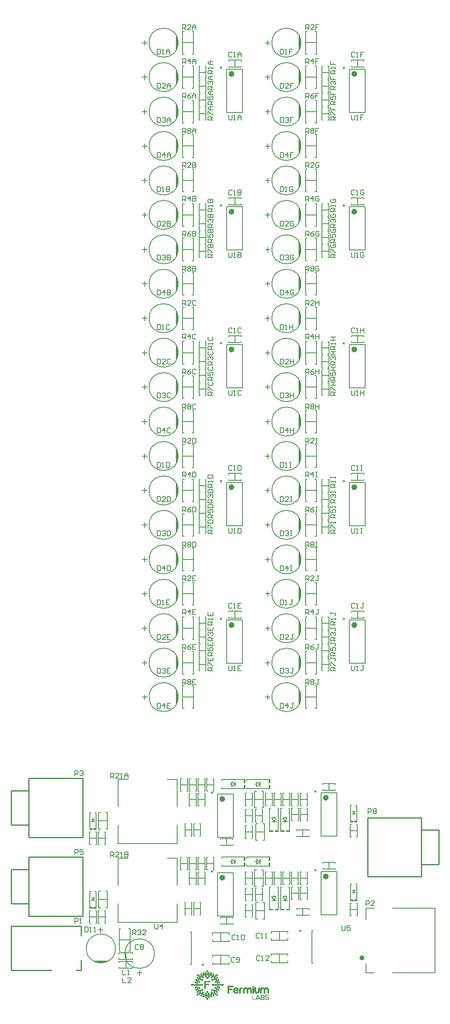
<source format=gto>
G04*
G04 #@! TF.GenerationSoftware,Altium Limited,Altium Designer,23.10.1 (27)*
G04*
G04 Layer_Color=65535*
%FSLAX25Y25*%
%MOIN*%
G70*
G04*
G04 #@! TF.SameCoordinates,DEC2BE8A-3C9D-4CA9-A4ED-9AED73E2F86B*
G04*
G04*
G04 #@! TF.FilePolarity,Positive*
G04*
G01*
G75*
%ADD10C,0.00787*%
%ADD11C,0.01968*%
%ADD12C,0.00984*%
%ADD13C,0.02362*%
%ADD14C,0.00025*%
%ADD15C,0.01000*%
%ADD16C,0.00591*%
%ADD17C,0.00800*%
%ADD18R,0.01862X0.00787*%
%ADD19R,0.02000X0.00701*%
D10*
X100811Y44764D02*
G03*
X100811Y44764I-11811J0D01*
G01*
X69614Y48842D02*
G03*
X69614Y48842I-11614J0D01*
G01*
X218307Y773622D02*
G03*
X218307Y773622I-11614J0D01*
G01*
Y746063D02*
G03*
X218307Y746063I-11614J0D01*
G01*
Y718504D02*
G03*
X218307Y718504I-11614J0D01*
G01*
Y690945D02*
G03*
X218307Y690945I-11614J0D01*
G01*
X119882Y773622D02*
G03*
X119882Y773622I-11614J0D01*
G01*
Y746063D02*
G03*
X119882Y746063I-11614J0D01*
G01*
Y718504D02*
G03*
X119882Y718504I-11614J0D01*
G01*
Y690945D02*
G03*
X119882Y690945I-11614J0D01*
G01*
Y663386D02*
G03*
X119882Y663386I-11614J0D01*
G01*
Y635827D02*
G03*
X119882Y635827I-11614J0D01*
G01*
Y608268D02*
G03*
X119882Y608268I-11614J0D01*
G01*
Y580709D02*
G03*
X119882Y580709I-11614J0D01*
G01*
X218307Y663386D02*
G03*
X218307Y663386I-11614J0D01*
G01*
Y635827D02*
G03*
X218307Y635827I-11614J0D01*
G01*
Y608268D02*
G03*
X218307Y608268I-11614J0D01*
G01*
Y580709D02*
G03*
X218307Y580709I-11614J0D01*
G01*
Y553150D02*
G03*
X218307Y553150I-11614J0D01*
G01*
Y525591D02*
G03*
X218307Y525591I-11614J0D01*
G01*
Y498032D02*
G03*
X218307Y498032I-11614J0D01*
G01*
Y470472D02*
G03*
X218307Y470472I-11614J0D01*
G01*
X119882Y553150D02*
G03*
X119882Y553150I-11614J0D01*
G01*
Y525591D02*
G03*
X119882Y525591I-11614J0D01*
G01*
Y498032D02*
G03*
X119882Y498032I-11614J0D01*
G01*
Y470472D02*
G03*
X119882Y470472I-11614J0D01*
G01*
Y442913D02*
G03*
X119882Y442913I-11614J0D01*
G01*
Y415354D02*
G03*
X119882Y415354I-11614J0D01*
G01*
Y387795D02*
G03*
X119882Y387795I-11614J0D01*
G01*
Y360236D02*
G03*
X119882Y360236I-11614J0D01*
G01*
X218307Y442913D02*
G03*
X218307Y442913I-11614J0D01*
G01*
Y415354D02*
G03*
X218307Y415354I-11614J0D01*
G01*
Y387795D02*
G03*
X218307Y387795I-11614J0D01*
G01*
Y360236D02*
G03*
X218307Y360236I-11614J0D01*
G01*
Y332677D02*
G03*
X218307Y332677I-11614J0D01*
G01*
Y305118D02*
G03*
X218307Y305118I-11614J0D01*
G01*
Y277559D02*
G03*
X218307Y277559I-11614J0D01*
G01*
Y250000D02*
G03*
X218307Y250000I-11614J0D01*
G01*
X119882Y332677D02*
G03*
X119882Y332677I-11614J0D01*
G01*
Y305118D02*
G03*
X119882Y305118I-11614J0D01*
G01*
Y277559D02*
G03*
X119882Y277559I-11614J0D01*
G01*
Y250000D02*
G03*
X119882Y250000I-11614J0D01*
G01*
X89000Y27508D02*
Y31508D01*
X87000Y29508D02*
X91000D01*
X270547Y72165D02*
Y80965D01*
X277059D01*
X270547Y29272D02*
Y36811D01*
Y29272D02*
X277059D01*
X291823Y80965D02*
X325665D01*
Y29272D02*
Y80965D01*
X291823Y29272D02*
X325665D01*
X227055Y37008D02*
Y62992D01*
Y37008D02*
X228039D01*
X227055Y62992D02*
X228039D01*
X55244Y37819D02*
X60362D01*
X54063Y38213D02*
X61937D01*
X52488Y38606D02*
X54063D01*
X63512D01*
X130375Y36055D02*
Y62039D01*
X129391D02*
X130375D01*
X129391Y36055D02*
X130375D01*
X51276Y89292D02*
X52654D01*
X51669Y87323D02*
X52654Y89292D01*
X50685D02*
X51669Y87323D01*
X50685Y89292D02*
X51276D01*
X50488Y87323D02*
X52850D01*
X119095Y99457D02*
Y121110D01*
X111220D02*
X119095D01*
X71850D02*
X79724D01*
X71850Y99457D02*
Y121110D01*
Y69929D02*
Y84693D01*
Y69929D02*
X119095D01*
Y84693D01*
Y162449D02*
Y184102D01*
X111221D02*
X119095D01*
X71850D02*
X79724D01*
X71850Y162449D02*
Y184102D01*
Y132921D02*
Y147685D01*
Y132921D02*
X119095D01*
Y147685D01*
X51276Y152283D02*
X52654D01*
X51669Y150315D02*
X52654Y152283D01*
X50685D02*
X51669Y150315D01*
X50685Y152283D02*
X51276D01*
X50488Y150315D02*
X52850D01*
X217717Y770866D02*
Y775984D01*
X217323Y769685D02*
Y777559D01*
X216929Y768110D02*
Y769685D01*
Y779134D01*
X217717Y743307D02*
Y748425D01*
X217323Y742126D02*
Y750000D01*
X216929Y740551D02*
Y742126D01*
Y751575D01*
X217717Y715748D02*
Y720866D01*
X217323Y714567D02*
Y722441D01*
X216929Y712992D02*
Y714567D01*
Y724016D01*
X217717Y688189D02*
Y693307D01*
X217323Y687008D02*
Y694882D01*
X216929Y685433D02*
Y687008D01*
Y696457D01*
X257134Y717929D02*
X269732D01*
X257134Y752575D02*
X269732D01*
Y717929D02*
Y752575D01*
X257134Y717929D02*
Y752575D01*
X119291Y770866D02*
Y775984D01*
X118898Y769685D02*
Y777559D01*
X118504Y768110D02*
Y769685D01*
Y779134D01*
X119291Y743307D02*
Y748425D01*
X118898Y742126D02*
Y750000D01*
X118504Y740551D02*
Y742126D01*
Y751575D01*
X119291Y715748D02*
Y720866D01*
X118898Y714567D02*
Y722441D01*
X118504Y712992D02*
Y714567D01*
Y724016D01*
X119291Y688189D02*
Y693307D01*
X118898Y687008D02*
Y694882D01*
X118504Y685433D02*
Y687008D01*
Y696457D01*
X158709Y717929D02*
X171307D01*
X158709Y752575D02*
X171307D01*
Y717929D02*
Y752575D01*
X158709Y717929D02*
Y752575D01*
X119291Y660630D02*
Y665748D01*
X118898Y659449D02*
Y667323D01*
X118504Y657874D02*
Y659449D01*
Y668898D01*
X119291Y633071D02*
Y638189D01*
X118898Y631890D02*
Y639764D01*
X118504Y630315D02*
Y631890D01*
Y641339D01*
X119291Y605512D02*
Y610630D01*
X118898Y604331D02*
Y612205D01*
X118504Y602756D02*
Y604331D01*
Y613779D01*
X119291Y577953D02*
Y583071D01*
X118898Y576772D02*
Y584646D01*
X118504Y575197D02*
Y576772D01*
Y586220D01*
X158709Y607693D02*
X171307D01*
X158709Y642339D02*
X171307D01*
Y607693D02*
Y642339D01*
X158709Y607693D02*
Y642339D01*
X217717Y660630D02*
Y665748D01*
X217323Y659449D02*
Y667323D01*
X216929Y657874D02*
Y659449D01*
Y668898D01*
X217717Y633071D02*
Y638189D01*
X217323Y631890D02*
Y639764D01*
X216929Y630315D02*
Y631890D01*
Y641339D01*
X217717Y605512D02*
Y610630D01*
X217323Y604331D02*
Y612205D01*
X216929Y602756D02*
Y604331D01*
Y613779D01*
X217717Y577953D02*
Y583071D01*
X217323Y576772D02*
Y584646D01*
X216929Y575197D02*
Y576772D01*
Y586220D01*
X257134Y607693D02*
X269732D01*
X257134Y642339D02*
X269732D01*
Y607693D02*
Y642339D01*
X257134Y607693D02*
Y642339D01*
X217717Y550394D02*
Y555512D01*
X217323Y549213D02*
Y557087D01*
X216929Y547638D02*
Y549213D01*
Y558661D01*
X217717Y522835D02*
Y527953D01*
X217323Y521654D02*
Y529528D01*
X216929Y520079D02*
Y521654D01*
Y531102D01*
X217717Y495276D02*
Y500394D01*
X217323Y494094D02*
Y501968D01*
X216929Y492520D02*
Y494094D01*
Y503543D01*
X217717Y467717D02*
Y472835D01*
X217323Y466535D02*
Y474409D01*
X216929Y464961D02*
Y466535D01*
Y475984D01*
X257134Y497457D02*
X269732D01*
X257134Y532102D02*
X269732D01*
Y497457D02*
Y532102D01*
X257134Y497457D02*
Y532102D01*
X119291Y550394D02*
Y555512D01*
X118898Y549213D02*
Y557087D01*
X118504Y547638D02*
Y549213D01*
Y558661D01*
X119291Y522835D02*
Y527953D01*
X118898Y521654D02*
Y529528D01*
X118504Y520079D02*
Y521654D01*
Y531102D01*
X119291Y495276D02*
Y500394D01*
X118898Y494094D02*
Y501968D01*
X118504Y492520D02*
Y494094D01*
Y503543D01*
X119291Y467717D02*
Y472835D01*
X118898Y466535D02*
Y474409D01*
X118504Y464961D02*
Y466535D01*
Y475984D01*
X158709Y497457D02*
X171307D01*
X158709Y532102D02*
X171307D01*
Y497457D02*
Y532102D01*
X158709Y497457D02*
Y532102D01*
X119291Y440157D02*
Y445276D01*
X118898Y438976D02*
Y446850D01*
X118504Y437402D02*
Y438976D01*
Y448425D01*
X119291Y412598D02*
Y417717D01*
X118898Y411417D02*
Y419291D01*
X118504Y409842D02*
Y411417D01*
Y420866D01*
X119291Y385039D02*
Y390157D01*
X118898Y383858D02*
Y391732D01*
X118504Y382283D02*
Y383858D01*
Y393307D01*
X119291Y357480D02*
Y362598D01*
X118898Y356299D02*
Y364173D01*
X118504Y354724D02*
Y356299D01*
Y365748D01*
X158709Y387220D02*
X171307D01*
X158709Y421866D02*
X171307D01*
Y387220D02*
Y421866D01*
X158709Y387220D02*
Y421866D01*
X217717Y440157D02*
Y445276D01*
X217323Y438976D02*
Y446850D01*
X216929Y437402D02*
Y438976D01*
Y448425D01*
X217717Y412598D02*
Y417717D01*
X217323Y411417D02*
Y419291D01*
X216929Y409842D02*
Y411417D01*
Y420866D01*
X217717Y385039D02*
Y390157D01*
X217323Y383858D02*
Y391732D01*
X216929Y382283D02*
Y383858D01*
Y393307D01*
X217717Y357480D02*
Y362598D01*
X217323Y356299D02*
Y364173D01*
X216929Y354724D02*
Y356299D01*
Y365748D01*
X257134Y387220D02*
X269732D01*
X257134Y421866D02*
X269732D01*
Y387220D02*
Y421866D01*
X257134Y387220D02*
Y421866D01*
X217717Y329921D02*
Y335039D01*
X217323Y328740D02*
Y336614D01*
X216929Y327165D02*
Y328740D01*
Y338189D01*
X217717Y302362D02*
Y307480D01*
X217323Y301181D02*
Y309055D01*
X216929Y299606D02*
Y301181D01*
Y310630D01*
X217717Y274803D02*
Y279921D01*
X217323Y273622D02*
Y281496D01*
X216929Y272047D02*
Y273622D01*
Y283071D01*
X217717Y247244D02*
Y252362D01*
X217323Y246063D02*
Y253937D01*
X216929Y244488D02*
Y246063D01*
Y255512D01*
X257134Y276984D02*
X269732D01*
X257134Y311630D02*
X269732D01*
Y276984D02*
Y311630D01*
X257134Y276984D02*
Y311630D01*
X158709Y276984D02*
X171307D01*
X158709Y311630D02*
X171307D01*
Y276984D02*
Y311630D01*
X158709Y276984D02*
Y311630D01*
X119291Y329921D02*
Y335039D01*
X118898Y328740D02*
Y336614D01*
X118504Y327165D02*
Y328740D01*
Y338189D01*
X119291Y302362D02*
Y307480D01*
X118898Y301181D02*
Y309055D01*
X118504Y299606D02*
Y301181D01*
Y310630D01*
X119291Y274803D02*
Y279921D01*
X118898Y273622D02*
Y281496D01*
X118504Y272047D02*
Y273622D01*
Y283071D01*
X119291Y247244D02*
Y252362D01*
X118898Y246063D02*
Y253937D01*
X118504Y244488D02*
Y246063D01*
Y255512D01*
X165449Y116416D02*
Y120353D01*
X162693Y119959D02*
X165449Y118384D01*
X162693Y116416D02*
X165449Y118384D01*
X162693Y116416D02*
Y119959D01*
X165449Y118384D02*
X166237D01*
X161512D02*
X162693D01*
X234370Y75788D02*
Y110433D01*
X246969Y75788D02*
Y110433D01*
X234370D02*
X246969D01*
X234370Y75788D02*
X246969D01*
X151370Y74787D02*
Y109433D01*
X163969Y74787D02*
Y109433D01*
X151370D02*
X163969D01*
X151370Y74787D02*
X163969D01*
X185449Y116416D02*
Y120353D01*
X182693Y119959D02*
X185449Y118384D01*
X182693Y116416D02*
X185449Y118384D01*
X182693Y116416D02*
Y119959D01*
X185449Y118384D02*
X186237D01*
X181512D02*
X182693D01*
X259488Y93323D02*
X261850D01*
X259685Y95291D02*
X260276D01*
X259685D02*
X260669Y93323D01*
X261654Y95291D01*
X260276D02*
X261654D01*
X203701Y87536D02*
X207638D01*
X205669D02*
X207244Y90291D01*
X203701D02*
X205669Y87536D01*
X203701Y90291D02*
X207244D01*
X205669Y86748D02*
Y87536D01*
Y90291D02*
Y91473D01*
X194701Y87536D02*
X198638D01*
X196669D02*
X198244Y90291D01*
X194701D02*
X196669Y87536D01*
X194701Y90291D02*
X198244D01*
X196669Y86748D02*
Y87536D01*
Y90291D02*
Y91473D01*
X165400Y178562D02*
Y182499D01*
X162644Y182106D02*
X165400Y180531D01*
X162644Y178562D02*
X165400Y180531D01*
X162644Y178562D02*
Y182106D01*
X165400Y180531D02*
X166187D01*
X161463D02*
X162644D01*
X234370Y138780D02*
Y173425D01*
X246969Y138780D02*
Y173425D01*
X234370D02*
X246969D01*
X234370Y138780D02*
X246969D01*
X151370Y137780D02*
Y172425D01*
X163969Y137780D02*
Y172425D01*
X151370D02*
X163969D01*
X151370Y137780D02*
X163969D01*
X185400Y178562D02*
Y182499D01*
X182644Y182106D02*
X185400Y180531D01*
X182644Y178562D02*
X185400Y180531D01*
X182644Y178562D02*
Y182106D01*
X185400Y180531D02*
X186187D01*
X181463D02*
X182644D01*
X259488Y156315D02*
X261850D01*
X259685Y158283D02*
X260276D01*
X259685D02*
X260669Y156315D01*
X261654Y158283D01*
X260276D02*
X261654D01*
X203701Y150528D02*
X207638D01*
X205669D02*
X207244Y153283D01*
X203701D02*
X205669Y150528D01*
X203701Y153283D02*
X207244D01*
X205669Y149740D02*
Y150528D01*
Y153283D02*
Y154465D01*
X194701Y150528D02*
X198638D01*
X196669D02*
X198244Y153283D01*
X194701D02*
X196669Y150528D01*
X194701Y153283D02*
X198244D01*
X196669Y149740D02*
Y150528D01*
Y153283D02*
Y154465D01*
D11*
X268185Y41339D02*
G03*
X268185Y41339I-984J0D01*
G01*
D12*
X218295Y63110D02*
G03*
X218295Y63110I-492J0D01*
G01*
X140120Y35937D02*
G03*
X140120Y35937I-492J0D01*
G01*
X253197Y753598D02*
G03*
X253197Y753598I-492J0D01*
G01*
X154772D02*
G03*
X154772Y753598I-492J0D01*
G01*
Y643362D02*
G03*
X154772Y643362I-492J0D01*
G01*
X253197D02*
G03*
X253197Y643362I-492J0D01*
G01*
Y533126D02*
G03*
X253197Y533126I-492J0D01*
G01*
X154772D02*
G03*
X154772Y533126I-492J0D01*
G01*
Y422890D02*
G03*
X154772Y422890I-492J0D01*
G01*
X253197D02*
G03*
X253197Y422890I-492J0D01*
G01*
Y312653D02*
G03*
X253197Y312653I-492J0D01*
G01*
X154772D02*
G03*
X154772Y312653I-492J0D01*
G01*
X230433Y111457D02*
G03*
X230433Y111457I-492J0D01*
G01*
X147433Y110457D02*
G03*
X147433Y110457I-492J0D01*
G01*
X230433Y174449D02*
G03*
X230433Y174449I-492J0D01*
G01*
X147433Y173449D02*
G03*
X147433Y173449I-492J0D01*
G01*
D13*
X262252Y748638D02*
G03*
X262252Y748638I-1181J0D01*
G01*
X163827D02*
G03*
X163827Y748638I-1181J0D01*
G01*
Y638402D02*
G03*
X163827Y638402I-1181J0D01*
G01*
X262252D02*
G03*
X262252Y638402I-1181J0D01*
G01*
Y528165D02*
G03*
X262252Y528165I-1181J0D01*
G01*
X163827D02*
G03*
X163827Y528165I-1181J0D01*
G01*
Y417929D02*
G03*
X163827Y417929I-1181J0D01*
G01*
X262252D02*
G03*
X262252Y417929I-1181J0D01*
G01*
Y307693D02*
G03*
X262252Y307693I-1181J0D01*
G01*
X163827D02*
G03*
X163827Y307693I-1181J0D01*
G01*
X239488Y106496D02*
G03*
X239488Y106496I-1181J0D01*
G01*
X156488Y105496D02*
G03*
X156488Y105496I-1181J0D01*
G01*
X239488Y169488D02*
G03*
X239488Y169488I-1181J0D01*
G01*
X156488Y168488D02*
G03*
X156488Y168488I-1181J0D01*
G01*
D14*
X190777Y7962D02*
X191302D01*
X190602Y7987D02*
X191477D01*
X190502Y8012D02*
X191602D01*
X186027D02*
X187702D01*
X185277D02*
X185552D01*
X181902D02*
X182202D01*
X179327D02*
X181727D01*
X190402Y8037D02*
X191702D01*
X186002D02*
X187952D01*
X185252D02*
X185552D01*
X181902D02*
X182202D01*
X179327D02*
X181727D01*
X190327Y8062D02*
X191777D01*
X186002D02*
X188077D01*
X185227D02*
X185552D01*
X181902D02*
X182227D01*
X179327D02*
X181727D01*
X190252Y8087D02*
X191852D01*
X186002D02*
X188177D01*
X185227D02*
X185552D01*
X181927D02*
X182227D01*
X179327D02*
X181727D01*
X190202Y8112D02*
X191902D01*
X186002D02*
X188252D01*
X185227D02*
X185527D01*
X181927D02*
X182252D01*
X179327D02*
X181727D01*
X190152Y8137D02*
X191952D01*
X186002D02*
X188327D01*
X185202D02*
X185527D01*
X181952D02*
X182252D01*
X179327D02*
X181727D01*
X190102Y8162D02*
X192002D01*
X186002D02*
X188377D01*
X185202D02*
X185502D01*
X181952D02*
X182277D01*
X179327D02*
X181727D01*
X142952D02*
X143277D01*
X190052Y8187D02*
X192052D01*
X186002D02*
X188427D01*
X185177D02*
X185502D01*
X181977D02*
X182277D01*
X179327D02*
X181727D01*
X142877D02*
X143352D01*
X190002Y8212D02*
X192077D01*
X186002D02*
X188477D01*
X185177D02*
X185477D01*
X181977D02*
X182277D01*
X179327D02*
X181727D01*
X142827D02*
X143402D01*
X191352Y8237D02*
X192127D01*
X189952D02*
X190752D01*
X186002D02*
X188527D01*
X185152D02*
X185477D01*
X181977D02*
X182302D01*
X179327D02*
X181727D01*
X142802D02*
X143427D01*
X191502Y8262D02*
X192152D01*
X189927D02*
X190627D01*
X186002D02*
X188552D01*
X185152D02*
X185452D01*
X182002D02*
X182302D01*
X179327D02*
X181727D01*
X142752D02*
X143477D01*
X191577Y8287D02*
X192177D01*
X189877D02*
X190527D01*
X186002D02*
X188577D01*
X185127D02*
X185452D01*
X182002D02*
X182327D01*
X179327D02*
X179627D01*
X142727D02*
X143502D01*
X191677Y8312D02*
X192202D01*
X189852D02*
X190452D01*
X187902D02*
X188627D01*
X186002D02*
X186302D01*
X185127D02*
X185452D01*
X182027D02*
X182327D01*
X179327D02*
X179602D01*
X142702D02*
X143527D01*
X191727Y8337D02*
X192252D01*
X189827D02*
X190402D01*
X188027D02*
X188652D01*
X186002D02*
X186302D01*
X185127D02*
X185427D01*
X182027D02*
X182352D01*
X179327D02*
X179602D01*
X142677D02*
X143552D01*
X191777Y8362D02*
X192252D01*
X189802D02*
X190327D01*
X188127D02*
X188677D01*
X186002D02*
X186302D01*
X185102D02*
X185427D01*
X182052D02*
X182352D01*
X179327D02*
X179602D01*
X142652D02*
X143577D01*
X191827Y8387D02*
X192277D01*
X189752D02*
X190277D01*
X188177D02*
X188702D01*
X186002D02*
X186302D01*
X185102D02*
X185402D01*
X182052D02*
X182377D01*
X179327D02*
X179602D01*
X142627D02*
X143602D01*
X191877Y8412D02*
X192302D01*
X189727D02*
X190227D01*
X188252D02*
X188727D01*
X186002D02*
X186302D01*
X185077D02*
X185402D01*
X182077D02*
X182377D01*
X179327D02*
X179602D01*
X142627D02*
X143602D01*
X191927Y8437D02*
X192327D01*
X189702D02*
X190177D01*
X188302D02*
X188727D01*
X186002D02*
X186302D01*
X185077D02*
X185377D01*
X182077D02*
X182377D01*
X179327D02*
X179602D01*
X142602D02*
X143627D01*
X191952Y8462D02*
X192352D01*
X189677D02*
X190152D01*
X188327D02*
X188752D01*
X186002D02*
X186302D01*
X185052D02*
X185377D01*
X182102D02*
X182402D01*
X179327D02*
X179602D01*
X142577D02*
X143652D01*
X191977Y8487D02*
X192352D01*
X189652D02*
X190102D01*
X188377D02*
X188777D01*
X186002D02*
X186302D01*
X185052D02*
X185352D01*
X182102D02*
X182402D01*
X179327D02*
X179602D01*
X142577D02*
X143652D01*
X192002Y8512D02*
X192377D01*
X189652D02*
X190077D01*
X188402D02*
X188777D01*
X186002D02*
X186302D01*
X185027D02*
X185352D01*
X182102D02*
X182427D01*
X179327D02*
X179602D01*
X142577D02*
X143652D01*
X192027Y8537D02*
X192402D01*
X189627D02*
X190027D01*
X188427D02*
X188802D01*
X186002D02*
X186302D01*
X185027D02*
X185327D01*
X182127D02*
X182427D01*
X179327D02*
X179602D01*
X142552D02*
X143677D01*
X192052Y8562D02*
X192402D01*
X189602D02*
X190002D01*
X188452D02*
X188827D01*
X186002D02*
X186302D01*
X185027D02*
X185327D01*
X182127D02*
X182452D01*
X179327D02*
X179602D01*
X142552D02*
X143677D01*
X192077Y8587D02*
X192427D01*
X189577D02*
X189977D01*
X188477D02*
X188827D01*
X186002D02*
X186302D01*
X185002D02*
X185327D01*
X182152D02*
X182452D01*
X179327D02*
X179602D01*
X142552D02*
X143677D01*
X192102Y8612D02*
X192427D01*
X189577D02*
X189952D01*
X188502D02*
X188827D01*
X186002D02*
X186302D01*
X185002D02*
X185302D01*
X182152D02*
X182477D01*
X179327D02*
X179602D01*
X142527D02*
X143702D01*
X192102Y8637D02*
X192427D01*
X189552D02*
X189927D01*
X188527D02*
X188852D01*
X186002D02*
X186302D01*
X184977D02*
X185302D01*
X182177D02*
X182477D01*
X179327D02*
X179602D01*
X142527D02*
X143702D01*
X192127Y8662D02*
X192452D01*
X189527D02*
X189902D01*
X188552D02*
X188852D01*
X186002D02*
X186302D01*
X184977D02*
X185277D01*
X182177D02*
X182477D01*
X179327D02*
X179602D01*
X142527D02*
X143702D01*
X192152Y8687D02*
X192452D01*
X189527D02*
X189877D01*
X188552D02*
X188877D01*
X186002D02*
X186302D01*
X184952D02*
X185277D01*
X182202D02*
X182502D01*
X179327D02*
X179602D01*
X142527D02*
X143702D01*
X192152Y8712D02*
X192452D01*
X189502D02*
X189852D01*
X188577D02*
X188877D01*
X186002D02*
X186302D01*
X184952D02*
X185252D01*
X182202D02*
X182502D01*
X179327D02*
X179602D01*
X142527D02*
X143702D01*
X192152Y8737D02*
X192477D01*
X189477D02*
X189827D01*
X188577D02*
X188877D01*
X186002D02*
X186302D01*
X184927D02*
X185252D01*
X182202D02*
X182527D01*
X179327D02*
X179602D01*
X142527D02*
X143702D01*
X192177Y8762D02*
X192477D01*
X189477D02*
X189802D01*
X188577D02*
X188877D01*
X186002D02*
X186302D01*
X184927D02*
X185227D01*
X182227D02*
X182527D01*
X179327D02*
X179602D01*
X142527D02*
X143702D01*
X192177Y8787D02*
X192477D01*
X189527D02*
X189802D01*
X188602D02*
X188902D01*
X186002D02*
X186302D01*
X184927D02*
X185227D01*
X182227D02*
X182552D01*
X179327D02*
X179602D01*
X142527D02*
X143702D01*
X192177Y8812D02*
X192477D01*
X189577D02*
X189777D01*
X188602D02*
X188902D01*
X186002D02*
X186302D01*
X184902D02*
X185227D01*
X182252D02*
X182552D01*
X179327D02*
X179602D01*
X142527D02*
X143702D01*
X192202Y8837D02*
X192502D01*
X189627D02*
X189777D01*
X188602D02*
X188902D01*
X186002D02*
X186302D01*
X184902D02*
X185202D01*
X182252D02*
X182577D01*
X179327D02*
X179602D01*
X142527D02*
X143702D01*
X192202Y8862D02*
X192502D01*
X189677D02*
X189752D01*
X188602D02*
X188902D01*
X186002D02*
X186302D01*
X184877D02*
X185202D01*
X182277D02*
X182577D01*
X179327D02*
X179602D01*
X142527D02*
X143702D01*
X192202Y8887D02*
X192502D01*
X188627D02*
X188902D01*
X186002D02*
X186302D01*
X184877D02*
X185177D01*
X182277D02*
X182577D01*
X179327D02*
X179602D01*
X142552D02*
X143677D01*
X192202Y8912D02*
X192502D01*
X188627D02*
X188902D01*
X186002D02*
X186302D01*
X184852D02*
X185177D01*
X182302D02*
X182602D01*
X179327D02*
X179602D01*
X142552D02*
X143677D01*
X192202Y8937D02*
X192502D01*
X188627D02*
X188902D01*
X186002D02*
X186302D01*
X182302D02*
X185152D01*
X179327D02*
X179602D01*
X142552D02*
X143677D01*
X192202Y8962D02*
X192502D01*
X188627D02*
X188902D01*
X186002D02*
X186302D01*
X182302D02*
X185152D01*
X179327D02*
X179602D01*
X142577D02*
X143652D01*
X192202Y8987D02*
X192502D01*
X188627D02*
X188902D01*
X186002D02*
X186302D01*
X182327D02*
X185127D01*
X179327D02*
X179602D01*
X142577D02*
X143652D01*
X192202Y9012D02*
X192502D01*
X188627D02*
X188902D01*
X186002D02*
X186302D01*
X182327D02*
X185127D01*
X179327D02*
X179602D01*
X142602D02*
X143627D01*
X192202Y9037D02*
X192502D01*
X188627D02*
X188902D01*
X186002D02*
X186302D01*
X182352D02*
X185127D01*
X179327D02*
X179602D01*
X142602D02*
X143627D01*
X192202Y9062D02*
X192502D01*
X188627D02*
X188902D01*
X186002D02*
X186302D01*
X182352D02*
X185102D01*
X179327D02*
X179602D01*
X142627D02*
X143602D01*
X192202Y9087D02*
X192502D01*
X188627D02*
X188902D01*
X186002D02*
X186302D01*
X182377D02*
X185102D01*
X179327D02*
X179602D01*
X142652D02*
X143577D01*
X192202Y9112D02*
X192502D01*
X188627D02*
X188902D01*
X186002D02*
X186302D01*
X182377D02*
X185077D01*
X179327D02*
X179602D01*
X142652D02*
X143577D01*
X192202Y9137D02*
X192502D01*
X188602D02*
X188902D01*
X186002D02*
X186302D01*
X182402D02*
X185077D01*
X179327D02*
X179602D01*
X142677D02*
X143552D01*
X192202Y9162D02*
X192502D01*
X188602D02*
X188902D01*
X186002D02*
X186302D01*
X182402D02*
X185052D01*
X179327D02*
X179602D01*
X142702D02*
X143527D01*
X192177Y9187D02*
X192477D01*
X188602D02*
X188902D01*
X186002D02*
X186302D01*
X182427D02*
X185052D01*
X179327D02*
X179602D01*
X142727D02*
X143502D01*
X192177Y9212D02*
X192477D01*
X188602D02*
X188877D01*
X186002D02*
X186302D01*
X184727D02*
X185027D01*
X182427D02*
X182727D01*
X179327D02*
X179602D01*
X142777D02*
X143452D01*
X192177Y9237D02*
X192477D01*
X188577D02*
X188877D01*
X186002D02*
X186302D01*
X184727D02*
X185027D01*
X182427D02*
X182727D01*
X179327D02*
X179602D01*
X142802D02*
X143427D01*
X192152Y9262D02*
X192477D01*
X188577D02*
X188877D01*
X186002D02*
X186302D01*
X184702D02*
X185002D01*
X182452D02*
X182752D01*
X179327D02*
X179602D01*
X142852D02*
X143377D01*
X192152Y9287D02*
X192477D01*
X188577D02*
X188877D01*
X186002D02*
X186302D01*
X184702D02*
X185002D01*
X182452D02*
X182752D01*
X179327D02*
X179602D01*
X142902D02*
X143327D01*
X192127Y9312D02*
X192452D01*
X188552D02*
X188852D01*
X186002D02*
X186302D01*
X184677D02*
X185002D01*
X182477D02*
X182777D01*
X179327D02*
X179602D01*
X143002D02*
X143227D01*
X192127Y9337D02*
X192452D01*
X188552D02*
X188852D01*
X186002D02*
X186302D01*
X184677D02*
X184977D01*
X182477D02*
X182777D01*
X179327D02*
X179602D01*
X192102Y9362D02*
X192452D01*
X188527D02*
X188827D01*
X186002D02*
X186302D01*
X184677D02*
X184977D01*
X182502D02*
X182802D01*
X179327D02*
X179602D01*
X192077Y9387D02*
X192427D01*
X188527D02*
X188827D01*
X186002D02*
X186302D01*
X184652D02*
X184952D01*
X182502D02*
X182802D01*
X179327D02*
X179602D01*
X192052Y9412D02*
X192427D01*
X188502D02*
X188827D01*
X186002D02*
X186302D01*
X184652D02*
X184952D01*
X182527D02*
X182802D01*
X179327D02*
X179602D01*
X192027Y9437D02*
X192402D01*
X188477D02*
X188802D01*
X186002D02*
X186302D01*
X184627D02*
X184927D01*
X182527D02*
X182827D01*
X179327D02*
X179602D01*
X192002Y9462D02*
X192402D01*
X188452D02*
X188802D01*
X186002D02*
X186302D01*
X184627D02*
X184927D01*
X182527D02*
X182827D01*
X179327D02*
X179602D01*
X191977Y9487D02*
X192377D01*
X188452D02*
X188777D01*
X186002D02*
X186302D01*
X184602D02*
X184902D01*
X182552D02*
X182852D01*
X179327D02*
X179602D01*
X191927Y9512D02*
X192352D01*
X188427D02*
X188752D01*
X186002D02*
X186302D01*
X184602D02*
X184902D01*
X182552D02*
X182852D01*
X179327D02*
X179602D01*
X191902Y9537D02*
X192352D01*
X188402D02*
X188752D01*
X186002D02*
X186302D01*
X184577D02*
X184902D01*
X182577D02*
X182877D01*
X179327D02*
X179602D01*
X191852Y9562D02*
X192327D01*
X188352D02*
X188727D01*
X186002D02*
X186302D01*
X184577D02*
X184877D01*
X182577D02*
X182877D01*
X179327D02*
X179602D01*
X191802Y9587D02*
X192302D01*
X188327D02*
X188702D01*
X186002D02*
X186302D01*
X184577D02*
X184877D01*
X182602D02*
X182902D01*
X179327D02*
X179602D01*
X144077D02*
X144177D01*
X142052D02*
X142152D01*
X191752Y9612D02*
X192277D01*
X188302D02*
X188677D01*
X186002D02*
X186302D01*
X184552D02*
X184852D01*
X182602D02*
X182902D01*
X179327D02*
X179602D01*
X143952D02*
X144302D01*
X141927D02*
X142277D01*
X191677Y9637D02*
X192252D01*
X188252D02*
X188677D01*
X186002D02*
X186302D01*
X184552D02*
X184852D01*
X182627D02*
X182902D01*
X179327D02*
X179602D01*
X143902D02*
X144377D01*
X141852D02*
X142327D01*
X191602Y9662D02*
X192227D01*
X188202D02*
X188652D01*
X186002D02*
X186302D01*
X184527D02*
X184827D01*
X182627D02*
X182927D01*
X179327D02*
X179602D01*
X143852D02*
X144427D01*
X141802D02*
X142377D01*
X191527Y9687D02*
X192202D01*
X188152D02*
X188627D01*
X186002D02*
X186302D01*
X184527D02*
X184827D01*
X182652D02*
X182927D01*
X179327D02*
X179602D01*
X143802D02*
X144477D01*
X141752D02*
X142427D01*
X191452Y9712D02*
X192152D01*
X188077D02*
X188602D01*
X186002D02*
X186302D01*
X184502D02*
X184802D01*
X182652D02*
X182952D01*
X179327D02*
X179602D01*
X143777D02*
X144502D01*
X141727D02*
X142452D01*
X191352Y9737D02*
X192127D01*
X188002D02*
X188552D01*
X186002D02*
X186302D01*
X184502D02*
X184802D01*
X182652D02*
X182952D01*
X179327D02*
X179602D01*
X143727D02*
X144527D01*
X141702D02*
X142502D01*
X191227Y9762D02*
X192077D01*
X187902D02*
X188527D01*
X186002D02*
X186302D01*
X184477D02*
X184777D01*
X182677D02*
X182977D01*
X179327D02*
X179602D01*
X143702D02*
X144552D01*
X141677D02*
X142527D01*
X191102Y9787D02*
X192052D01*
X187677D02*
X188502D01*
X186002D02*
X186302D01*
X184477D02*
X184777D01*
X182677D02*
X182977D01*
X179327D02*
X179602D01*
X143677D02*
X144577D01*
X141652D02*
X142552D01*
X190977Y9812D02*
X192002D01*
X186002D02*
X188452D01*
X184477D02*
X184777D01*
X182702D02*
X183002D01*
X179327D02*
X179602D01*
X143677D02*
X144602D01*
X141627D02*
X142552D01*
X190852Y9837D02*
X191952D01*
X186002D02*
X188427D01*
X184452D02*
X184752D01*
X182702D02*
X183002D01*
X179327D02*
X179602D01*
X143652D02*
X144627D01*
X141602D02*
X142577D01*
X190727Y9862D02*
X191877D01*
X186002D02*
X188377D01*
X184452D02*
X184752D01*
X182727D02*
X183002D01*
X179327D02*
X179602D01*
X143627D02*
X144627D01*
X141602D02*
X142602D01*
X190602Y9887D02*
X191827D01*
X186002D02*
X188302D01*
X184427D02*
X184727D01*
X182727D02*
X183027D01*
X179327D02*
X179602D01*
X143627D02*
X144652D01*
X141577D02*
X142602D01*
X190502Y9912D02*
X191752D01*
X186002D02*
X188252D01*
X184427D02*
X184727D01*
X182752D02*
X183027D01*
X179327D02*
X179602D01*
X143602D02*
X144652D01*
X141577D02*
X142627D01*
X190402Y9937D02*
X191677D01*
X186002D02*
X188202D01*
X184402D02*
X184702D01*
X182752D02*
X183052D01*
X179327D02*
X179602D01*
X143602D02*
X144677D01*
X141552D02*
X142627D01*
X190327Y9962D02*
X191577D01*
X186002D02*
X188252D01*
X184402D02*
X184702D01*
X182752D02*
X183052D01*
X179327D02*
X179602D01*
X143577D02*
X144677D01*
X141552D02*
X142652D01*
X190252Y9987D02*
X191477D01*
X186002D02*
X188302D01*
X184402D02*
X184677D01*
X182777D02*
X183077D01*
X179327D02*
X179602D01*
X143577D02*
X144702D01*
X141527D02*
X142652D01*
X190177Y10012D02*
X191377D01*
X186002D02*
X188352D01*
X184377D02*
X184677D01*
X182777D02*
X183077D01*
X179327D02*
X179602D01*
X146052D02*
X146202D01*
X143552D02*
X144702D01*
X141527D02*
X142677D01*
X140027D02*
X140177D01*
X190127Y10037D02*
X191252D01*
X186002D02*
X188402D01*
X184377D02*
X184677D01*
X182802D02*
X183077D01*
X179327D02*
X179602D01*
X145952D02*
X146302D01*
X143552D02*
X144702D01*
X141527D02*
X142677D01*
X139927D02*
X140277D01*
X190077Y10062D02*
X191127D01*
X186002D02*
X188427D01*
X184352D02*
X184652D01*
X182802D02*
X183102D01*
X179327D02*
X179602D01*
X145877D02*
X146377D01*
X143552D02*
X144702D01*
X141527D02*
X142677D01*
X139852D02*
X140352D01*
X190027Y10087D02*
X191002D01*
X187877D02*
X188477D01*
X186002D02*
X186302D01*
X184352D02*
X184652D01*
X182827D02*
X183102D01*
X179327D02*
X179602D01*
X145827D02*
X146427D01*
X143552D02*
X144727D01*
X141502D02*
X142677D01*
X139802D02*
X140402D01*
X189977Y10112D02*
X190852D01*
X188002D02*
X188502D01*
X186002D02*
X186302D01*
X184327D02*
X184627D01*
X182827D02*
X183127D01*
X179327D02*
X179602D01*
X145777D02*
X146452D01*
X143552D02*
X144727D01*
X141502D02*
X142677D01*
X139777D02*
X140427D01*
X189927Y10137D02*
X190752D01*
X188077D02*
X188527D01*
X186002D02*
X186302D01*
X184327D02*
X184627D01*
X182852D02*
X183127D01*
X179327D02*
X179602D01*
X145752D02*
X146502D01*
X143552D02*
X144727D01*
X141502D02*
X142677D01*
X139727D02*
X140477D01*
X189902Y10162D02*
X190627D01*
X188127D02*
X188552D01*
X186002D02*
X186302D01*
X184302D02*
X184602D01*
X182852D02*
X183152D01*
X179327D02*
X179602D01*
X145727D02*
X146527D01*
X143552D02*
X144727D01*
X141502D02*
X142677D01*
X139702D02*
X140502D01*
X189877Y10187D02*
X190527D01*
X188177D02*
X188577D01*
X186002D02*
X186302D01*
X184302D02*
X184602D01*
X182852D02*
X183152D01*
X179327D02*
X179602D01*
X145702D02*
X146552D01*
X143552D02*
X144727D01*
X141502D02*
X142677D01*
X139677D02*
X140527D01*
X189827Y10212D02*
X190452D01*
X188227D02*
X188602D01*
X186002D02*
X186302D01*
X184302D02*
X184577D01*
X182877D02*
X183177D01*
X179327D02*
X179602D01*
X145677D02*
X146577D01*
X143552D02*
X144727D01*
X141502D02*
X142677D01*
X139652D02*
X140552D01*
X189802Y10237D02*
X190377D01*
X188277D02*
X188627D01*
X186002D02*
X186302D01*
X184277D02*
X184577D01*
X182877D02*
X183177D01*
X179327D02*
X179602D01*
X145652D02*
X146602D01*
X143552D02*
X144727D01*
X141502D02*
X142677D01*
X139627D02*
X140577D01*
X189777Y10262D02*
X190302D01*
X188302D02*
X188627D01*
X186002D02*
X186302D01*
X184277D02*
X184577D01*
X182902D02*
X183177D01*
X179327D02*
X179602D01*
X145627D02*
X146602D01*
X143552D02*
X144727D01*
X141502D02*
X142677D01*
X139627D02*
X140602D01*
X189752Y10287D02*
X190252D01*
X188327D02*
X188652D01*
X186002D02*
X186302D01*
X184252D02*
X184552D01*
X182902D02*
X183202D01*
X179327D02*
X179602D01*
X145627D02*
X146627D01*
X143552D02*
X144702D01*
X141527D02*
X142677D01*
X139602D02*
X140602D01*
X189727Y10312D02*
X190202D01*
X188352D02*
X188677D01*
X186002D02*
X186302D01*
X184252D02*
X184552D01*
X182927D02*
X183202D01*
X179327D02*
X179602D01*
X145602D02*
X146652D01*
X143552D02*
X144702D01*
X141527D02*
X142677D01*
X139577D02*
X140627D01*
X189727Y10337D02*
X190152D01*
X188377D02*
X188677D01*
X186002D02*
X186302D01*
X184227D02*
X184527D01*
X182927D02*
X183227D01*
X179327D02*
X179602D01*
X145602D02*
X146652D01*
X143552D02*
X144702D01*
X141527D02*
X142677D01*
X139577D02*
X140627D01*
X189702Y10362D02*
X190102D01*
X188402D02*
X188702D01*
X186002D02*
X186302D01*
X184227D02*
X184527D01*
X182952D02*
X183227D01*
X179327D02*
X179602D01*
X145577D02*
X146677D01*
X143577D02*
X144702D01*
X141527D02*
X142652D01*
X139552D02*
X140652D01*
X189677Y10387D02*
X190077D01*
X188402D02*
X188702D01*
X186002D02*
X186302D01*
X184202D02*
X184502D01*
X182952D02*
X183252D01*
X179327D02*
X179602D01*
X145577D02*
X146677D01*
X143577D02*
X144677D01*
X141552D02*
X142652D01*
X139552D02*
X140652D01*
X189677Y10412D02*
X190052D01*
X188427D02*
X188727D01*
X186002D02*
X186302D01*
X184202D02*
X184502D01*
X182977D02*
X183252D01*
X179327D02*
X179602D01*
X145552D02*
X146677D01*
X143577D02*
X144677D01*
X141552D02*
X142627D01*
X139552D02*
X140677D01*
X189652Y10437D02*
X190027D01*
X188452D02*
X188727D01*
X186002D02*
X186302D01*
X184202D02*
X184477D01*
X182977D02*
X183277D01*
X179327D02*
X179602D01*
X145552D02*
X146702D01*
X143602D02*
X144652D01*
X141577D02*
X142627D01*
X139527D02*
X140677D01*
X189652Y10462D02*
X190002D01*
X188452D02*
X188727D01*
X186002D02*
X186302D01*
X184177D02*
X184477D01*
X182977D02*
X183277D01*
X179327D02*
X179602D01*
X145552D02*
X146702D01*
X143602D02*
X144652D01*
X141577D02*
X142602D01*
X139527D02*
X140677D01*
X189627Y10487D02*
X189977D01*
X188452D02*
X188752D01*
X186002D02*
X186302D01*
X184177D02*
X184452D01*
X183002D02*
X183277D01*
X179327D02*
X179602D01*
X145552D02*
X146702D01*
X143627D02*
X144627D01*
X141602D02*
X142602D01*
X139527D02*
X140677D01*
X189627Y10512D02*
X189952D01*
X188477D02*
X188752D01*
X186002D02*
X186302D01*
X184152D02*
X184452D01*
X183002D02*
X183302D01*
X179327D02*
X179602D01*
X145527D02*
X146702D01*
X143652D02*
X144627D01*
X141602D02*
X142577D01*
X139527D02*
X140702D01*
X189627Y10537D02*
X189952D01*
X188477D02*
X188752D01*
X186002D02*
X186302D01*
X184152D02*
X184452D01*
X183027D02*
X183302D01*
X179327D02*
X179602D01*
X145527D02*
X146702D01*
X143652D02*
X144602D01*
X141627D02*
X142577D01*
X139527D02*
X140702D01*
X189602Y10562D02*
X189927D01*
X188477D02*
X188752D01*
X186002D02*
X186302D01*
X184127D02*
X184427D01*
X183027D02*
X183327D01*
X179327D02*
X179602D01*
X145527D02*
X146702D01*
X143677D02*
X144577D01*
X141652D02*
X142552D01*
X139527D02*
X140702D01*
X189602Y10587D02*
X189927D01*
X188502D02*
X188777D01*
X186002D02*
X186302D01*
X184127D02*
X184427D01*
X183052D02*
X183327D01*
X179327D02*
X179602D01*
X145527D02*
X146727D01*
X143702D02*
X144552D01*
X141677D02*
X142527D01*
X139502D02*
X140702D01*
X189602Y10612D02*
X189902D01*
X188502D02*
X188777D01*
X186002D02*
X186302D01*
X184102D02*
X184402D01*
X183052D02*
X183352D01*
X179327D02*
X179602D01*
X145527D02*
X146727D01*
X143727D02*
X144527D01*
X141702D02*
X142502D01*
X139502D02*
X140702D01*
X189602Y10637D02*
X189902D01*
X188502D02*
X188777D01*
X186002D02*
X186302D01*
X184102D02*
X184402D01*
X183077D02*
X183352D01*
X179327D02*
X179602D01*
X145527D02*
X146702D01*
X143752D02*
X144502D01*
X141727D02*
X142477D01*
X139527D02*
X140702D01*
X189602Y10662D02*
X189902D01*
X188502D02*
X188777D01*
X186002D02*
X186302D01*
X184102D02*
X184377D01*
X183077D02*
X183377D01*
X179327D02*
X179602D01*
X145527D02*
X146702D01*
X143802D02*
X144477D01*
X141752D02*
X142427D01*
X139527D02*
X140702D01*
X189602Y10687D02*
X189877D01*
X188502D02*
X188777D01*
X186002D02*
X186302D01*
X184077D02*
X184377D01*
X183077D02*
X183377D01*
X179327D02*
X179602D01*
X145527D02*
X146702D01*
X143827D02*
X144427D01*
X141802D02*
X142402D01*
X139527D02*
X140702D01*
X189577Y10712D02*
X189877D01*
X188502D02*
X188777D01*
X186002D02*
X186302D01*
X184077D02*
X184352D01*
X183102D02*
X183377D01*
X179327D02*
X179602D01*
X145552D02*
X146702D01*
X143877D02*
X144377D01*
X141852D02*
X142352D01*
X139527D02*
X140677D01*
X189577Y10737D02*
X189877D01*
X188502D02*
X188777D01*
X186002D02*
X186302D01*
X184052D02*
X184352D01*
X183102D02*
X183402D01*
X179327D02*
X179602D01*
X145552D02*
X146702D01*
X143952D02*
X144327D01*
X141902D02*
X142277D01*
X139527D02*
X140677D01*
X189577Y10762D02*
X189877D01*
X188502D02*
X188777D01*
X186002D02*
X186302D01*
X184052D02*
X184352D01*
X183127D02*
X183402D01*
X179327D02*
X179602D01*
X145552D02*
X146702D01*
X144052D02*
X144202D01*
X142027D02*
X142177D01*
X139527D02*
X140677D01*
X189577Y10787D02*
X189877D01*
X188502D02*
X188777D01*
X186002D02*
X186302D01*
X184027D02*
X184327D01*
X183127D02*
X183427D01*
X179327D02*
X179602D01*
X145552D02*
X146677D01*
X139552D02*
X140677D01*
X189577Y10812D02*
X189877D01*
X188502D02*
X188777D01*
X186002D02*
X186302D01*
X184027D02*
X184327D01*
X183152D02*
X183427D01*
X179327D02*
X179602D01*
X145577D02*
X146677D01*
X139552D02*
X140652D01*
X189577Y10837D02*
X189877D01*
X188502D02*
X188777D01*
X186002D02*
X186302D01*
X184002D02*
X184302D01*
X183152D02*
X183452D01*
X179327D02*
X179602D01*
X147952D02*
X148027D01*
X145577D02*
X146677D01*
X139552D02*
X140652D01*
X138202D02*
X138277D01*
X189577Y10862D02*
X189877D01*
X188502D02*
X188777D01*
X186002D02*
X186302D01*
X184002D02*
X184302D01*
X183177D02*
X183452D01*
X179327D02*
X179602D01*
X147802D02*
X148152D01*
X145602D02*
X146652D01*
X139577D02*
X140627D01*
X138077D02*
X138427D01*
X189602Y10887D02*
X189877D01*
X188502D02*
X188777D01*
X186002D02*
X186302D01*
X184002D02*
X184277D01*
X183177D02*
X183452D01*
X179327D02*
X179602D01*
X147752D02*
X148227D01*
X145602D02*
X146652D01*
X139577D02*
X140627D01*
X138002D02*
X138477D01*
X189602Y10912D02*
X189877D01*
X188477D02*
X188777D01*
X186002D02*
X186302D01*
X183977D02*
X184277D01*
X183177D02*
X183477D01*
X179327D02*
X179602D01*
X147702D02*
X148277D01*
X145627D02*
X146627D01*
X139602D02*
X140602D01*
X137952D02*
X138527D01*
X189602Y10937D02*
X189902D01*
X188477D02*
X188752D01*
X186002D02*
X186302D01*
X183977D02*
X184252D01*
X183202D02*
X183477D01*
X179327D02*
X179602D01*
X147652D02*
X148327D01*
X145627D02*
X146602D01*
X142977D02*
X143252D01*
X139627D02*
X140602D01*
X137902D02*
X138577D01*
X189602Y10962D02*
X189902D01*
X188477D02*
X188752D01*
X186002D02*
X186302D01*
X183952D02*
X184252D01*
X183202D02*
X183502D01*
X179327D02*
X179602D01*
X147627D02*
X148352D01*
X145652D02*
X146602D01*
X142902D02*
X143327D01*
X139627D02*
X140577D01*
X137877D02*
X138602D01*
X189602Y10987D02*
X189902D01*
X188477D02*
X188752D01*
X186002D02*
X186302D01*
X183952D02*
X184252D01*
X183227D02*
X183502D01*
X179327D02*
X179602D01*
X147577D02*
X148377D01*
X145677D02*
X146577D01*
X142852D02*
X143377D01*
X139652D02*
X140552D01*
X137852D02*
X138652D01*
X189602Y11012D02*
X189902D01*
X188452D02*
X188752D01*
X186002D02*
X186302D01*
X183927D02*
X184227D01*
X183227D02*
X183527D01*
X179327D02*
X179602D01*
X147552D02*
X148402D01*
X145702D02*
X146552D01*
X142802D02*
X143427D01*
X139677D02*
X140527D01*
X137827D02*
X138677D01*
X189627Y11037D02*
X189927D01*
X188452D02*
X188752D01*
X186002D02*
X186302D01*
X183927D02*
X184227D01*
X183252D02*
X183527D01*
X179327D02*
X179602D01*
X147527D02*
X148427D01*
X145727D02*
X146527D01*
X142777D02*
X143452D01*
X139702D02*
X140502D01*
X137802D02*
X138702D01*
X192127Y11062D02*
X192202D01*
X189627D02*
X189927D01*
X188427D02*
X188727D01*
X186002D02*
X186302D01*
X183927D02*
X184202D01*
X183252D02*
X183552D01*
X179327D02*
X179602D01*
X147527D02*
X148452D01*
X145752D02*
X146502D01*
X142727D02*
X143502D01*
X139727D02*
X140477D01*
X137777D02*
X138702D01*
X192127Y11087D02*
X192227D01*
X189627D02*
X189952D01*
X188427D02*
X188727D01*
X186002D02*
X186302D01*
X183902D02*
X184202D01*
X183277D02*
X183552D01*
X179327D02*
X179602D01*
X147502D02*
X148477D01*
X145777D02*
X146452D01*
X144677D02*
X144802D01*
X142702D02*
X143527D01*
X141427D02*
X141552D01*
X139777D02*
X140452D01*
X137752D02*
X138727D01*
X192102Y11112D02*
X192277D01*
X189627D02*
X189952D01*
X188402D02*
X188727D01*
X186002D02*
X186302D01*
X183902D02*
X184177D01*
X183277D02*
X183552D01*
X179327D02*
X179602D01*
X147477D02*
X148477D01*
X145827D02*
X146427D01*
X144552D02*
X144927D01*
X142677D02*
X143552D01*
X141302D02*
X141677D01*
X139802D02*
X140402D01*
X137752D02*
X138752D01*
X192077Y11137D02*
X192327D01*
X189652D02*
X189977D01*
X188402D02*
X188702D01*
X186002D02*
X186302D01*
X183877D02*
X184177D01*
X183302D02*
X183577D01*
X179327D02*
X179602D01*
X147477D02*
X148502D01*
X145877D02*
X146377D01*
X144502D02*
X145002D01*
X142652D02*
X143577D01*
X141227D02*
X141727D01*
X139852D02*
X140352D01*
X137727D02*
X138752D01*
X192077Y11162D02*
X192352D01*
X189652D02*
X190002D01*
X188377D02*
X188702D01*
X186002D02*
X186302D01*
X183877D02*
X184152D01*
X183302D02*
X183577D01*
X179327D02*
X179602D01*
X147452D02*
X148502D01*
X145952D02*
X146302D01*
X144452D02*
X145027D01*
X142627D02*
X143577D01*
X141202D02*
X141777D01*
X139927D02*
X140277D01*
X137727D02*
X138777D01*
X192052Y11187D02*
X192377D01*
X189677D02*
X190002D01*
X188352D02*
X188677D01*
X186002D02*
X186302D01*
X183852D02*
X184152D01*
X183302D02*
X183602D01*
X179327D02*
X179602D01*
X147452D02*
X148527D01*
X146052D02*
X146177D01*
X144402D02*
X145077D01*
X142627D02*
X143602D01*
X141152D02*
X141827D01*
X140052D02*
X140177D01*
X137702D02*
X138777D01*
X192027Y11212D02*
X192377D01*
X189677D02*
X190027D01*
X188327D02*
X188677D01*
X186002D02*
X186302D01*
X183852D02*
X184127D01*
X183327D02*
X183602D01*
X179327D02*
X179602D01*
X147427D02*
X148527D01*
X144377D02*
X145102D01*
X142602D02*
X143627D01*
X141127D02*
X141852D01*
X137702D02*
X138802D01*
X192002Y11237D02*
X192352D01*
X189702D02*
X190052D01*
X188327D02*
X188652D01*
X186002D02*
X186302D01*
X183827D02*
X184127D01*
X183327D02*
X183627D01*
X179327D02*
X179602D01*
X147427D02*
X148552D01*
X144352D02*
X145152D01*
X142602D02*
X143627D01*
X141077D02*
X141877D01*
X137677D02*
X138802D01*
X191977Y11262D02*
X192327D01*
X189702D02*
X190077D01*
X188302D02*
X188652D01*
X186002D02*
X186302D01*
X183827D02*
X184127D01*
X183352D02*
X183627D01*
X179327D02*
X179602D01*
X147427D02*
X148552D01*
X144327D02*
X145177D01*
X142577D02*
X143652D01*
X141052D02*
X141902D01*
X137677D02*
X138802D01*
X191952Y11287D02*
X192302D01*
X189727D02*
X190102D01*
X188252D02*
X188627D01*
X186002D02*
X186302D01*
X183827D02*
X184102D01*
X183352D02*
X183652D01*
X179327D02*
X179602D01*
X147402D02*
X148552D01*
X144302D02*
X145202D01*
X142577D02*
X143652D01*
X141027D02*
X141927D01*
X137677D02*
X138827D01*
X191902Y11312D02*
X192302D01*
X189752D02*
X190152D01*
X188227D02*
X188602D01*
X186002D02*
X186302D01*
X183802D02*
X184102D01*
X183377D02*
X183652D01*
X179327D02*
X179602D01*
X147402D02*
X148552D01*
X144277D02*
X145202D01*
X142552D02*
X143677D01*
X141027D02*
X141952D01*
X137677D02*
X138827D01*
X191877Y11337D02*
X192277D01*
X189752D02*
X190177D01*
X188202D02*
X188602D01*
X186002D02*
X186302D01*
X183802D02*
X184077D01*
X183377D02*
X183652D01*
X179327D02*
X179602D01*
X147402D02*
X148577D01*
X144252D02*
X145227D01*
X142552D02*
X143677D01*
X141002D02*
X141977D01*
X137652D02*
X138827D01*
X191827Y11362D02*
X192252D01*
X189777D02*
X190227D01*
X188152D02*
X188577D01*
X186002D02*
X186302D01*
X183777D02*
X184077D01*
X183402D02*
X183677D01*
X179327D02*
X179602D01*
X147402D02*
X148577D01*
X144252D02*
X145252D01*
X142552D02*
X143677D01*
X140977D02*
X141977D01*
X137652D02*
X138827D01*
X191802Y11387D02*
X192227D01*
X189802D02*
X190277D01*
X188127D02*
X188552D01*
X186002D02*
X186302D01*
X183777D02*
X184052D01*
X183402D02*
X183677D01*
X179327D02*
X179602D01*
X147402D02*
X148577D01*
X144227D02*
X145252D01*
X142527D02*
X143702D01*
X140977D02*
X142002D01*
X137652D02*
X138827D01*
X191752Y11412D02*
X192202D01*
X189827D02*
X190327D01*
X188077D02*
X188527D01*
X186002D02*
X186302D01*
X183752D02*
X184052D01*
X183402D02*
X183702D01*
X179327D02*
X179602D01*
X150852D02*
X151102D01*
X147402D02*
X148577D01*
X144202D02*
X145277D01*
X142527D02*
X143702D01*
X140952D02*
X142027D01*
X137652D02*
X138827D01*
X135127D02*
X135352D01*
X191702Y11437D02*
X192177D01*
X189852D02*
X190377D01*
X188002D02*
X188502D01*
X186002D02*
X186302D01*
X183752D02*
X184027D01*
X183427D02*
X183702D01*
X179327D02*
X179602D01*
X150777D02*
X151202D01*
X147402D02*
X148577D01*
X144202D02*
X145277D01*
X142527D02*
X143702D01*
X140952D02*
X142027D01*
X137652D02*
X138827D01*
X135027D02*
X135452D01*
X191627Y11462D02*
X192152D01*
X189877D02*
X190452D01*
X187927D02*
X188477D01*
X186002D02*
X186302D01*
X183427D02*
X184027D01*
X179327D02*
X179602D01*
X150727D02*
X151252D01*
X147402D02*
X148577D01*
X144202D02*
X145302D01*
X142527D02*
X143702D01*
X140927D02*
X142027D01*
X137652D02*
X138827D01*
X134977D02*
X135502D01*
X191552Y11487D02*
X192127D01*
X189902D02*
X190527D01*
X187827D02*
X188452D01*
X186002D02*
X186302D01*
X183452D02*
X184027D01*
X179327D02*
X179602D01*
X150677D02*
X151302D01*
X147402D02*
X148577D01*
X144177D02*
X145302D01*
X142527D02*
X143702D01*
X140927D02*
X142052D01*
X137652D02*
X138827D01*
X134927D02*
X135552D01*
X191452Y11512D02*
X192102D01*
X189927D02*
X190627D01*
X187677D02*
X188402D01*
X186002D02*
X186302D01*
X183452D02*
X184002D01*
X179327D02*
X179602D01*
X150627D02*
X151327D01*
X147402D02*
X148577D01*
X144177D02*
X145302D01*
X142527D02*
X143702D01*
X140927D02*
X142052D01*
X137652D02*
X138827D01*
X134902D02*
X135602D01*
X191277Y11537D02*
X192077D01*
X189977D02*
X190777D01*
X186002D02*
X188377D01*
X183477D02*
X184002D01*
X179327D02*
X179602D01*
X150602D02*
X151352D01*
X147402D02*
X148577D01*
X144177D02*
X145327D01*
X142527D02*
X143702D01*
X140902D02*
X142052D01*
X137652D02*
X138827D01*
X134877D02*
X135627D01*
X190002Y11562D02*
X192027D01*
X186002D02*
X188352D01*
X183477D02*
X183977D01*
X179327D02*
X179602D01*
X150577D02*
X151402D01*
X147402D02*
X148552D01*
X146227D02*
X146377D01*
X144152D02*
X145327D01*
X142527D02*
X143702D01*
X140902D02*
X142077D01*
X139852D02*
X140002D01*
X137677D02*
X138827D01*
X134827D02*
X135652D01*
X190052Y11587D02*
X192002D01*
X186002D02*
X188302D01*
X183502D02*
X183977D01*
X179327D02*
X179602D01*
X150552D02*
X151427D01*
X147402D02*
X148552D01*
X146127D02*
X146502D01*
X144152D02*
X145327D01*
X142527D02*
X143702D01*
X140902D02*
X142077D01*
X139727D02*
X140102D01*
X137677D02*
X138802D01*
X134802D02*
X135677D01*
X190102Y11612D02*
X191952D01*
X186002D02*
X188252D01*
X183502D02*
X183952D01*
X179327D02*
X179602D01*
X150527D02*
X151427D01*
X147427D02*
X148552D01*
X146052D02*
X146552D01*
X144152D02*
X145327D01*
X142527D02*
X143702D01*
X140902D02*
X142077D01*
X139677D02*
X140177D01*
X137677D02*
X138802D01*
X134802D02*
X135702D01*
X190127Y11637D02*
X191902D01*
X186002D02*
X188202D01*
X183502D02*
X183952D01*
X179327D02*
X179602D01*
X150502D02*
X151452D01*
X147427D02*
X148527D01*
X146002D02*
X146602D01*
X144152D02*
X145327D01*
X142527D02*
X143702D01*
X140902D02*
X142077D01*
X139627D02*
X140227D01*
X137702D02*
X138802D01*
X134777D02*
X135727D01*
X190202Y11662D02*
X191877D01*
X186002D02*
X188152D01*
X183527D02*
X183927D01*
X179327D02*
X179602D01*
X150502D02*
X151477D01*
X147452D02*
X148527D01*
X145977D02*
X146652D01*
X144152D02*
X145327D01*
X142552D02*
X143677D01*
X140902D02*
X142077D01*
X139577D02*
X140252D01*
X137702D02*
X138777D01*
X134752D02*
X135727D01*
X190252Y11687D02*
X191802D01*
X186002D02*
X188077D01*
X183527D02*
X183927D01*
X179327D02*
X179602D01*
X150477D02*
X151502D01*
X147452D02*
X148527D01*
X145952D02*
X146677D01*
X144152D02*
X145327D01*
X142552D02*
X143677D01*
X140902D02*
X142077D01*
X139552D02*
X140302D01*
X137702D02*
X138777D01*
X134727D02*
X135752D01*
X190327Y11712D02*
X191752D01*
X186002D02*
X187977D01*
X183552D02*
X183902D01*
X179327D02*
X179602D01*
X150452D02*
X151502D01*
X147477D02*
X148502D01*
X145902D02*
X146702D01*
X144152D02*
X145327D01*
X142552D02*
X143677D01*
X140902D02*
X142077D01*
X139527D02*
X140327D01*
X137727D02*
X138752D01*
X134727D02*
X135777D01*
X190402Y11737D02*
X191677D01*
X186002D02*
X187877D01*
X183552D02*
X183902D01*
X179327D02*
X179602D01*
X150452D02*
X151527D01*
X147477D02*
X148477D01*
X145877D02*
X146727D01*
X144152D02*
X145327D01*
X142577D02*
X143652D01*
X140902D02*
X142077D01*
X139502D02*
X140352D01*
X137752D02*
X138752D01*
X134702D02*
X135777D01*
X190502Y11762D02*
X191602D01*
X186002D02*
X187677D01*
X183577D02*
X183877D01*
X179327D02*
X179602D01*
X150427D02*
X151527D01*
X147502D02*
X148477D01*
X145852D02*
X146752D01*
X144152D02*
X145327D01*
X142577D02*
X143652D01*
X140902D02*
X142077D01*
X139477D02*
X140377D01*
X137752D02*
X138727D01*
X134702D02*
X135802D01*
X190627Y11787D02*
X191477D01*
X150427D02*
X151527D01*
X147502D02*
X148452D01*
X145852D02*
X146777D01*
X144152D02*
X145327D01*
X142602D02*
X143627D01*
X140902D02*
X142077D01*
X139452D02*
X140377D01*
X137777D02*
X138727D01*
X134677D02*
X135802D01*
X190827Y11812D02*
X191252D01*
X150427D02*
X151552D01*
X147527D02*
X148427D01*
X145827D02*
X146802D01*
X144177D02*
X145327D01*
X142602D02*
X143627D01*
X140902D02*
X142052D01*
X139427D02*
X140402D01*
X137802D02*
X138702D01*
X134677D02*
X135802D01*
X150402Y11837D02*
X151552D01*
X147552D02*
X148402D01*
X145802D02*
X146802D01*
X144177D02*
X145302D01*
X142627D02*
X143602D01*
X140927D02*
X142052D01*
X139427D02*
X140427D01*
X137827D02*
X138677D01*
X134677D02*
X135827D01*
X150402Y11862D02*
X151552D01*
X147577D02*
X148377D01*
X145802D02*
X146827D01*
X144177D02*
X145302D01*
X142627D02*
X143602D01*
X140927D02*
X142052D01*
X139402D02*
X140427D01*
X137852D02*
X138652D01*
X134677D02*
X135827D01*
X150402Y11887D02*
X151577D01*
X147602D02*
X148352D01*
X145777D02*
X146827D01*
X144202D02*
X145302D01*
X142652D02*
X143577D01*
X140927D02*
X142027D01*
X139377D02*
X140452D01*
X137877D02*
X138627D01*
X134652D02*
X135827D01*
X150402Y11912D02*
X151577D01*
X147652D02*
X148327D01*
X145777D02*
X146852D01*
X144202D02*
X145277D01*
X142677D02*
X143552D01*
X140952D02*
X142027D01*
X139377D02*
X140452D01*
X137902D02*
X138577D01*
X134652D02*
X135827D01*
X150402Y11937D02*
X151577D01*
X147677D02*
X148277D01*
X145752D02*
X146852D01*
X144202D02*
X145277D01*
X142702D02*
X143527D01*
X140952D02*
X142027D01*
X139377D02*
X140477D01*
X137952D02*
X138552D01*
X134652D02*
X135827D01*
X150402Y11962D02*
X151577D01*
X147727D02*
X148227D01*
X145752D02*
X146877D01*
X144227D02*
X145252D01*
X142727D02*
X143502D01*
X140977D02*
X142002D01*
X139352D02*
X140477D01*
X138002D02*
X138502D01*
X134652D02*
X135827D01*
X150402Y11987D02*
X151577D01*
X147802D02*
X148177D01*
X145752D02*
X146877D01*
X144252D02*
X145252D01*
X142752D02*
X143477D01*
X140977D02*
X141977D01*
X139352D02*
X140477D01*
X138052D02*
X138427D01*
X134652D02*
X135827D01*
X150402Y12012D02*
X151577D01*
X147902D02*
X148077D01*
X145727D02*
X146877D01*
X144252D02*
X145227D01*
X142802D02*
X143427D01*
X141002D02*
X141977D01*
X139352D02*
X140502D01*
X138152D02*
X138327D01*
X134652D02*
X135827D01*
X150402Y12037D02*
X151577D01*
X149552D02*
X149702D01*
X145727D02*
X146877D01*
X144277D02*
X145202D01*
X142827D02*
X143402D01*
X141027D02*
X141952D01*
X139327D02*
X140502D01*
X136527D02*
X136677D01*
X134652D02*
X135827D01*
X150402Y12062D02*
X151577D01*
X149452D02*
X149827D01*
X145727D02*
X146902D01*
X144302D02*
X145177D01*
X142902D02*
X143327D01*
X141027D02*
X141927D01*
X139327D02*
X140502D01*
X136402D02*
X136777D01*
X134652D02*
X135827D01*
X150402Y12087D02*
X151577D01*
X149377D02*
X149877D01*
X145727D02*
X146902D01*
X144327D02*
X145177D01*
X142977D02*
X143252D01*
X141052D02*
X141902D01*
X139327D02*
X140502D01*
X136352D02*
X136852D01*
X134652D02*
X135827D01*
X150402Y12112D02*
X151552D01*
X149327D02*
X149927D01*
X145727D02*
X146902D01*
X144352D02*
X145152D01*
X141077D02*
X141877D01*
X139327D02*
X140502D01*
X136302D02*
X136902D01*
X134677D02*
X135827D01*
X150402Y12137D02*
X151552D01*
X149302D02*
X149977D01*
X145727D02*
X146902D01*
X144377D02*
X145102D01*
X141127D02*
X141852D01*
X139327D02*
X140502D01*
X136252D02*
X136927D01*
X134677D02*
X135827D01*
X150427Y12162D02*
X151552D01*
X149252D02*
X150002D01*
X145727D02*
X146902D01*
X144402D02*
X145077D01*
X141152D02*
X141827D01*
X139327D02*
X140502D01*
X136227D02*
X136977D01*
X134677D02*
X135802D01*
X150427Y12187D02*
X151552D01*
X149227D02*
X150027D01*
X145727D02*
X146902D01*
X144452D02*
X145027D01*
X141202D02*
X141777D01*
X139327D02*
X140502D01*
X136202D02*
X137002D01*
X134677D02*
X135802D01*
X150427Y12212D02*
X151527D01*
X149202D02*
X150052D01*
X145727D02*
X146902D01*
X144502D02*
X144977D01*
X141252D02*
X141727D01*
X139327D02*
X140502D01*
X136177D02*
X137027D01*
X134702D02*
X135802D01*
X150452Y12237D02*
X151527D01*
X149177D02*
X150077D01*
X145727D02*
X146902D01*
X144552D02*
X144927D01*
X141302D02*
X141677D01*
X139327D02*
X140502D01*
X136152D02*
X137052D01*
X134702D02*
X135777D01*
X150452Y12262D02*
X151502D01*
X149152D02*
X150102D01*
X145727D02*
X146877D01*
X144677D02*
X144802D01*
X141427D02*
X141552D01*
X139327D02*
X140502D01*
X136127D02*
X137077D01*
X134727D02*
X135777D01*
X150477Y12287D02*
X151502D01*
X149152D02*
X150127D01*
X145727D02*
X146877D01*
X139352D02*
X140502D01*
X136102D02*
X137077D01*
X134727D02*
X135752D01*
X150477Y12312D02*
X151477D01*
X149127D02*
X150127D01*
X145752D02*
X146877D01*
X139352D02*
X140477D01*
X136102D02*
X137102D01*
X134752D02*
X135752D01*
X150502Y12337D02*
X151452D01*
X149102D02*
X150152D01*
X147652D02*
X147852D01*
X145752D02*
X146877D01*
X139352D02*
X140477D01*
X138377D02*
X138577D01*
X136077D02*
X137127D01*
X134777D02*
X135727D01*
X150527Y12362D02*
X151452D01*
X149102D02*
X150152D01*
X147552D02*
X147952D01*
X145752D02*
X146852D01*
X139377D02*
X140477D01*
X138277D02*
X138677D01*
X136077D02*
X137127D01*
X134777D02*
X135702D01*
X150552Y12387D02*
X151427D01*
X149077D02*
X150177D01*
X147502D02*
X148002D01*
X145777D02*
X146852D01*
X139377D02*
X140452D01*
X138227D02*
X138727D01*
X136052D02*
X137152D01*
X134802D02*
X135677D01*
X150577Y12412D02*
X151402D01*
X149077D02*
X150177D01*
X147452D02*
X148052D01*
X145777D02*
X146827D01*
X139402D02*
X140452D01*
X138177D02*
X138777D01*
X136052D02*
X137152D01*
X134827D02*
X135652D01*
X150602Y12437D02*
X151377D01*
X149077D02*
X150202D01*
X147402D02*
X148102D01*
X145802D02*
X146827D01*
X144177D02*
X144477D01*
X141752D02*
X142052D01*
X139402D02*
X140427D01*
X138127D02*
X138827D01*
X136027D02*
X137152D01*
X134852D02*
X135627D01*
X150627Y12462D02*
X151352D01*
X149052D02*
X150202D01*
X147377D02*
X148127D01*
X145802D02*
X146802D01*
X144102D02*
X144552D01*
X141677D02*
X142127D01*
X139427D02*
X140427D01*
X138102D02*
X138852D01*
X136027D02*
X137177D01*
X134877D02*
X135602D01*
X150652Y12487D02*
X151302D01*
X149052D02*
X150202D01*
X147352D02*
X148152D01*
X145827D02*
X146802D01*
X144052D02*
X144602D01*
X141627D02*
X142177D01*
X139427D02*
X140402D01*
X138077D02*
X138877D01*
X136027D02*
X137177D01*
X134927D02*
X135577D01*
X150702Y12512D02*
X151252D01*
X149052D02*
X150202D01*
X147327D02*
X148177D01*
X145852D02*
X146777D01*
X144002D02*
X144652D01*
X141577D02*
X142227D01*
X139452D02*
X140377D01*
X138052D02*
X138902D01*
X136027D02*
X137177D01*
X134952D02*
X135527D01*
X150752Y12537D02*
X151202D01*
X149052D02*
X150227D01*
X147302D02*
X148202D01*
X145852D02*
X146752D01*
X143977D02*
X144677D01*
X141552D02*
X142252D01*
X139477D02*
X140377D01*
X138027D02*
X138927D01*
X136002D02*
X137177D01*
X135027D02*
X135477D01*
X150827Y12562D02*
X151127D01*
X149052D02*
X150227D01*
X147277D02*
X148227D01*
X145877D02*
X146727D01*
X143927D02*
X144702D01*
X141527D02*
X142302D01*
X139502D02*
X140352D01*
X138002D02*
X138952D01*
X136002D02*
X137177D01*
X135102D02*
X135402D01*
X149052Y12587D02*
X150227D01*
X147252D02*
X148252D01*
X145902D02*
X146702D01*
X143902D02*
X144727D01*
X141502D02*
X142327D01*
X139527D02*
X140327D01*
X137977D02*
X138977D01*
X136002D02*
X137177D01*
X149027Y12612D02*
X150227D01*
X147252D02*
X148252D01*
X145952D02*
X146677D01*
X143877D02*
X144752D01*
X141477D02*
X142352D01*
X139552D02*
X140277D01*
X137977D02*
X138977D01*
X136002D02*
X137177D01*
X149027Y12637D02*
X150227D01*
X147227D02*
X148277D01*
X145977D02*
X146652D01*
X143852D02*
X144777D01*
X141452D02*
X142377D01*
X139577D02*
X140252D01*
X137952D02*
X139002D01*
X136002D02*
X137177D01*
X149052Y12662D02*
X150227D01*
X147227D02*
X148277D01*
X146027D02*
X146602D01*
X143852D02*
X144802D01*
X141427D02*
X142377D01*
X139627D02*
X140202D01*
X137952D02*
X139002D01*
X136002D02*
X137177D01*
X149052Y12687D02*
X150227D01*
X147202D02*
X148302D01*
X146052D02*
X146552D01*
X143827D02*
X144827D01*
X141402D02*
X142402D01*
X139677D02*
X140177D01*
X137927D02*
X139027D01*
X136002D02*
X137177D01*
X149052Y12712D02*
X150227D01*
X147202D02*
X148302D01*
X146127D02*
X146477D01*
X143802D02*
X144827D01*
X141402D02*
X142427D01*
X139727D02*
X140102D01*
X137927D02*
X139027D01*
X136002D02*
X137177D01*
X149052Y12737D02*
X150202D01*
X147177D02*
X148327D01*
X146252D02*
X146377D01*
X143802D02*
X144852D01*
X141377D02*
X142427D01*
X139852D02*
X139977D01*
X137902D02*
X139027D01*
X136027D02*
X137177D01*
X149052Y12762D02*
X150202D01*
X147177D02*
X148327D01*
X143777D02*
X144852D01*
X141377D02*
X142452D01*
X137902D02*
X139052D01*
X136027D02*
X137177D01*
X149052Y12787D02*
X150202D01*
X147177D02*
X148327D01*
X143777D02*
X144877D01*
X141352D02*
X142452D01*
X137902D02*
X139052D01*
X136027D02*
X137177D01*
X149077Y12812D02*
X150202D01*
X147177D02*
X148327D01*
X143777D02*
X144877D01*
X141352D02*
X142452D01*
X137902D02*
X139052D01*
X136027D02*
X137152D01*
X149077Y12837D02*
X150177D01*
X147177D02*
X148327D01*
X143752D02*
X144877D01*
X141352D02*
X142477D01*
X137902D02*
X139052D01*
X136052D02*
X137152D01*
X149077Y12862D02*
X150177D01*
X147152D02*
X148352D01*
X143752D02*
X144902D01*
X141327D02*
X142477D01*
X137877D02*
X139077D01*
X136052D02*
X137127D01*
X149102Y12887D02*
X150152D01*
X147152D02*
X148352D01*
X143752D02*
X144902D01*
X141327D02*
X142477D01*
X137877D02*
X139077D01*
X136077D02*
X137127D01*
X149102Y12912D02*
X150152D01*
X147152D02*
X148352D01*
X143727D02*
X144902D01*
X141327D02*
X142502D01*
X137877D02*
X139077D01*
X136077D02*
X137102D01*
X149127Y12937D02*
X150127D01*
X147152D02*
X148352D01*
X143727D02*
X144902D01*
X141327D02*
X142502D01*
X137877D02*
X139077D01*
X136102D02*
X137102D01*
X149152Y12962D02*
X150127D01*
X147152D02*
X148352D01*
X143727D02*
X144902D01*
X141327D02*
X142502D01*
X137877D02*
X139077D01*
X136102D02*
X137077D01*
X149152Y12987D02*
X150102D01*
X147152D02*
X148352D01*
X143727D02*
X144902D01*
X141327D02*
X142502D01*
X137877D02*
X139077D01*
X136127D02*
X137052D01*
X149177Y13012D02*
X150077D01*
X147177D02*
X148327D01*
X143727D02*
X144902D01*
X141327D02*
X142502D01*
X137902D02*
X139052D01*
X136152D02*
X137052D01*
X159402Y13037D02*
X160377D01*
X149202D02*
X150052D01*
X147177D02*
X148327D01*
X143727D02*
X144902D01*
X141327D02*
X142502D01*
X137902D02*
X139052D01*
X136177D02*
X137027D01*
X165827Y13062D02*
X166277D01*
X159402D02*
X160377D01*
X149227D02*
X150027D01*
X147177D02*
X148327D01*
X143727D02*
X144902D01*
X141327D02*
X142502D01*
X137902D02*
X139052D01*
X136202D02*
X137002D01*
X192302Y13087D02*
X192502D01*
X188477D02*
X189552D01*
X185527D02*
X186602D01*
X182752D02*
X183152D01*
X179327D02*
X180327D01*
X178627D02*
X178827D01*
X174802D02*
X175877D01*
X171852D02*
X172952D01*
X168702D02*
X169702D01*
X165652D02*
X166452D01*
X159402D02*
X160377D01*
X149252D02*
X150002D01*
X147177D02*
X148327D01*
X143727D02*
X144902D01*
X141327D02*
X142502D01*
X137902D02*
X139052D01*
X136227D02*
X136977D01*
X192177Y13112D02*
X192502D01*
X188477D02*
X189552D01*
X185527D02*
X186627D01*
X182577D02*
X183327D01*
X179327D02*
X180327D01*
X178502D02*
X178827D01*
X174802D02*
X175877D01*
X171852D02*
X172952D01*
X168702D02*
X169727D01*
X165552D02*
X166577D01*
X159402D02*
X160377D01*
X149302D02*
X149952D01*
X147202D02*
X148302D01*
X143727D02*
X144902D01*
X141327D02*
X142477D01*
X137927D02*
X139027D01*
X136277D02*
X136927D01*
X192102Y13137D02*
X192502D01*
X188477D02*
X189552D01*
X185527D02*
X186627D01*
X182452D02*
X183452D01*
X179327D02*
X180327D01*
X178427D02*
X178827D01*
X174802D02*
X175877D01*
X171852D02*
X172952D01*
X168702D02*
X169727D01*
X165452D02*
X166652D01*
X159402D02*
X160377D01*
X149327D02*
X149927D01*
X147202D02*
X148302D01*
X143752D02*
X144902D01*
X141327D02*
X142477D01*
X137927D02*
X139027D01*
X136302D02*
X136902D01*
X192027Y13162D02*
X192502D01*
X188477D02*
X189552D01*
X185527D02*
X186627D01*
X182377D02*
X183527D01*
X179327D02*
X180327D01*
X178377D02*
X178827D01*
X174802D02*
X175877D01*
X171852D02*
X172952D01*
X168702D02*
X169727D01*
X165377D02*
X166752D01*
X159402D02*
X160377D01*
X149377D02*
X149877D01*
X147202D02*
X148302D01*
X143752D02*
X144902D01*
X141327D02*
X142477D01*
X137927D02*
X139027D01*
X136352D02*
X136852D01*
X191977Y13187D02*
X192502D01*
X188477D02*
X189552D01*
X185527D02*
X186627D01*
X182302D02*
X183627D01*
X179327D02*
X180327D01*
X178302D02*
X178827D01*
X174802D02*
X175877D01*
X171852D02*
X172952D01*
X168702D02*
X169727D01*
X165302D02*
X166802D01*
X159402D02*
X160377D01*
X149452D02*
X149802D01*
X147227D02*
X148277D01*
X143752D02*
X144877D01*
X141352D02*
X142477D01*
X137952D02*
X139002D01*
X136427D02*
X136777D01*
X191927Y13212D02*
X192502D01*
X188477D02*
X189552D01*
X185527D02*
X186627D01*
X182227D02*
X183677D01*
X179327D02*
X180327D01*
X178277D02*
X178827D01*
X174802D02*
X175877D01*
X171852D02*
X172952D01*
X168702D02*
X169727D01*
X165252D02*
X166877D01*
X159402D02*
X160377D01*
X149577D02*
X149677D01*
X147227D02*
X148277D01*
X143777D02*
X144877D01*
X141352D02*
X142452D01*
X137952D02*
X139002D01*
X136552D02*
X136652D01*
X191902Y13237D02*
X192502D01*
X188477D02*
X189552D01*
X185527D02*
X186627D01*
X182177D02*
X183752D01*
X179327D02*
X180327D01*
X178227D02*
X178827D01*
X174802D02*
X175877D01*
X171852D02*
X172952D01*
X168702D02*
X169727D01*
X165177D02*
X166927D01*
X159402D02*
X160377D01*
X147252D02*
X148252D01*
X143777D02*
X144877D01*
X141352D02*
X142452D01*
X137977D02*
X138977D01*
X191852Y13262D02*
X192502D01*
X188477D02*
X189552D01*
X185527D02*
X186627D01*
X182102D02*
X183802D01*
X179327D02*
X180327D01*
X178177D02*
X178827D01*
X174802D02*
X175877D01*
X171852D02*
X172952D01*
X168702D02*
X169727D01*
X165127D02*
X166977D01*
X159402D02*
X160377D01*
X147277D02*
X148227D01*
X146452D02*
X146727D01*
X143777D02*
X144852D01*
X141377D02*
X142452D01*
X139502D02*
X139777D01*
X138002D02*
X138952D01*
X191827Y13287D02*
X192502D01*
X188477D02*
X189552D01*
X185527D02*
X186627D01*
X182052D02*
X183852D01*
X179327D02*
X180327D01*
X178152D02*
X178827D01*
X174802D02*
X175877D01*
X171852D02*
X172952D01*
X168702D02*
X169727D01*
X165077D02*
X167027D01*
X159402D02*
X160377D01*
X147277D02*
X148227D01*
X146377D02*
X146802D01*
X143802D02*
X144852D01*
X141377D02*
X142427D01*
X139427D02*
X139852D01*
X138002D02*
X138952D01*
X191777Y13312D02*
X192502D01*
X188477D02*
X189552D01*
X185527D02*
X186627D01*
X182002D02*
X183902D01*
X179327D02*
X180327D01*
X178127D02*
X178827D01*
X174802D02*
X175877D01*
X171852D02*
X172952D01*
X168702D02*
X169727D01*
X165027D02*
X167077D01*
X159402D02*
X160377D01*
X147302D02*
X148202D01*
X146327D02*
X146877D01*
X143802D02*
X144827D01*
X141402D02*
X142427D01*
X139352D02*
X139902D01*
X138027D02*
X138927D01*
X191752Y13337D02*
X192502D01*
X188477D02*
X189552D01*
X185527D02*
X186627D01*
X181977D02*
X183952D01*
X179327D02*
X180327D01*
X178102D02*
X178827D01*
X174802D02*
X175877D01*
X171852D02*
X172952D01*
X168702D02*
X169727D01*
X165002D02*
X167127D01*
X159402D02*
X160377D01*
X147327D02*
X148177D01*
X146277D02*
X146902D01*
X143827D02*
X144827D01*
X141402D02*
X142402D01*
X139327D02*
X139952D01*
X138052D02*
X138902D01*
X191727Y13362D02*
X192502D01*
X188477D02*
X189552D01*
X185527D02*
X186627D01*
X181927D02*
X184002D01*
X179327D02*
X180327D01*
X178052D02*
X178827D01*
X174802D02*
X175877D01*
X171852D02*
X172952D01*
X168702D02*
X169727D01*
X164952D02*
X167177D01*
X159402D02*
X160377D01*
X147352D02*
X148152D01*
X146227D02*
X146952D01*
X143852D02*
X144802D01*
X141427D02*
X142377D01*
X139277D02*
X140002D01*
X138077D02*
X138877D01*
X191702Y13387D02*
X192502D01*
X188477D02*
X189552D01*
X185527D02*
X186627D01*
X181877D02*
X184027D01*
X179327D02*
X180327D01*
X178027D02*
X178827D01*
X174802D02*
X175877D01*
X171852D02*
X172952D01*
X168702D02*
X169727D01*
X164902D02*
X167202D01*
X159402D02*
X160377D01*
X148852D02*
X149177D01*
X147377D02*
X148127D01*
X146202D02*
X146977D01*
X143877D02*
X144777D01*
X141452D02*
X142352D01*
X139252D02*
X140027D01*
X138102D02*
X138852D01*
X137052D02*
X137352D01*
X191677Y13412D02*
X192502D01*
X188477D02*
X189552D01*
X185527D02*
X186627D01*
X181852D02*
X184077D01*
X179327D02*
X180327D01*
X178027D02*
X178827D01*
X174802D02*
X175877D01*
X171852D02*
X172952D01*
X168702D02*
X169727D01*
X164877D02*
X167252D01*
X159402D02*
X160377D01*
X148802D02*
X149252D01*
X147427D02*
X148077D01*
X146177D02*
X147002D01*
X143877D02*
X144752D01*
X141477D02*
X142352D01*
X139227D02*
X140052D01*
X138152D02*
X138802D01*
X136977D02*
X137427D01*
X191652Y13437D02*
X192502D01*
X188477D02*
X189552D01*
X185527D02*
X186627D01*
X181802D02*
X184102D01*
X179327D02*
X180327D01*
X178002D02*
X178827D01*
X174802D02*
X175877D01*
X171852D02*
X172952D01*
X168702D02*
X169727D01*
X164827D02*
X167277D01*
X159402D02*
X160377D01*
X148727D02*
X149302D01*
X147452D02*
X148052D01*
X146152D02*
X147027D01*
X143902D02*
X144727D01*
X141502D02*
X142327D01*
X139202D02*
X140077D01*
X138177D02*
X138752D01*
X136927D02*
X137502D01*
X191627Y13462D02*
X192502D01*
X188477D02*
X189552D01*
X185527D02*
X186627D01*
X181777D02*
X184152D01*
X179327D02*
X180327D01*
X177977D02*
X178827D01*
X174802D02*
X175877D01*
X171852D02*
X172952D01*
X168702D02*
X169727D01*
X164802D02*
X167327D01*
X159402D02*
X160377D01*
X148702D02*
X149327D01*
X147502D02*
X148002D01*
X146127D02*
X147052D01*
X143952D02*
X144702D01*
X141527D02*
X142277D01*
X139177D02*
X140102D01*
X138227D02*
X138702D01*
X136902D02*
X137527D01*
X191627Y13487D02*
X192502D01*
X188477D02*
X189552D01*
X185527D02*
X186627D01*
X181727D02*
X184177D01*
X179327D02*
X180327D01*
X177952D02*
X178827D01*
X174802D02*
X175877D01*
X171852D02*
X172952D01*
X168702D02*
X169727D01*
X164777D02*
X167352D01*
X159402D02*
X160377D01*
X148652D02*
X149377D01*
X147577D02*
X147927D01*
X146127D02*
X147077D01*
X143977D02*
X144677D01*
X141552D02*
X142252D01*
X139152D02*
X140102D01*
X138302D02*
X138652D01*
X136852D02*
X137577D01*
X191602Y13512D02*
X192502D01*
X188477D02*
X189552D01*
X185527D02*
X186627D01*
X181702D02*
X184202D01*
X179327D02*
X180327D01*
X177927D02*
X178827D01*
X174802D02*
X175877D01*
X171852D02*
X172952D01*
X168702D02*
X169727D01*
X164727D02*
X167377D01*
X159402D02*
X160377D01*
X148627D02*
X149402D01*
X146102D02*
X147077D01*
X144002D02*
X144627D01*
X141602D02*
X142227D01*
X139152D02*
X140127D01*
X136827D02*
X137602D01*
X191577Y13537D02*
X192502D01*
X188477D02*
X189552D01*
X185527D02*
X186627D01*
X181677D02*
X184227D01*
X179327D02*
X180327D01*
X177927D02*
X178827D01*
X174802D02*
X175877D01*
X171852D02*
X172952D01*
X168702D02*
X169727D01*
X164702D02*
X167402D01*
X159402D02*
X160377D01*
X148602D02*
X149427D01*
X146077D02*
X147102D01*
X144052D02*
X144602D01*
X141627D02*
X142177D01*
X139127D02*
X140152D01*
X136802D02*
X137627D01*
X191577Y13562D02*
X192502D01*
X188477D02*
X189552D01*
X185527D02*
X186627D01*
X181652D02*
X184277D01*
X179327D02*
X180327D01*
X177902D02*
X178827D01*
X174802D02*
X175877D01*
X171852D02*
X172952D01*
X168702D02*
X169727D01*
X164677D02*
X167452D01*
X159402D02*
X160377D01*
X150852D02*
X151127D01*
X148577D02*
X149452D01*
X146077D02*
X147127D01*
X144102D02*
X144527D01*
X141702D02*
X142127D01*
X139102D02*
X140152D01*
X136777D02*
X137652D01*
X135102D02*
X135377D01*
X191552Y13587D02*
X192502D01*
X188477D02*
X189552D01*
X185527D02*
X186627D01*
X181627D02*
X184302D01*
X179327D02*
X180327D01*
X177877D02*
X178827D01*
X174802D02*
X175877D01*
X171852D02*
X172952D01*
X168702D02*
X169727D01*
X164652D02*
X167477D01*
X159402D02*
X160377D01*
X150777D02*
X151202D01*
X148552D02*
X149477D01*
X146052D02*
X147127D01*
X144202D02*
X144452D01*
X141777D02*
X142027D01*
X139102D02*
X140177D01*
X136752D02*
X137677D01*
X135027D02*
X135452D01*
X191527Y13612D02*
X192502D01*
X188477D02*
X189552D01*
X185527D02*
X186627D01*
X181577D02*
X184327D01*
X179327D02*
X180327D01*
X177877D02*
X178827D01*
X174802D02*
X175877D01*
X171852D02*
X172952D01*
X168702D02*
X169727D01*
X164627D02*
X167502D01*
X159402D02*
X160377D01*
X150727D02*
X151277D01*
X148527D02*
X149502D01*
X146052D02*
X147127D01*
X139077D02*
X140177D01*
X136727D02*
X137702D01*
X134952D02*
X135502D01*
X191527Y13637D02*
X192502D01*
X188477D02*
X189552D01*
X185527D02*
X186627D01*
X181552D02*
X184352D01*
X179327D02*
X180327D01*
X177852D02*
X178827D01*
X174802D02*
X175877D01*
X171852D02*
X172952D01*
X168702D02*
X169727D01*
X164602D02*
X167527D01*
X159402D02*
X160377D01*
X150677D02*
X151302D01*
X148527D02*
X149502D01*
X146027D02*
X147152D01*
X139077D02*
X140202D01*
X136727D02*
X137702D01*
X134927D02*
X135552D01*
X191502Y13662D02*
X192502D01*
X188477D02*
X189552D01*
X185527D02*
X186627D01*
X181527D02*
X184377D01*
X179327D02*
X180327D01*
X177852D02*
X178827D01*
X174802D02*
X175877D01*
X171852D02*
X172952D01*
X168702D02*
X169727D01*
X164577D02*
X167552D01*
X159402D02*
X160377D01*
X150652D02*
X151352D01*
X148502D02*
X149527D01*
X146027D02*
X147152D01*
X139077D02*
X140202D01*
X136702D02*
X137727D01*
X134877D02*
X135577D01*
X191502Y13687D02*
X192502D01*
X188477D02*
X189552D01*
X185527D02*
X186627D01*
X181502D02*
X184402D01*
X179327D02*
X180327D01*
X177827D02*
X178827D01*
X174802D02*
X175877D01*
X171852D02*
X172952D01*
X168702D02*
X169727D01*
X164552D02*
X167577D01*
X159402D02*
X160377D01*
X150602D02*
X151377D01*
X148502D02*
X149552D01*
X146027D02*
X147152D01*
X139052D02*
X140202D01*
X136677D02*
X137727D01*
X134852D02*
X135627D01*
X191477Y13712D02*
X192502D01*
X188477D02*
X189552D01*
X185527D02*
X186627D01*
X181477D02*
X184427D01*
X179327D02*
X180327D01*
X177827D02*
X178827D01*
X174802D02*
X175877D01*
X171852D02*
X172952D01*
X168702D02*
X169727D01*
X164527D02*
X167602D01*
X159402D02*
X160377D01*
X150577D02*
X151402D01*
X148477D02*
X149552D01*
X146002D02*
X147177D01*
X143027D02*
X143202D01*
X139052D02*
X140227D01*
X136677D02*
X137752D01*
X134827D02*
X135652D01*
X191477Y13737D02*
X192502D01*
X188477D02*
X189552D01*
X185527D02*
X186627D01*
X181477D02*
X184452D01*
X179327D02*
X180327D01*
X177802D02*
X178827D01*
X174802D02*
X175877D01*
X171852D02*
X172952D01*
X168702D02*
X169727D01*
X164502D02*
X167627D01*
X159402D02*
X160377D01*
X150552D02*
X151427D01*
X148477D02*
X149577D01*
X146002D02*
X147177D01*
X142927D02*
X143302D01*
X139052D02*
X140227D01*
X136652D02*
X137752D01*
X134802D02*
X135677D01*
X191477Y13762D02*
X192502D01*
X188477D02*
X189552D01*
X185527D02*
X186627D01*
X181452D02*
X184477D01*
X179327D02*
X180327D01*
X177802D02*
X178827D01*
X174802D02*
X175877D01*
X171852D02*
X172952D01*
X168702D02*
X169727D01*
X164477D02*
X167652D01*
X159402D02*
X160377D01*
X150527D02*
X151452D01*
X148452D02*
X149577D01*
X146002D02*
X147177D01*
X142852D02*
X143377D01*
X139052D02*
X140227D01*
X136652D02*
X137777D01*
X134777D02*
X135702D01*
X191452Y13787D02*
X192502D01*
X188477D02*
X189552D01*
X185527D02*
X186627D01*
X181427D02*
X184502D01*
X179327D02*
X180327D01*
X177802D02*
X178827D01*
X174802D02*
X175877D01*
X171852D02*
X172952D01*
X168702D02*
X169727D01*
X164452D02*
X167677D01*
X159402D02*
X160377D01*
X150527D02*
X151477D01*
X148452D02*
X149577D01*
X146002D02*
X147177D01*
X142802D02*
X143427D01*
X139052D02*
X140227D01*
X136652D02*
X137777D01*
X134752D02*
X135702D01*
X191452Y13812D02*
X192502D01*
X188477D02*
X189552D01*
X185527D02*
X186627D01*
X181402D02*
X184502D01*
X179327D02*
X180327D01*
X177777D02*
X178827D01*
X174802D02*
X175877D01*
X171852D02*
X172952D01*
X168702D02*
X169727D01*
X164427D02*
X167702D01*
X159402D02*
X160377D01*
X150502D02*
X151477D01*
X148452D02*
X149577D01*
X146002D02*
X147177D01*
X142777D02*
X143452D01*
X139052D02*
X140227D01*
X136627D02*
X137777D01*
X134752D02*
X135727D01*
X191452Y13837D02*
X192502D01*
X188477D02*
X189552D01*
X185527D02*
X186627D01*
X181377D02*
X184527D01*
X179327D02*
X180327D01*
X177777D02*
X178827D01*
X174802D02*
X175877D01*
X171852D02*
X172952D01*
X168702D02*
X169727D01*
X164402D02*
X167702D01*
X159402D02*
X160377D01*
X150477D02*
X151502D01*
X148427D02*
X149602D01*
X146002D02*
X147177D01*
X142752D02*
X143477D01*
X139052D02*
X140227D01*
X136627D02*
X137802D01*
X134727D02*
X135752D01*
X191427Y13862D02*
X192502D01*
X188477D02*
X189552D01*
X185527D02*
X186627D01*
X181352D02*
X184552D01*
X179327D02*
X180327D01*
X177777D02*
X178827D01*
X174802D02*
X175877D01*
X171852D02*
X172952D01*
X168702D02*
X169727D01*
X164402D02*
X167727D01*
X159402D02*
X160377D01*
X150477D02*
X151527D01*
X148427D02*
X149602D01*
X146002D02*
X147177D01*
X142702D02*
X143527D01*
X139052D02*
X140227D01*
X136627D02*
X137802D01*
X134702D02*
X135752D01*
X191427Y13887D02*
X192502D01*
X188477D02*
X189552D01*
X185527D02*
X186627D01*
X181352D02*
X184577D01*
X179327D02*
X180327D01*
X177752D02*
X178827D01*
X174802D02*
X175877D01*
X171852D02*
X172952D01*
X168702D02*
X169727D01*
X164377D02*
X167752D01*
X159402D02*
X160377D01*
X150452D02*
X151527D01*
X148427D02*
X149602D01*
X146002D02*
X147177D01*
X142677D02*
X143552D01*
X139052D02*
X140227D01*
X136627D02*
X137802D01*
X134702D02*
X135777D01*
X191427Y13912D02*
X192502D01*
X188477D02*
X189552D01*
X185527D02*
X186627D01*
X181327D02*
X184577D01*
X179327D02*
X180327D01*
X177752D02*
X178827D01*
X174802D02*
X175877D01*
X171852D02*
X172952D01*
X168702D02*
X169727D01*
X166177D02*
X167777D01*
X164352D02*
X165952D01*
X159402D02*
X160377D01*
X150452D02*
X151552D01*
X148427D02*
X149602D01*
X146002D02*
X147177D01*
X142652D02*
X143552D01*
X139052D02*
X140227D01*
X136627D02*
X137802D01*
X134677D02*
X135777D01*
X191427Y13937D02*
X192502D01*
X188477D02*
X189552D01*
X185527D02*
X186627D01*
X181302D02*
X184602D01*
X179327D02*
X180327D01*
X177752D02*
X178827D01*
X174802D02*
X175877D01*
X171852D02*
X172952D01*
X168702D02*
X169727D01*
X166302D02*
X167777D01*
X164327D02*
X165802D01*
X159402D02*
X160377D01*
X150427D02*
X151552D01*
X148427D02*
X149602D01*
X146002D02*
X147177D01*
X142652D02*
X143577D01*
X139052D02*
X140227D01*
X136627D02*
X137802D01*
X134677D02*
X135802D01*
X191427Y13962D02*
X192502D01*
X188477D02*
X189552D01*
X185527D02*
X186627D01*
X181277D02*
X184627D01*
X179327D02*
X180327D01*
X177752D02*
X178827D01*
X174802D02*
X175877D01*
X171852D02*
X172952D01*
X168702D02*
X169727D01*
X166377D02*
X167802D01*
X164327D02*
X165727D01*
X159402D02*
X160377D01*
X150427D02*
X151552D01*
X148427D02*
X149602D01*
X146002D02*
X147177D01*
X142627D02*
X143602D01*
X139052D02*
X140202D01*
X136627D02*
X137802D01*
X134677D02*
X135802D01*
X191402Y13987D02*
X192502D01*
X188477D02*
X189552D01*
X185527D02*
X186627D01*
X181277D02*
X184652D01*
X179327D02*
X180327D01*
X177752D02*
X178827D01*
X174802D02*
X175877D01*
X171852D02*
X172952D01*
X168702D02*
X169727D01*
X166452D02*
X167827D01*
X164302D02*
X165677D01*
X159402D02*
X160377D01*
X150427D02*
X151577D01*
X148427D02*
X149602D01*
X146027D02*
X147152D01*
X142602D02*
X143627D01*
X139052D02*
X140202D01*
X136627D02*
X137802D01*
X134652D02*
X135802D01*
X191402Y14012D02*
X192502D01*
X188477D02*
X189552D01*
X185527D02*
X186627D01*
X181252D02*
X184652D01*
X179327D02*
X180327D01*
X177752D02*
X178827D01*
X174802D02*
X175877D01*
X171852D02*
X172952D01*
X168702D02*
X169727D01*
X166502D02*
X167827D01*
X164277D02*
X165627D01*
X159402D02*
X160377D01*
X150402D02*
X151577D01*
X148427D02*
X149602D01*
X146027D02*
X147152D01*
X142602D02*
X143627D01*
X139077D02*
X140202D01*
X136627D02*
X137802D01*
X134652D02*
X135802D01*
X191402Y14037D02*
X192502D01*
X188477D02*
X189552D01*
X185527D02*
X186627D01*
X181252D02*
X184677D01*
X179327D02*
X180327D01*
X177727D02*
X178827D01*
X174802D02*
X175877D01*
X171852D02*
X172952D01*
X168702D02*
X169727D01*
X166552D02*
X167852D01*
X164277D02*
X165577D01*
X159402D02*
X160377D01*
X150402D02*
X151577D01*
X148427D02*
X149602D01*
X146027D02*
X147152D01*
X142577D02*
X143652D01*
X139077D02*
X140202D01*
X136627D02*
X137802D01*
X134652D02*
X135827D01*
X191402Y14062D02*
X192502D01*
X188477D02*
X189552D01*
X185527D02*
X186627D01*
X181227D02*
X184677D01*
X179327D02*
X180327D01*
X177727D02*
X178827D01*
X174802D02*
X175877D01*
X171852D02*
X172952D01*
X168702D02*
X169727D01*
X166602D02*
X167877D01*
X164252D02*
X165527D01*
X159402D02*
X160377D01*
X150402D02*
X151577D01*
X148427D02*
X149602D01*
X146052D02*
X147127D01*
X142577D02*
X143652D01*
X139077D02*
X140177D01*
X136627D02*
X137802D01*
X134652D02*
X135827D01*
X191402Y14087D02*
X192502D01*
X188477D02*
X189552D01*
X185527D02*
X186627D01*
X181202D02*
X184702D01*
X179327D02*
X180327D01*
X177727D02*
X178827D01*
X174802D02*
X175877D01*
X171852D02*
X172952D01*
X168702D02*
X169727D01*
X166627D02*
X167877D01*
X164227D02*
X165502D01*
X159402D02*
X160377D01*
X150402D02*
X151577D01*
X148452D02*
X149602D01*
X146052D02*
X147127D01*
X142552D02*
X143677D01*
X139102D02*
X140177D01*
X136627D02*
X137777D01*
X134652D02*
X135827D01*
X191402Y14112D02*
X192502D01*
X188477D02*
X189552D01*
X185527D02*
X186627D01*
X183027D02*
X184727D01*
X181202D02*
X182902D01*
X179327D02*
X180327D01*
X177727D02*
X178827D01*
X174802D02*
X175877D01*
X171852D02*
X172952D01*
X168702D02*
X169727D01*
X166652D02*
X167902D01*
X164227D02*
X165452D01*
X159402D02*
X160377D01*
X150402D02*
X151577D01*
X148452D02*
X149577D01*
X146077D02*
X147127D01*
X142552D02*
X143677D01*
X139102D02*
X140152D01*
X136652D02*
X137777D01*
X134652D02*
X135827D01*
X191402Y14137D02*
X192502D01*
X188477D02*
X189552D01*
X185527D02*
X186627D01*
X183177D02*
X184727D01*
X181177D02*
X182727D01*
X179327D02*
X180327D01*
X177727D02*
X178827D01*
X174802D02*
X175877D01*
X171852D02*
X172952D01*
X168702D02*
X169727D01*
X166702D02*
X167902D01*
X164202D02*
X165427D01*
X159402D02*
X160377D01*
X150402D02*
X151577D01*
X148452D02*
X149577D01*
X146077D02*
X147102D01*
X142552D02*
X143677D01*
X139127D02*
X140152D01*
X136652D02*
X137777D01*
X134652D02*
X135827D01*
X191402Y14162D02*
X192502D01*
X188477D02*
X189552D01*
X185527D02*
X186627D01*
X183252D02*
X184752D01*
X181177D02*
X182652D01*
X179327D02*
X180327D01*
X177727D02*
X178827D01*
X174802D02*
X175877D01*
X171852D02*
X172952D01*
X168702D02*
X169727D01*
X166727D02*
X167927D01*
X164202D02*
X165402D01*
X159402D02*
X160377D01*
X150402D02*
X151577D01*
X148452D02*
X149577D01*
X146102D02*
X147077D01*
X142527D02*
X143702D01*
X139152D02*
X140127D01*
X136652D02*
X137777D01*
X134652D02*
X135827D01*
X191402Y14187D02*
X192502D01*
X188477D02*
X189552D01*
X185527D02*
X186627D01*
X183327D02*
X184752D01*
X181152D02*
X182577D01*
X179327D02*
X180327D01*
X177727D02*
X178827D01*
X174802D02*
X175877D01*
X171852D02*
X172952D01*
X168702D02*
X169727D01*
X166752D02*
X167952D01*
X164177D02*
X165377D01*
X159402D02*
X160377D01*
X150402D02*
X151577D01*
X148477D02*
X149552D01*
X146127D02*
X147077D01*
X142527D02*
X143702D01*
X139152D02*
X140102D01*
X136677D02*
X137752D01*
X134652D02*
X135827D01*
X191402Y14212D02*
X192502D01*
X188477D02*
X189552D01*
X185527D02*
X186627D01*
X183377D02*
X184777D01*
X181152D02*
X182527D01*
X179327D02*
X180327D01*
X177727D02*
X178827D01*
X174802D02*
X175877D01*
X171852D02*
X172952D01*
X168702D02*
X169727D01*
X166777D02*
X167952D01*
X164177D02*
X165352D01*
X159402D02*
X160377D01*
X150402D02*
X151577D01*
X148477D02*
X149552D01*
X146127D02*
X147052D01*
X142527D02*
X143702D01*
X139177D02*
X140102D01*
X136677D02*
X137752D01*
X134652D02*
X135827D01*
X191402Y14237D02*
X192502D01*
X188477D02*
X189552D01*
X185527D02*
X186627D01*
X183427D02*
X184777D01*
X181127D02*
X182477D01*
X179327D02*
X180327D01*
X177727D02*
X178827D01*
X174802D02*
X175877D01*
X171852D02*
X172952D01*
X168702D02*
X169727D01*
X166802D02*
X167977D01*
X164152D02*
X165327D01*
X159402D02*
X160377D01*
X150402D02*
X151577D01*
X148502D02*
X149527D01*
X146152D02*
X147027D01*
X142527D02*
X143702D01*
X139202D02*
X140077D01*
X136702D02*
X137727D01*
X134652D02*
X135827D01*
X191402Y14262D02*
X192502D01*
X188477D02*
X189552D01*
X185527D02*
X186627D01*
X183452D02*
X184802D01*
X181127D02*
X182452D01*
X179327D02*
X180327D01*
X177727D02*
X178827D01*
X174802D02*
X175877D01*
X171852D02*
X172952D01*
X168702D02*
X169727D01*
X166802D02*
X167977D01*
X164152D02*
X165302D01*
X159402D02*
X160377D01*
X150427D02*
X151577D01*
X148502D02*
X149527D01*
X146177D02*
X147002D01*
X142527D02*
X143702D01*
X139227D02*
X140052D01*
X136702D02*
X137727D01*
X134652D02*
X135802D01*
X191402Y14287D02*
X192502D01*
X188477D02*
X189552D01*
X185527D02*
X186627D01*
X183502D02*
X184802D01*
X181102D02*
X182402D01*
X179327D02*
X180327D01*
X177727D02*
X178827D01*
X174802D02*
X175877D01*
X171852D02*
X172952D01*
X168702D02*
X169727D01*
X166827D02*
X168002D01*
X164127D02*
X165277D01*
X159402D02*
X160377D01*
X150427D02*
X151577D01*
X148527D02*
X149502D01*
X146202D02*
X146977D01*
X142527D02*
X143702D01*
X139252D02*
X140027D01*
X136727D02*
X137702D01*
X134652D02*
X135802D01*
X191402Y14312D02*
X192502D01*
X188477D02*
X189552D01*
X185527D02*
X186627D01*
X183527D02*
X184802D01*
X181102D02*
X182377D01*
X179327D02*
X180327D01*
X177727D02*
X178827D01*
X174802D02*
X175877D01*
X171852D02*
X172952D01*
X168702D02*
X169727D01*
X166852D02*
X168002D01*
X164127D02*
X165277D01*
X159402D02*
X160377D01*
X150427D02*
X151552D01*
X148552D02*
X149502D01*
X146252D02*
X146952D01*
X142527D02*
X143702D01*
X139277D02*
X139977D01*
X136727D02*
X137677D01*
X134677D02*
X135802D01*
X191402Y14337D02*
X192502D01*
X188477D02*
X189552D01*
X185527D02*
X186627D01*
X183552D02*
X184827D01*
X181077D02*
X182352D01*
X179327D02*
X180327D01*
X177727D02*
X178827D01*
X174802D02*
X175877D01*
X171852D02*
X172952D01*
X168702D02*
X169727D01*
X164102D02*
X165252D01*
X159402D02*
X160377D01*
X150427D02*
X151552D01*
X148552D02*
X149477D01*
X146277D02*
X146902D01*
X142527D02*
X143702D01*
X139327D02*
X139952D01*
X136752D02*
X137677D01*
X134677D02*
X135802D01*
X191402Y14362D02*
X192502D01*
X188477D02*
X189552D01*
X185527D02*
X186627D01*
X183602D02*
X184827D01*
X181077D02*
X182327D01*
X179327D02*
X180327D01*
X177727D02*
X178827D01*
X174802D02*
X175877D01*
X171852D02*
X172952D01*
X168702D02*
X169727D01*
X164102D02*
X165227D01*
X159402D02*
X160377D01*
X150452D02*
X151552D01*
X148577D02*
X149452D01*
X146327D02*
X146852D01*
X142527D02*
X143702D01*
X139377D02*
X139902D01*
X136777D02*
X137652D01*
X134677D02*
X135777D01*
X191402Y14387D02*
X192502D01*
X188477D02*
X189552D01*
X185527D02*
X186627D01*
X183627D02*
X184852D01*
X181077D02*
X182302D01*
X179327D02*
X180327D01*
X177727D02*
X178827D01*
X174802D02*
X175877D01*
X171852D02*
X172952D01*
X168702D02*
X169727D01*
X164077D02*
X165227D01*
X159402D02*
X160377D01*
X150452D02*
X151527D01*
X148602D02*
X149427D01*
X146377D02*
X146802D01*
X142527D02*
X143702D01*
X139427D02*
X139852D01*
X136802D02*
X137627D01*
X134702D02*
X135777D01*
X191402Y14412D02*
X192502D01*
X188477D02*
X189552D01*
X185527D02*
X186627D01*
X183627D02*
X184852D01*
X181052D02*
X182277D01*
X179327D02*
X180327D01*
X177727D02*
X178827D01*
X174802D02*
X175877D01*
X171852D02*
X172952D01*
X168702D02*
X169727D01*
X164077D02*
X165202D01*
X159402D02*
X160377D01*
X150477D02*
X151527D01*
X148627D02*
X149402D01*
X146452D02*
X146727D01*
X142527D02*
X143702D01*
X139502D02*
X139777D01*
X136827D02*
X137602D01*
X134702D02*
X135752D01*
X191402Y14437D02*
X192502D01*
X188477D02*
X189552D01*
X185527D02*
X186627D01*
X183652D02*
X184852D01*
X181052D02*
X182252D01*
X179327D02*
X180327D01*
X177727D02*
X178827D01*
X174802D02*
X175877D01*
X171852D02*
X172952D01*
X168702D02*
X169727D01*
X164077D02*
X165202D01*
X159402D02*
X160377D01*
X150477D02*
X151502D01*
X148677D02*
X149352D01*
X142552D02*
X143677D01*
X136877D02*
X137552D01*
X134727D02*
X135752D01*
X191402Y14462D02*
X192502D01*
X188477D02*
X189552D01*
X185527D02*
X186627D01*
X183677D02*
X184877D01*
X181052D02*
X182227D01*
X179327D02*
X180327D01*
X177727D02*
X178827D01*
X174802D02*
X175877D01*
X171852D02*
X172952D01*
X168702D02*
X169727D01*
X164052D02*
X165177D01*
X159402D02*
X160377D01*
X150502D02*
X151477D01*
X148702D02*
X149327D01*
X142552D02*
X143677D01*
X136902D02*
X137527D01*
X134752D02*
X135727D01*
X191402Y14487D02*
X192502D01*
X188477D02*
X189552D01*
X185527D02*
X186627D01*
X183702D02*
X184877D01*
X181027D02*
X182202D01*
X179327D02*
X180327D01*
X177727D02*
X178827D01*
X174802D02*
X175877D01*
X171852D02*
X172952D01*
X168702D02*
X169727D01*
X164052D02*
X165177D01*
X159402D02*
X160377D01*
X150527D02*
X151477D01*
X148752D02*
X149277D01*
X142552D02*
X143677D01*
X136952D02*
X137477D01*
X134752D02*
X135702D01*
X191402Y14512D02*
X192502D01*
X188477D02*
X189552D01*
X185527D02*
X186627D01*
X183727D02*
X184877D01*
X181027D02*
X182202D01*
X179327D02*
X180327D01*
X177727D02*
X178827D01*
X174802D02*
X175877D01*
X171852D02*
X172952D01*
X168702D02*
X169727D01*
X164052D02*
X165152D01*
X159402D02*
X160377D01*
X150527D02*
X151452D01*
X148802D02*
X149227D01*
X142552D02*
X143652D01*
X137002D02*
X137427D01*
X134777D02*
X135702D01*
X191402Y14537D02*
X192502D01*
X188477D02*
X189552D01*
X185527D02*
X186627D01*
X183727D02*
X184902D01*
X181027D02*
X182177D01*
X179327D02*
X180327D01*
X177727D02*
X178827D01*
X174802D02*
X175877D01*
X171852D02*
X172952D01*
X168702D02*
X169727D01*
X164027D02*
X165152D01*
X159402D02*
X160377D01*
X150552D02*
X151427D01*
X148902D02*
X149127D01*
X142577D02*
X143652D01*
X137102D02*
X137327D01*
X134802D02*
X135677D01*
X191402Y14562D02*
X192502D01*
X188477D02*
X189552D01*
X185527D02*
X186627D01*
X183752D02*
X184902D01*
X181002D02*
X182152D01*
X179327D02*
X180327D01*
X177727D02*
X178827D01*
X174802D02*
X175877D01*
X171852D02*
X172952D01*
X168702D02*
X169727D01*
X164027D02*
X165152D01*
X159402D02*
X160377D01*
X150577D02*
X151402D01*
X142577D02*
X143652D01*
X134827D02*
X135652D01*
X191402Y14587D02*
X192502D01*
X188477D02*
X189552D01*
X185527D02*
X186627D01*
X183752D02*
X184902D01*
X181002D02*
X182152D01*
X179327D02*
X180327D01*
X177727D02*
X178827D01*
X174802D02*
X175877D01*
X171852D02*
X172952D01*
X168702D02*
X169727D01*
X164027D02*
X165127D01*
X159402D02*
X160377D01*
X150602D02*
X151377D01*
X142602D02*
X143627D01*
X134852D02*
X135627D01*
X191402Y14612D02*
X192502D01*
X188477D02*
X189552D01*
X185527D02*
X186627D01*
X183777D02*
X184902D01*
X181002D02*
X182127D01*
X179327D02*
X180327D01*
X177727D02*
X178827D01*
X174802D02*
X175877D01*
X171852D02*
X172952D01*
X168702D02*
X169727D01*
X164027D02*
X165127D01*
X159402D02*
X160377D01*
X150652D02*
X151352D01*
X142627D02*
X143602D01*
X134877D02*
X135577D01*
X191402Y14637D02*
X192502D01*
X188477D02*
X189552D01*
X185527D02*
X186627D01*
X183802D02*
X184927D01*
X181002D02*
X182127D01*
X179327D02*
X180327D01*
X177727D02*
X178827D01*
X174802D02*
X175877D01*
X171852D02*
X172952D01*
X168702D02*
X169727D01*
X164002D02*
X165127D01*
X159402D02*
X160377D01*
X150677D02*
X151302D01*
X149977D02*
X150127D01*
X142627D02*
X143602D01*
X136102D02*
X136252D01*
X134927D02*
X135552D01*
X191402Y14662D02*
X192502D01*
X188477D02*
X189552D01*
X185527D02*
X186627D01*
X183802D02*
X184927D01*
X180977D02*
X182102D01*
X179327D02*
X180327D01*
X177727D02*
X178827D01*
X174802D02*
X175877D01*
X171852D02*
X172952D01*
X168702D02*
X169727D01*
X164002D02*
X165102D01*
X159402D02*
X160377D01*
X150727D02*
X151252D01*
X149877D02*
X150252D01*
X142652D02*
X143577D01*
X135977D02*
X136352D01*
X134977D02*
X135502D01*
X191402Y14687D02*
X192502D01*
X188477D02*
X189552D01*
X185527D02*
X186627D01*
X183802D02*
X184927D01*
X180977D02*
X182102D01*
X179327D02*
X180327D01*
X177727D02*
X178827D01*
X174802D02*
X175877D01*
X171852D02*
X172952D01*
X168702D02*
X169727D01*
X164002D02*
X165102D01*
X159402D02*
X160377D01*
X150777D02*
X151202D01*
X149802D02*
X150302D01*
X142677D02*
X143552D01*
X135927D02*
X136427D01*
X135027D02*
X135452D01*
X191402Y14712D02*
X192502D01*
X188477D02*
X189552D01*
X185527D02*
X186627D01*
X183827D02*
X184927D01*
X180977D02*
X182102D01*
X179327D02*
X180327D01*
X177727D02*
X178827D01*
X174802D02*
X175877D01*
X171852D02*
X172952D01*
X168702D02*
X169727D01*
X164002D02*
X165102D01*
X159402D02*
X160377D01*
X150852D02*
X151127D01*
X149752D02*
X150352D01*
X142702D02*
X143527D01*
X135877D02*
X136477D01*
X135102D02*
X135377D01*
X191402Y14737D02*
X192502D01*
X188477D02*
X189552D01*
X185527D02*
X186627D01*
X183827D02*
X184927D01*
X180977D02*
X182077D01*
X179327D02*
X180327D01*
X177727D02*
X178827D01*
X174802D02*
X175877D01*
X171852D02*
X172952D01*
X168702D02*
X169727D01*
X163977D02*
X165102D01*
X159402D02*
X160377D01*
X149727D02*
X150402D01*
X142727D02*
X143502D01*
X135827D02*
X136502D01*
X191402Y14762D02*
X192502D01*
X188477D02*
X189552D01*
X185527D02*
X186627D01*
X183827D02*
X184952D01*
X180977D02*
X182077D01*
X179327D02*
X180327D01*
X177727D02*
X178827D01*
X174802D02*
X175877D01*
X171852D02*
X172952D01*
X168702D02*
X169727D01*
X163977D02*
X165102D01*
X159402D02*
X160377D01*
X149677D02*
X150427D01*
X142752D02*
X143477D01*
X135802D02*
X136552D01*
X191402Y14787D02*
X192502D01*
X188477D02*
X189552D01*
X185527D02*
X186627D01*
X183852D02*
X184952D01*
X180977D02*
X182077D01*
X179327D02*
X180327D01*
X177727D02*
X178827D01*
X174802D02*
X175877D01*
X171852D02*
X172952D01*
X168702D02*
X169727D01*
X163977D02*
X165102D01*
X159402D02*
X160377D01*
X149652D02*
X150452D01*
X142777D02*
X143452D01*
X135777D02*
X136577D01*
X191402Y14812D02*
X192502D01*
X188477D02*
X189552D01*
X185527D02*
X186627D01*
X183852D02*
X184952D01*
X180952D02*
X182052D01*
X179327D02*
X180327D01*
X177727D02*
X178827D01*
X174802D02*
X175877D01*
X171852D02*
X172952D01*
X168702D02*
X169727D01*
X163977D02*
X165102D01*
X159402D02*
X160377D01*
X149627D02*
X150477D01*
X148302D02*
X148577D01*
X142827D02*
X143402D01*
X137652D02*
X137902D01*
X135752D02*
X136602D01*
X191402Y14837D02*
X192502D01*
X188477D02*
X189552D01*
X185527D02*
X186627D01*
X183852D02*
X184952D01*
X180952D02*
X182052D01*
X179327D02*
X180327D01*
X177727D02*
X178827D01*
X174802D02*
X175877D01*
X171852D02*
X172952D01*
X168702D02*
X169727D01*
X163977D02*
X165077D01*
X159402D02*
X160377D01*
X149602D02*
X150502D01*
X148227D02*
X148652D01*
X142877D02*
X143352D01*
X137577D02*
X138002D01*
X135727D02*
X136627D01*
X191402Y14862D02*
X192502D01*
X188477D02*
X189552D01*
X185527D02*
X186627D01*
X183852D02*
X184952D01*
X180952D02*
X182052D01*
X179327D02*
X180327D01*
X177727D02*
X178827D01*
X174802D02*
X175877D01*
X171852D02*
X172952D01*
X168702D02*
X169727D01*
X163952D02*
X165077D01*
X159402D02*
X160377D01*
X149577D02*
X150527D01*
X148177D02*
X148702D01*
X142952D02*
X143277D01*
X137527D02*
X138052D01*
X135702D02*
X136652D01*
X191402Y14887D02*
X192502D01*
X188477D02*
X189552D01*
X185527D02*
X186627D01*
X183877D02*
X184952D01*
X180952D02*
X182052D01*
X179327D02*
X180327D01*
X177727D02*
X178827D01*
X174802D02*
X175877D01*
X171852D02*
X172952D01*
X168702D02*
X169727D01*
X163952D02*
X165077D01*
X159402D02*
X160377D01*
X149577D02*
X150552D01*
X148127D02*
X148752D01*
X137477D02*
X138102D01*
X135677D02*
X136652D01*
X191402Y14912D02*
X192502D01*
X188477D02*
X189552D01*
X185527D02*
X186627D01*
X183877D02*
X184952D01*
X180952D02*
X182052D01*
X179327D02*
X180327D01*
X177727D02*
X178827D01*
X174802D02*
X175877D01*
X171852D02*
X172952D01*
X168702D02*
X169727D01*
X163952D02*
X165077D01*
X159402D02*
X160377D01*
X149552D02*
X150552D01*
X148102D02*
X148802D01*
X137427D02*
X138127D01*
X135677D02*
X136677D01*
X191402Y14937D02*
X192502D01*
X188477D02*
X189552D01*
X185527D02*
X186627D01*
X183877D02*
X184952D01*
X180952D02*
X182027D01*
X179327D02*
X180327D01*
X177727D02*
X178827D01*
X174802D02*
X175877D01*
X171852D02*
X172952D01*
X168702D02*
X169727D01*
X163952D02*
X165102D01*
X159402D02*
X160377D01*
X149527D02*
X150577D01*
X148052D02*
X148827D01*
X137402D02*
X138177D01*
X135652D02*
X136702D01*
X191402Y14962D02*
X192502D01*
X188477D02*
X189552D01*
X185527D02*
X186627D01*
X183877D02*
X184977D01*
X180952D02*
X182027D01*
X179327D02*
X180327D01*
X177727D02*
X178827D01*
X174802D02*
X175877D01*
X171852D02*
X172952D01*
X168702D02*
X169727D01*
X163952D02*
X165102D01*
X159402D02*
X160377D01*
X149527D02*
X150577D01*
X148027D02*
X148852D01*
X137377D02*
X138202D01*
X135652D02*
X136702D01*
X191402Y14987D02*
X192502D01*
X188477D02*
X189552D01*
X185527D02*
X186627D01*
X183877D02*
X184977D01*
X180952D02*
X182027D01*
X179327D02*
X180327D01*
X177727D02*
X178827D01*
X174802D02*
X175877D01*
X171852D02*
X172952D01*
X168702D02*
X169727D01*
X163952D02*
X165102D01*
X159402D02*
X160377D01*
X149502D02*
X150602D01*
X148002D02*
X148877D01*
X137352D02*
X138227D01*
X135627D02*
X136727D01*
X191402Y15012D02*
X192502D01*
X188477D02*
X189552D01*
X185527D02*
X186627D01*
X183877D02*
X184977D01*
X180952D02*
X182027D01*
X179327D02*
X180327D01*
X177727D02*
X178827D01*
X174802D02*
X175877D01*
X171852D02*
X172952D01*
X168702D02*
X169727D01*
X163952D02*
X165102D01*
X159402D02*
X160377D01*
X149502D02*
X150602D01*
X147977D02*
X148902D01*
X137327D02*
X138252D01*
X135627D02*
X136727D01*
X191402Y15037D02*
X192502D01*
X188477D02*
X189552D01*
X185527D02*
X186627D01*
X183877D02*
X184977D01*
X180952D02*
X182027D01*
X179327D02*
X180327D01*
X177727D02*
X178827D01*
X174802D02*
X175877D01*
X171852D02*
X172952D01*
X168702D02*
X169727D01*
X163952D02*
X165102D01*
X159402D02*
X160377D01*
X149502D02*
X150627D01*
X147977D02*
X148927D01*
X137302D02*
X138252D01*
X135602D02*
X136727D01*
X191402Y15062D02*
X192502D01*
X188477D02*
X189552D01*
X185527D02*
X186627D01*
X183877D02*
X184977D01*
X180952D02*
X182027D01*
X179327D02*
X180327D01*
X177727D02*
X178827D01*
X174802D02*
X175877D01*
X171852D02*
X172952D01*
X168702D02*
X169727D01*
X163952D02*
X167702D01*
X159402D02*
X160377D01*
X149477D02*
X150627D01*
X147952D02*
X148927D01*
X137302D02*
X138277D01*
X135602D02*
X136752D01*
X191402Y15087D02*
X192502D01*
X188477D02*
X189552D01*
X185527D02*
X186627D01*
X183877D02*
X184977D01*
X180952D02*
X182027D01*
X179327D02*
X180327D01*
X177727D02*
X178827D01*
X174802D02*
X175877D01*
X171852D02*
X172952D01*
X168702D02*
X169727D01*
X163952D02*
X167777D01*
X159402D02*
X160377D01*
X149477D02*
X150627D01*
X147927D02*
X148952D01*
X137277D02*
X138302D01*
X135602D02*
X136752D01*
X191402Y15112D02*
X192502D01*
X188477D02*
X189552D01*
X185527D02*
X186627D01*
X183877D02*
X184977D01*
X180952D02*
X182027D01*
X179327D02*
X180327D01*
X177727D02*
X178827D01*
X174802D02*
X175877D01*
X171852D02*
X172952D01*
X168702D02*
X169727D01*
X163952D02*
X167827D01*
X159402D02*
X160377D01*
X149477D02*
X150627D01*
X147927D02*
X148977D01*
X137252D02*
X138302D01*
X135602D02*
X136752D01*
X191402Y15137D02*
X192502D01*
X188477D02*
X189552D01*
X185527D02*
X186627D01*
X183877D02*
X184977D01*
X180952D02*
X182027D01*
X179327D02*
X180327D01*
X177727D02*
X178827D01*
X174802D02*
X175877D01*
X171852D02*
X172952D01*
X168702D02*
X169727D01*
X163952D02*
X167877D01*
X159402D02*
X160377D01*
X149477D02*
X150652D01*
X147902D02*
X148977D01*
X137252D02*
X138327D01*
X135577D02*
X136752D01*
X191402Y15162D02*
X192502D01*
X188477D02*
X189552D01*
X185527D02*
X186627D01*
X183877D02*
X184977D01*
X180952D02*
X182027D01*
X179327D02*
X180327D01*
X177727D02*
X178827D01*
X174802D02*
X175877D01*
X171852D02*
X172952D01*
X168702D02*
X169727D01*
X163952D02*
X167902D01*
X159402D02*
X160377D01*
X149477D02*
X150652D01*
X147902D02*
X148977D01*
X137252D02*
X138327D01*
X135577D02*
X136752D01*
X191402Y15187D02*
X192502D01*
X188477D02*
X189552D01*
X185527D02*
X186627D01*
X183877D02*
X184977D01*
X180952D02*
X182027D01*
X179327D02*
X180327D01*
X177727D02*
X178827D01*
X174802D02*
X175877D01*
X171852D02*
X172952D01*
X168702D02*
X169727D01*
X163952D02*
X167952D01*
X159402D02*
X160377D01*
X149477D02*
X150652D01*
X147877D02*
X149002D01*
X137227D02*
X138352D01*
X135577D02*
X136752D01*
X191402Y15212D02*
X192502D01*
X188477D02*
X189552D01*
X185527D02*
X186627D01*
X183877D02*
X184977D01*
X180952D02*
X182027D01*
X179327D02*
X180327D01*
X177727D02*
X178827D01*
X174802D02*
X175877D01*
X171852D02*
X172952D01*
X168702D02*
X169727D01*
X163952D02*
X167977D01*
X159402D02*
X160377D01*
X149452D02*
X150652D01*
X147877D02*
X149002D01*
X137227D02*
X138352D01*
X135577D02*
X136777D01*
X191402Y15237D02*
X192502D01*
X188477D02*
X189552D01*
X185527D02*
X186627D01*
X183877D02*
X184977D01*
X180952D02*
X182027D01*
X179327D02*
X180327D01*
X177727D02*
X178827D01*
X174802D02*
X175877D01*
X171852D02*
X172952D01*
X168702D02*
X169727D01*
X163952D02*
X168002D01*
X159402D02*
X160377D01*
X149452D02*
X150652D01*
X147877D02*
X149002D01*
X137202D02*
X138352D01*
X135577D02*
X136777D01*
X191402Y15262D02*
X192502D01*
X188477D02*
X189552D01*
X185527D02*
X186627D01*
X183877D02*
X184977D01*
X180952D02*
X182027D01*
X179327D02*
X180327D01*
X177727D02*
X178827D01*
X174802D02*
X175877D01*
X171852D02*
X172952D01*
X168702D02*
X169727D01*
X163952D02*
X168002D01*
X159402D02*
X160377D01*
X149477D02*
X150652D01*
X147877D02*
X149027D01*
X137202D02*
X138352D01*
X135577D02*
X136752D01*
X191402Y15287D02*
X192502D01*
X188477D02*
X189552D01*
X185527D02*
X186627D01*
X183877D02*
X184977D01*
X180952D02*
X182027D01*
X179327D02*
X180327D01*
X177727D02*
X178827D01*
X174802D02*
X175877D01*
X171852D02*
X172952D01*
X168702D02*
X169727D01*
X163952D02*
X168027D01*
X159402D02*
X160377D01*
X149477D02*
X150652D01*
X147852D02*
X149027D01*
X137202D02*
X138377D01*
X135577D02*
X136752D01*
X191402Y15312D02*
X192502D01*
X188477D02*
X189552D01*
X185527D02*
X186627D01*
X183877D02*
X184977D01*
X180952D02*
X182027D01*
X179327D02*
X180327D01*
X177727D02*
X178827D01*
X174802D02*
X175877D01*
X171852D02*
X172952D01*
X168702D02*
X169727D01*
X163952D02*
X168052D01*
X159402D02*
X160377D01*
X151952D02*
X152077D01*
X149477D02*
X150627D01*
X147852D02*
X149027D01*
X137202D02*
X138377D01*
X135577D02*
X136752D01*
X134152D02*
X134277D01*
X191402Y15337D02*
X192502D01*
X188477D02*
X189552D01*
X185527D02*
X186627D01*
X183877D02*
X184977D01*
X180952D02*
X182027D01*
X179327D02*
X180327D01*
X177727D02*
X178827D01*
X174802D02*
X175877D01*
X171852D02*
X172952D01*
X168702D02*
X169727D01*
X163952D02*
X168052D01*
X159402D02*
X160377D01*
X151827D02*
X152202D01*
X149477D02*
X150627D01*
X147852D02*
X149027D01*
X146977D02*
X147102D01*
X139127D02*
X139252D01*
X137202D02*
X138377D01*
X135602D02*
X136752D01*
X134027D02*
X134402D01*
X191402Y15362D02*
X192502D01*
X188477D02*
X189552D01*
X185527D02*
X186627D01*
X183877D02*
X184977D01*
X180952D02*
X182027D01*
X179327D02*
X180327D01*
X177727D02*
X178827D01*
X174802D02*
X175877D01*
X171852D02*
X172952D01*
X168702D02*
X169727D01*
X163952D02*
X168077D01*
X159402D02*
X160377D01*
X151752D02*
X152252D01*
X149477D02*
X150627D01*
X147852D02*
X149027D01*
X146877D02*
X147227D01*
X139002D02*
X139352D01*
X137202D02*
X138377D01*
X135602D02*
X136752D01*
X133977D02*
X134477D01*
X191402Y15387D02*
X192502D01*
X188477D02*
X189552D01*
X185527D02*
X186627D01*
X183877D02*
X184977D01*
X180952D02*
X182027D01*
X179327D02*
X180327D01*
X177727D02*
X178827D01*
X174802D02*
X175877D01*
X171852D02*
X172952D01*
X168702D02*
X169727D01*
X163952D02*
X168077D01*
X159402D02*
X160377D01*
X151727D02*
X152302D01*
X149477D02*
X150627D01*
X147852D02*
X149027D01*
X146802D02*
X147302D01*
X138927D02*
X139427D01*
X137202D02*
X138377D01*
X135602D02*
X136752D01*
X133927D02*
X134502D01*
X191402Y15412D02*
X192502D01*
X188477D02*
X189552D01*
X185527D02*
X186627D01*
X183877D02*
X184977D01*
X180952D02*
X182027D01*
X179327D02*
X180327D01*
X177727D02*
X178827D01*
X174802D02*
X175877D01*
X171852D02*
X172952D01*
X168702D02*
X169727D01*
X163952D02*
X168102D01*
X159402D02*
X160377D01*
X151677D02*
X152352D01*
X149502D02*
X150627D01*
X147852D02*
X149027D01*
X146752D02*
X147352D01*
X138877D02*
X139477D01*
X137202D02*
X138377D01*
X135602D02*
X136727D01*
X133877D02*
X134552D01*
X191402Y15437D02*
X192502D01*
X188477D02*
X189552D01*
X185527D02*
X186627D01*
X183877D02*
X184977D01*
X180952D02*
X182027D01*
X179327D02*
X180327D01*
X177727D02*
X178827D01*
X174802D02*
X175877D01*
X171852D02*
X172952D01*
X168702D02*
X169727D01*
X163952D02*
X168102D01*
X159402D02*
X160377D01*
X151652D02*
X152377D01*
X149502D02*
X150602D01*
X147852D02*
X149027D01*
X146727D02*
X147377D01*
X138852D02*
X139502D01*
X137202D02*
X138377D01*
X135627D02*
X136727D01*
X133852D02*
X134577D01*
X191402Y15462D02*
X192502D01*
X188477D02*
X189552D01*
X185527D02*
X186627D01*
X183877D02*
X184977D01*
X180952D02*
X182027D01*
X179327D02*
X180327D01*
X177727D02*
X178827D01*
X174802D02*
X175877D01*
X171852D02*
X172952D01*
X168702D02*
X169727D01*
X163952D02*
X168102D01*
X159402D02*
X160377D01*
X151602D02*
X152402D01*
X149502D02*
X150602D01*
X147852D02*
X149027D01*
X146677D02*
X147427D01*
X138802D02*
X139552D01*
X137202D02*
X138377D01*
X135627D02*
X136727D01*
X133827D02*
X134627D01*
X191402Y15487D02*
X192502D01*
X188477D02*
X189552D01*
X185527D02*
X186627D01*
X183877D02*
X184977D01*
X180952D02*
X182027D01*
X179327D02*
X180327D01*
X177727D02*
X178827D01*
X174802D02*
X175877D01*
X171852D02*
X172952D01*
X168702D02*
X169727D01*
X163952D02*
X168102D01*
X159402D02*
X160377D01*
X151577D02*
X152427D01*
X149527D02*
X150577D01*
X147852D02*
X149027D01*
X146652D02*
X147452D01*
X138777D02*
X139577D01*
X137202D02*
X138377D01*
X135652D02*
X136702D01*
X133802D02*
X134652D01*
X191402Y15512D02*
X192502D01*
X188477D02*
X189552D01*
X185527D02*
X186627D01*
X183877D02*
X184977D01*
X180952D02*
X182027D01*
X179327D02*
X180327D01*
X177727D02*
X178827D01*
X174802D02*
X175877D01*
X171852D02*
X172952D01*
X168702D02*
X169727D01*
X163952D02*
X168127D01*
X159402D02*
X160377D01*
X151552D02*
X152452D01*
X149527D02*
X150577D01*
X147852D02*
X149027D01*
X146627D02*
X147477D01*
X138752D02*
X139602D01*
X137202D02*
X138352D01*
X135652D02*
X136702D01*
X133777D02*
X134677D01*
X191402Y15537D02*
X192502D01*
X188477D02*
X189552D01*
X185527D02*
X186627D01*
X183877D02*
X184977D01*
X180952D02*
X182027D01*
X179327D02*
X180327D01*
X177727D02*
X178827D01*
X174802D02*
X175877D01*
X171852D02*
X172952D01*
X168702D02*
X169727D01*
X163952D02*
X168127D01*
X159402D02*
X160377D01*
X151552D02*
X152477D01*
X149552D02*
X150552D01*
X147877D02*
X149027D01*
X146602D02*
X147502D01*
X138727D02*
X139627D01*
X137202D02*
X138352D01*
X135677D02*
X136677D01*
X133752D02*
X134677D01*
X191402Y15562D02*
X192502D01*
X188477D02*
X189552D01*
X185527D02*
X186627D01*
X183877D02*
X184977D01*
X180952D02*
X182027D01*
X179327D02*
X180327D01*
X177727D02*
X178827D01*
X174802D02*
X175877D01*
X171852D02*
X172952D01*
X168702D02*
X169727D01*
X163952D02*
X168127D01*
X159402D02*
X160377D01*
X151527D02*
X152502D01*
X149577D02*
X150527D01*
X147877D02*
X149002D01*
X146577D02*
X147527D01*
X138702D02*
X139652D01*
X137227D02*
X138352D01*
X135677D02*
X136652D01*
X133727D02*
X134702D01*
X191402Y15587D02*
X192502D01*
X188477D02*
X189552D01*
X185527D02*
X186627D01*
X183877D02*
X184977D01*
X180952D02*
X182027D01*
X179327D02*
X180327D01*
X177727D02*
X178827D01*
X174802D02*
X175877D01*
X171852D02*
X172952D01*
X168702D02*
X169727D01*
X163952D02*
X168127D01*
X159402D02*
X160377D01*
X151502D02*
X152502D01*
X149577D02*
X150527D01*
X147877D02*
X149002D01*
X146552D02*
X147527D01*
X138702D02*
X139677D01*
X137227D02*
X138352D01*
X135702D02*
X136652D01*
X133727D02*
X134727D01*
X191402Y15612D02*
X192502D01*
X188477D02*
X189552D01*
X185527D02*
X186627D01*
X183877D02*
X184977D01*
X180952D02*
X182027D01*
X179327D02*
X180327D01*
X177727D02*
X178827D01*
X174802D02*
X175877D01*
X171852D02*
X172952D01*
X168702D02*
X169727D01*
X163952D02*
X168127D01*
X159402D02*
X160377D01*
X151502D02*
X152527D01*
X149602D02*
X150502D01*
X147902D02*
X149002D01*
X146552D02*
X147552D01*
X138677D02*
X139677D01*
X137227D02*
X138327D01*
X135727D02*
X136627D01*
X133702D02*
X134727D01*
X191402Y15637D02*
X192502D01*
X188477D02*
X189552D01*
X185527D02*
X186627D01*
X183877D02*
X184977D01*
X180952D02*
X182027D01*
X179327D02*
X180327D01*
X177727D02*
X178827D01*
X174802D02*
X175877D01*
X171852D02*
X172952D01*
X168702D02*
X169727D01*
X163952D02*
X168127D01*
X159402D02*
X160377D01*
X151477D02*
X152552D01*
X149627D02*
X150477D01*
X147902D02*
X148977D01*
X146527D02*
X147577D01*
X138652D02*
X139702D01*
X137252D02*
X138327D01*
X135752D02*
X136602D01*
X133677D02*
X134752D01*
X191402Y15662D02*
X192502D01*
X188477D02*
X189552D01*
X185527D02*
X186627D01*
X183877D02*
X184977D01*
X180952D02*
X182027D01*
X179327D02*
X180327D01*
X177727D02*
X178827D01*
X174802D02*
X175877D01*
X171852D02*
X172952D01*
X168702D02*
X169727D01*
X163952D02*
X168127D01*
X159402D02*
X160377D01*
X151477D02*
X152552D01*
X149652D02*
X150452D01*
X147927D02*
X148977D01*
X146527D02*
X147577D01*
X138652D02*
X139702D01*
X137252D02*
X138302D01*
X135777D02*
X136577D01*
X133677D02*
X134752D01*
X191402Y15687D02*
X192502D01*
X188477D02*
X189552D01*
X185527D02*
X186627D01*
X183877D02*
X184977D01*
X180952D02*
X182027D01*
X179327D02*
X180327D01*
X177727D02*
X178827D01*
X174802D02*
X175877D01*
X171852D02*
X172952D01*
X168702D02*
X169727D01*
X163952D02*
X168127D01*
X159402D02*
X160377D01*
X151452D02*
X152552D01*
X149677D02*
X150427D01*
X147927D02*
X148952D01*
X146502D02*
X147602D01*
X138627D02*
X139727D01*
X137277D02*
X138302D01*
X135802D02*
X136552D01*
X133677D02*
X134777D01*
X191402Y15712D02*
X192502D01*
X188477D02*
X189552D01*
X185527D02*
X186627D01*
X183877D02*
X184977D01*
X180952D02*
X182027D01*
X179327D02*
X180327D01*
X177727D02*
X178827D01*
X174802D02*
X175877D01*
X171852D02*
X172952D01*
X168727D02*
X169727D01*
X163952D02*
X168127D01*
X159402D02*
X160377D01*
X151452D02*
X152577D01*
X149727D02*
X150377D01*
X147952D02*
X148927D01*
X146502D02*
X147602D01*
X138627D02*
X139727D01*
X137302D02*
X138277D01*
X135852D02*
X136502D01*
X133652D02*
X134777D01*
X191402Y15737D02*
X192502D01*
X188477D02*
X189552D01*
X185527D02*
X186627D01*
X183877D02*
X184977D01*
X180952D02*
X182027D01*
X179327D02*
X180327D01*
X177727D02*
X178827D01*
X174802D02*
X175877D01*
X171852D02*
X172952D01*
X168727D02*
X169727D01*
X163952D02*
X168127D01*
X159402D02*
X160377D01*
X151452D02*
X152577D01*
X149752D02*
X150352D01*
X147977D02*
X148927D01*
X146477D02*
X147602D01*
X138627D02*
X139752D01*
X137302D02*
X138252D01*
X135877D02*
X136477D01*
X133652D02*
X134777D01*
X191402Y15762D02*
X192502D01*
X188477D02*
X189552D01*
X185527D02*
X186627D01*
X183877D02*
X184977D01*
X180952D02*
X182027D01*
X179327D02*
X180327D01*
X177727D02*
X178827D01*
X174802D02*
X175877D01*
X171852D02*
X172952D01*
X168727D02*
X169752D01*
X163952D02*
X168127D01*
X159402D02*
X160377D01*
X151427D02*
X152577D01*
X149802D02*
X150302D01*
X147977D02*
X148902D01*
X146477D02*
X147627D01*
X138602D02*
X139752D01*
X137327D02*
X138252D01*
X135927D02*
X136427D01*
X133652D02*
X134802D01*
X191402Y15787D02*
X192502D01*
X188452D02*
X189552D01*
X185527D02*
X186627D01*
X183877D02*
X184977D01*
X180952D02*
X182027D01*
X179327D02*
X180327D01*
X177727D02*
X178827D01*
X174802D02*
X175877D01*
X171852D02*
X172952D01*
X168727D02*
X169752D01*
X163952D02*
X168127D01*
X159402D02*
X160377D01*
X151427D02*
X152602D01*
X149877D02*
X150227D01*
X148002D02*
X148877D01*
X146477D02*
X147627D01*
X138602D02*
X139752D01*
X137352D02*
X138227D01*
X136002D02*
X136352D01*
X133627D02*
X134802D01*
X191402Y15812D02*
X192502D01*
X188452D02*
X189552D01*
X185527D02*
X186627D01*
X183877D02*
X184977D01*
X180952D02*
X182027D01*
X179327D02*
X180327D01*
X177727D02*
X178827D01*
X174802D02*
X175877D01*
X171852D02*
X172952D01*
X168727D02*
X169752D01*
X166952D02*
X168127D01*
X163952D02*
X165102D01*
X159402D02*
X160377D01*
X151427D02*
X152602D01*
X150002D02*
X150102D01*
X148027D02*
X148852D01*
X146477D02*
X147627D01*
X138602D02*
X139752D01*
X137377D02*
X138202D01*
X136127D02*
X136227D01*
X133627D02*
X134802D01*
X191402Y15837D02*
X192502D01*
X188452D02*
X189552D01*
X185527D02*
X186627D01*
X183877D02*
X184977D01*
X180952D02*
X182027D01*
X179327D02*
X180327D01*
X177727D02*
X178827D01*
X174802D02*
X175902D01*
X171852D02*
X172952D01*
X168727D02*
X169752D01*
X166952D02*
X168127D01*
X163952D02*
X165102D01*
X159402D02*
X160377D01*
X151427D02*
X152602D01*
X148052D02*
X148827D01*
X146452D02*
X147627D01*
X138602D02*
X139752D01*
X137402D02*
X138177D01*
X133627D02*
X134802D01*
X191402Y15862D02*
X192477D01*
X188452D02*
X189552D01*
X185527D02*
X186627D01*
X183877D02*
X184977D01*
X180952D02*
X182027D01*
X179327D02*
X180327D01*
X177727D02*
X178827D01*
X174802D02*
X175902D01*
X171877D02*
X172952D01*
X168727D02*
X169752D01*
X166952D02*
X168127D01*
X163952D02*
X165102D01*
X159402D02*
X162352D01*
X151427D02*
X152602D01*
X148077D02*
X148802D01*
X146452D02*
X147627D01*
X138602D02*
X139777D01*
X137427D02*
X138152D01*
X133627D02*
X134802D01*
X191402Y15887D02*
X192477D01*
X188452D02*
X189552D01*
X185527D02*
X186627D01*
X183877D02*
X184977D01*
X180952D02*
X182027D01*
X179327D02*
X180327D01*
X177727D02*
X178827D01*
X174777D02*
X175902D01*
X171877D02*
X172952D01*
X168727D02*
X169777D01*
X166952D02*
X168127D01*
X163952D02*
X165077D01*
X159402D02*
X162452D01*
X151427D02*
X152602D01*
X148127D02*
X148752D01*
X146452D02*
X147627D01*
X138577D02*
X139777D01*
X137477D02*
X138102D01*
X133627D02*
X134802D01*
X191402Y15912D02*
X192477D01*
X188452D02*
X189577D01*
X185527D02*
X186627D01*
X183877D02*
X184977D01*
X180952D02*
X182027D01*
X179327D02*
X180327D01*
X177727D02*
X178827D01*
X174777D02*
X175902D01*
X171877D02*
X172952D01*
X168727D02*
X169777D01*
X166952D02*
X168127D01*
X163952D02*
X165077D01*
X159402D02*
X162502D01*
X151427D02*
X152602D01*
X148177D02*
X148727D01*
X146452D02*
X147652D01*
X138577D02*
X139777D01*
X137502D02*
X138052D01*
X133627D02*
X134802D01*
X191377Y15937D02*
X192477D01*
X188452D02*
X189577D01*
X185552D02*
X186627D01*
X183877D02*
X184977D01*
X180952D02*
X182027D01*
X179327D02*
X180327D01*
X177727D02*
X178802D01*
X174777D02*
X175902D01*
X171877D02*
X172952D01*
X168727D02*
X169777D01*
X166952D02*
X168102D01*
X163952D02*
X165077D01*
X159402D02*
X162552D01*
X151427D02*
X152602D01*
X148227D02*
X148677D01*
X146452D02*
X147652D01*
X138577D02*
X139777D01*
X137552D02*
X138002D01*
X133627D02*
X134802D01*
X191377Y15962D02*
X192477D01*
X188452D02*
X189577D01*
X185552D02*
X186627D01*
X183877D02*
X184977D01*
X180952D02*
X182027D01*
X179327D02*
X180327D01*
X177727D02*
X178802D01*
X174777D02*
X175902D01*
X171877D02*
X172977D01*
X168752D02*
X169802D01*
X166952D02*
X168102D01*
X163977D02*
X165102D01*
X159402D02*
X162602D01*
X151427D02*
X152602D01*
X148302D02*
X148577D01*
X146452D02*
X147627D01*
X138577D02*
X139777D01*
X137652D02*
X137927D01*
X133627D02*
X134802D01*
X191377Y15987D02*
X192477D01*
X188427D02*
X189577D01*
X185552D02*
X186652D01*
X183877D02*
X184977D01*
X180952D02*
X182027D01*
X179327D02*
X180327D01*
X177702D02*
X178802D01*
X174777D02*
X175902D01*
X171877D02*
X172977D01*
X168752D02*
X169802D01*
X166952D02*
X168102D01*
X163977D02*
X165102D01*
X159402D02*
X162652D01*
X151427D02*
X152602D01*
X146452D02*
X147627D01*
X138602D02*
X139777D01*
X133627D02*
X134802D01*
X191377Y16012D02*
X192477D01*
X188427D02*
X189577D01*
X185552D02*
X186652D01*
X183877D02*
X184977D01*
X180952D02*
X182027D01*
X179327D02*
X180327D01*
X177702D02*
X178802D01*
X174777D02*
X175927D01*
X171877D02*
X172977D01*
X168752D02*
X169802D01*
X166952D02*
X168102D01*
X163977D02*
X165102D01*
X159402D02*
X162677D01*
X151427D02*
X152602D01*
X146452D02*
X147627D01*
X138602D02*
X139752D01*
X133627D02*
X134802D01*
X191377Y16037D02*
X192477D01*
X188427D02*
X189602D01*
X185552D02*
X186652D01*
X183877D02*
X184977D01*
X180952D02*
X182027D01*
X179327D02*
X180327D01*
X177702D02*
X178802D01*
X174752D02*
X175927D01*
X171877D02*
X172977D01*
X168752D02*
X169827D01*
X166952D02*
X168102D01*
X163977D02*
X165102D01*
X159402D02*
X162702D01*
X151427D02*
X152577D01*
X146477D02*
X147627D01*
X138602D02*
X139752D01*
X133652D02*
X134802D01*
X191352Y16062D02*
X192452D01*
X188427D02*
X189602D01*
X185552D02*
X186652D01*
X183877D02*
X184977D01*
X180952D02*
X182027D01*
X179327D02*
X180327D01*
X177702D02*
X178802D01*
X174752D02*
X175927D01*
X171902D02*
X173002D01*
X168752D02*
X169827D01*
X166952D02*
X168102D01*
X163977D02*
X165102D01*
X159402D02*
X162727D01*
X151452D02*
X152577D01*
X146477D02*
X147627D01*
X138602D02*
X139752D01*
X133652D02*
X134777D01*
X191352Y16087D02*
X192452D01*
X188402D02*
X189602D01*
X185552D02*
X186677D01*
X183877D02*
X184977D01*
X180952D02*
X182027D01*
X179327D02*
X180327D01*
X177677D02*
X178802D01*
X174752D02*
X175952D01*
X171902D02*
X173002D01*
X168777D02*
X169852D01*
X166952D02*
X168077D01*
X164002D02*
X165102D01*
X159402D02*
X162752D01*
X151452D02*
X152577D01*
X150702D02*
X150952D01*
X146477D02*
X147627D01*
X138602D02*
X139752D01*
X135277D02*
X135527D01*
X133652D02*
X134777D01*
X191352Y16112D02*
X192452D01*
X188402D02*
X189627D01*
X185577D02*
X186677D01*
X183877D02*
X184977D01*
X180952D02*
X182027D01*
X179327D02*
X180327D01*
X177677D02*
X178777D01*
X174727D02*
X175952D01*
X171902D02*
X173002D01*
X168777D02*
X169852D01*
X166952D02*
X168077D01*
X164002D02*
X165102D01*
X159402D02*
X162777D01*
X151452D02*
X152552D01*
X150627D02*
X151027D01*
X146477D02*
X147602D01*
X138627D02*
X139752D01*
X135202D02*
X135602D01*
X133677D02*
X134777D01*
X191327Y16137D02*
X192452D01*
X188377D02*
X189627D01*
X185577D02*
X186702D01*
X183877D02*
X184977D01*
X180952D02*
X182027D01*
X179327D02*
X180327D01*
X177652D02*
X178777D01*
X174727D02*
X175952D01*
X171902D02*
X173027D01*
X168777D02*
X169877D01*
X166927D02*
X168077D01*
X164002D02*
X165127D01*
X159402D02*
X162802D01*
X151477D02*
X152552D01*
X150552D02*
X151102D01*
X146502D02*
X147602D01*
X138627D02*
X139727D01*
X135127D02*
X135677D01*
X133677D02*
X134752D01*
X191327Y16162D02*
X192452D01*
X188377D02*
X189652D01*
X185577D02*
X186702D01*
X183877D02*
X184977D01*
X180952D02*
X182027D01*
X179327D02*
X180327D01*
X177652D02*
X178777D01*
X174702D02*
X175977D01*
X171902D02*
X173027D01*
X168777D02*
X169877D01*
X166927D02*
X168077D01*
X164002D02*
X165127D01*
X159402D02*
X162827D01*
X151477D02*
X152552D01*
X150527D02*
X151127D01*
X146502D02*
X147602D01*
X138627D02*
X139727D01*
X135102D02*
X135702D01*
X133677D02*
X134752D01*
X191302Y16187D02*
X192427D01*
X188377D02*
X189652D01*
X185577D02*
X186727D01*
X183877D02*
X184977D01*
X180952D02*
X182027D01*
X179327D02*
X180327D01*
X177627D02*
X178777D01*
X174702D02*
X175977D01*
X171927D02*
X173052D01*
X168777D02*
X169902D01*
X166927D02*
X168052D01*
X164002D02*
X165127D01*
X159402D02*
X162852D01*
X151502D02*
X152527D01*
X150477D02*
X151177D01*
X146527D02*
X147577D01*
X138652D02*
X139702D01*
X135052D02*
X135752D01*
X133702D02*
X134727D01*
X191302Y16212D02*
X192427D01*
X188352D02*
X189677D01*
X185602D02*
X186727D01*
X183877D02*
X184977D01*
X180952D02*
X182027D01*
X179327D02*
X180327D01*
X177627D02*
X178752D01*
X174677D02*
X176002D01*
X171927D02*
X173052D01*
X168802D02*
X169902D01*
X166902D02*
X168052D01*
X164027D02*
X165152D01*
X159402D02*
X162877D01*
X151502D02*
X152502D01*
X150452D02*
X151202D01*
X146527D02*
X147577D01*
X138652D02*
X139702D01*
X135027D02*
X135777D01*
X133727D02*
X134727D01*
X191277Y16237D02*
X192427D01*
X188327D02*
X189677D01*
X185602D02*
X186752D01*
X183877D02*
X184977D01*
X180952D02*
X182027D01*
X179327D02*
X180327D01*
X177602D02*
X178752D01*
X174677D02*
X176002D01*
X171927D02*
X173077D01*
X168802D02*
X169927D01*
X166902D02*
X168052D01*
X164027D02*
X165152D01*
X159402D02*
X162877D01*
X151527D02*
X152502D01*
X150427D02*
X151227D01*
X146552D02*
X147552D01*
X138677D02*
X139677D01*
X135002D02*
X135802D01*
X133727D02*
X134702D01*
X191252Y16262D02*
X192427D01*
X188327D02*
X189702D01*
X185602D02*
X186752D01*
X183877D02*
X184977D01*
X180952D02*
X182027D01*
X179327D02*
X180327D01*
X177602D02*
X178752D01*
X174652D02*
X176027D01*
X171927D02*
X173077D01*
X168802D02*
X169952D01*
X166902D02*
X168052D01*
X164027D02*
X165152D01*
X159402D02*
X162902D01*
X151552D02*
X152477D01*
X150402D02*
X151252D01*
X146552D02*
X147527D01*
X138702D02*
X139677D01*
X134977D02*
X135827D01*
X133752D02*
X134677D01*
X191252Y16287D02*
X192402D01*
X188302D02*
X189702D01*
X185602D02*
X186777D01*
X183877D02*
X184977D01*
X180952D02*
X182027D01*
X179327D02*
X180327D01*
X177577D02*
X178752D01*
X174652D02*
X176052D01*
X171952D02*
X173102D01*
X168802D02*
X169952D01*
X166877D02*
X168027D01*
X164052D02*
X165177D01*
X159402D02*
X162902D01*
X151577D02*
X152452D01*
X150377D02*
X151277D01*
X146577D02*
X147527D01*
X138702D02*
X139652D01*
X134952D02*
X135852D01*
X133777D02*
X134652D01*
X191227Y16312D02*
X192402D01*
X188302D02*
X189727D01*
X185627D02*
X186802D01*
X183877D02*
X184977D01*
X180952D02*
X182027D01*
X179327D02*
X180327D01*
X177552D02*
X178727D01*
X174627D02*
X176052D01*
X171952D02*
X173127D01*
X168827D02*
X169977D01*
X166877D02*
X168027D01*
X164052D02*
X165177D01*
X159402D02*
X162927D01*
X151577D02*
X152427D01*
X150352D02*
X151302D01*
X146602D02*
X147502D01*
X138727D02*
X139627D01*
X134927D02*
X135877D01*
X133802D02*
X134652D01*
X191202Y16337D02*
X192402D01*
X188277D02*
X189752D01*
X185627D02*
X186802D01*
X183877D02*
X184977D01*
X180952D02*
X182027D01*
X179327D02*
X180327D01*
X177552D02*
X178727D01*
X174602D02*
X176077D01*
X171952D02*
X173152D01*
X168827D02*
X170002D01*
X166852D02*
X168027D01*
X164052D02*
X165202D01*
X159402D02*
X162927D01*
X151602D02*
X152402D01*
X150327D02*
X151327D01*
X146627D02*
X147477D01*
X138752D02*
X139602D01*
X134902D02*
X135902D01*
X133827D02*
X134627D01*
X191202Y16362D02*
X192377D01*
X188252D02*
X189777D01*
X185627D02*
X186827D01*
X183877D02*
X184977D01*
X180952D02*
X182027D01*
X179327D02*
X180327D01*
X177527D02*
X178727D01*
X174577D02*
X176102D01*
X171977D02*
X173152D01*
X168827D02*
X170027D01*
X166852D02*
X168002D01*
X164077D02*
X165227D01*
X159402D02*
X162952D01*
X151652D02*
X152377D01*
X150327D02*
X151327D01*
X146652D02*
X147452D01*
X138777D02*
X139577D01*
X134902D02*
X135902D01*
X133852D02*
X134577D01*
X191177Y16387D02*
X192377D01*
X188227D02*
X189802D01*
X185652D02*
X186852D01*
X183877D02*
X184977D01*
X180952D02*
X182027D01*
X179327D02*
X180327D01*
X177502D02*
X178702D01*
X174552D02*
X176127D01*
X171977D02*
X173177D01*
X168852D02*
X170052D01*
X166827D02*
X168002D01*
X164077D02*
X165227D01*
X159402D02*
X162952D01*
X151677D02*
X152352D01*
X150302D02*
X151352D01*
X146677D02*
X147427D01*
X138802D02*
X139552D01*
X134877D02*
X135927D01*
X133877D02*
X134552D01*
X191152Y16412D02*
X192377D01*
X188202D02*
X189802D01*
X185652D02*
X186877D01*
X183877D02*
X184977D01*
X180952D02*
X182027D01*
X179327D02*
X180327D01*
X177477D02*
X178702D01*
X174552D02*
X176152D01*
X171977D02*
X173202D01*
X168852D02*
X170077D01*
X166802D02*
X168002D01*
X164077D02*
X165252D01*
X159402D02*
X162952D01*
X151727D02*
X152302D01*
X150302D02*
X151352D01*
X146702D02*
X147377D01*
X138852D02*
X139527D01*
X134877D02*
X135927D01*
X133927D02*
X134502D01*
X191127Y16437D02*
X192352D01*
X188177D02*
X189827D01*
X185652D02*
X186902D01*
X183877D02*
X184977D01*
X180952D02*
X182027D01*
X179327D02*
X180327D01*
X177452D02*
X178702D01*
X174527D02*
X176177D01*
X172002D02*
X173227D01*
X168852D02*
X170102D01*
X166802D02*
X167977D01*
X164102D02*
X165277D01*
X159402D02*
X162977D01*
X151777D02*
X152252D01*
X150277D02*
X151377D01*
X146752D02*
X147352D01*
X138877D02*
X139477D01*
X134852D02*
X135952D01*
X133977D02*
X134452D01*
X191102Y16462D02*
X192352D01*
X188152D02*
X189877D01*
X185677D02*
X186927D01*
X183877D02*
X184977D01*
X180952D02*
X182027D01*
X179327D02*
X180327D01*
X177427D02*
X178677D01*
X174477D02*
X176202D01*
X172002D02*
X173252D01*
X168877D02*
X170127D01*
X166777D02*
X167977D01*
X164102D02*
X165277D01*
X159402D02*
X162977D01*
X151827D02*
X152202D01*
X150277D02*
X151377D01*
X146802D02*
X147302D01*
X138927D02*
X139427D01*
X134852D02*
X135952D01*
X134027D02*
X134402D01*
X191077Y16487D02*
X192352D01*
X188127D02*
X189902D01*
X185677D02*
X186952D01*
X183877D02*
X184977D01*
X180952D02*
X182027D01*
X179327D02*
X180327D01*
X177402D02*
X178677D01*
X174452D02*
X176227D01*
X172002D02*
X173277D01*
X168877D02*
X170152D01*
X166752D02*
X167952D01*
X164127D02*
X165302D01*
X159402D02*
X162977D01*
X151952D02*
X152077D01*
X150252D02*
X151402D01*
X146877D02*
X147227D01*
X139002D02*
X139352D01*
X134827D02*
X135977D01*
X134152D02*
X134277D01*
X191027Y16512D02*
X192327D01*
X188102D02*
X189927D01*
X185702D02*
X186977D01*
X183877D02*
X184977D01*
X180952D02*
X182027D01*
X179327D02*
X180327D01*
X177377D02*
X178652D01*
X174427D02*
X176252D01*
X172027D02*
X173327D01*
X168877D02*
X170177D01*
X166727D02*
X167952D01*
X164127D02*
X165327D01*
X159402D02*
X163002D01*
X150252D02*
X151402D01*
X146977D02*
X147127D01*
X139102D02*
X139252D01*
X134827D02*
X135977D01*
X191002Y16537D02*
X192327D01*
X188052D02*
X189952D01*
X185702D02*
X187027D01*
X183877D02*
X184977D01*
X180952D02*
X182027D01*
X179327D02*
X180327D01*
X177327D02*
X178652D01*
X174402D02*
X176302D01*
X172027D02*
X173352D01*
X168902D02*
X170202D01*
X166702D02*
X167927D01*
X164152D02*
X165352D01*
X159402D02*
X163002D01*
X150252D02*
X151402D01*
X134827D02*
X135977D01*
X190952Y16562D02*
X192302D01*
X188027D02*
X190002D01*
X185702D02*
X187052D01*
X183877D02*
X184977D01*
X180952D02*
X182027D01*
X179327D02*
X180327D01*
X177302D02*
X178627D01*
X174352D02*
X176327D01*
X172052D02*
X173402D01*
X168902D02*
X170252D01*
X166677D02*
X167927D01*
X164152D02*
X165377D01*
X159402D02*
X163002D01*
X150252D02*
X151402D01*
X134827D02*
X135977D01*
X190927Y16587D02*
X192302D01*
X187977D02*
X190052D01*
X185727D02*
X187102D01*
X183877D02*
X184977D01*
X180952D02*
X182027D01*
X179327D02*
X180327D01*
X177252D02*
X178627D01*
X174302D02*
X176377D01*
X172052D02*
X173427D01*
X168927D02*
X170277D01*
X166652D02*
X167902D01*
X164177D02*
X165402D01*
X159402D02*
X163002D01*
X150252D02*
X151402D01*
X134827D02*
X135977D01*
X190877Y16612D02*
X192277D01*
X187927D02*
X190102D01*
X185727D02*
X187152D01*
X183877D02*
X184977D01*
X180952D02*
X182027D01*
X179327D02*
X180327D01*
X177202D02*
X178627D01*
X174252D02*
X176427D01*
X172077D02*
X173477D01*
X168927D02*
X170327D01*
X166627D02*
X167902D01*
X164177D02*
X165427D01*
X159402D02*
X163002D01*
X150227D02*
X151427D01*
X134802D02*
X136002D01*
X190802Y16637D02*
X192277D01*
X187877D02*
X190152D01*
X185752D02*
X187202D01*
X183877D02*
X184977D01*
X180952D02*
X182027D01*
X179327D02*
X180327D01*
X177152D02*
X178602D01*
X174202D02*
X176477D01*
X172077D02*
X173552D01*
X168927D02*
X170377D01*
X166602D02*
X167877D01*
X164202D02*
X165477D01*
X159402D02*
X163002D01*
X150227D02*
X151427D01*
X134802D02*
X136002D01*
X190727Y16662D02*
X192252D01*
X187802D02*
X190227D01*
X185752D02*
X187277D01*
X183877D02*
X184977D01*
X180952D02*
X182027D01*
X179327D02*
X180327D01*
X177052D02*
X178577D01*
X174127D02*
X176552D01*
X172102D02*
X173627D01*
X168952D02*
X170427D01*
X166577D02*
X167877D01*
X164202D02*
X165502D01*
X159402D02*
X163002D01*
X150227D02*
X151427D01*
X134802D02*
X136002D01*
X190627Y16687D02*
X192252D01*
X187677D02*
X190352D01*
X185777D02*
X187402D01*
X183877D02*
X184977D01*
X180952D02*
X182027D01*
X179327D02*
X180327D01*
X176952D02*
X178577D01*
X174002D02*
X176677D01*
X172102D02*
X173727D01*
X168952D02*
X170502D01*
X166527D02*
X167852D01*
X164227D02*
X165527D01*
X159402D02*
X163002D01*
X150227D02*
X151427D01*
X134802D02*
X136002D01*
X185802Y16712D02*
X192227D01*
X183877D02*
X184977D01*
X180952D02*
X182027D01*
X179327D02*
X180327D01*
X172127D02*
X178552D01*
X168977D02*
X170602D01*
X166502D02*
X167852D01*
X164227D02*
X165577D01*
X159402D02*
X163002D01*
X150227D02*
X151427D01*
X134802D02*
X136002D01*
X185802Y16737D02*
X192227D01*
X183877D02*
X184977D01*
X180952D02*
X182027D01*
X179327D02*
X180327D01*
X172127D02*
X178552D01*
X168977D02*
X170752D01*
X166452D02*
X167827D01*
X164252D02*
X165627D01*
X159402D02*
X163002D01*
X150227D02*
X151402D01*
X134827D02*
X135977D01*
X185827Y16762D02*
X192202D01*
X183877D02*
X184977D01*
X180952D02*
X182027D01*
X179327D02*
X180327D01*
X172152D02*
X178527D01*
X169002D02*
X171277D01*
X166377D02*
X167802D01*
X164252D02*
X165677D01*
X159402D02*
X163002D01*
X150252D02*
X151402D01*
X134827D02*
X135977D01*
X185827Y16787D02*
X192177D01*
X183877D02*
X184977D01*
X180952D02*
X182027D01*
X179327D02*
X180327D01*
X172177D02*
X178527D01*
X169027D02*
X171277D01*
X166327D02*
X167802D01*
X164277D02*
X165752D01*
X159402D02*
X160377D01*
X150252D02*
X151402D01*
X134827D02*
X135977D01*
X185852Y16812D02*
X192177D01*
X183877D02*
X184977D01*
X180952D02*
X182027D01*
X179327D02*
X180327D01*
X172177D02*
X178502D01*
X169027D02*
X171277D01*
X166227D02*
X167777D01*
X164302D02*
X165852D01*
X159402D02*
X160377D01*
X150252D02*
X151402D01*
X140927D02*
X141877D01*
X134827D02*
X135977D01*
X185877Y16837D02*
X192152D01*
X183877D02*
X184977D01*
X180952D02*
X182027D01*
X179327D02*
X180327D01*
X172202D02*
X178477D01*
X169052D02*
X171277D01*
X164302D02*
X167752D01*
X159402D02*
X160377D01*
X150252D02*
X151402D01*
X140927D02*
X141877D01*
X134827D02*
X135977D01*
X185877Y16862D02*
X192127D01*
X183877D02*
X184977D01*
X180952D02*
X182027D01*
X179327D02*
X180327D01*
X172227D02*
X178477D01*
X169052D02*
X171277D01*
X164327D02*
X167752D01*
X159402D02*
X160377D01*
X150277D02*
X151377D01*
X140927D02*
X141877D01*
X134852D02*
X135952D01*
X185902Y16887D02*
X192127D01*
X183877D02*
X184977D01*
X180952D02*
X182027D01*
X179327D02*
X180327D01*
X172227D02*
X178452D01*
X169077D02*
X171277D01*
X164352D02*
X167727D01*
X159402D02*
X160377D01*
X150277D02*
X151377D01*
X140927D02*
X141877D01*
X134852D02*
X135952D01*
X185927Y16912D02*
X192102D01*
X183877D02*
X184977D01*
X180952D02*
X182027D01*
X179327D02*
X180327D01*
X172252D02*
X178427D01*
X169102D02*
X171277D01*
X164377D02*
X167702D01*
X159402D02*
X160377D01*
X150277D02*
X151352D01*
X149477D02*
X149802D01*
X140927D02*
X141877D01*
X136427D02*
X136752D01*
X134877D02*
X135952D01*
X185952Y16937D02*
X192077D01*
X183902D02*
X184977D01*
X180952D02*
X182027D01*
X179327D02*
X180327D01*
X172277D02*
X178402D01*
X169102D02*
X171277D01*
X164377D02*
X167702D01*
X159402D02*
X160377D01*
X150302D02*
X151352D01*
X149427D02*
X149877D01*
X140927D02*
X141877D01*
X136352D02*
X136802D01*
X134877D02*
X135927D01*
X185952Y16962D02*
X192052D01*
X183902D02*
X184977D01*
X180952D02*
X182027D01*
X179327D02*
X180327D01*
X172302D02*
X178402D01*
X169127D02*
X171277D01*
X164402D02*
X167677D01*
X159402D02*
X160377D01*
X150302D02*
X151327D01*
X149377D02*
X149927D01*
X140927D02*
X141877D01*
X136302D02*
X136852D01*
X134902D02*
X135902D01*
X185977Y16987D02*
X192052D01*
X183902D02*
X184977D01*
X180952D02*
X182027D01*
X179327D02*
X180327D01*
X172302D02*
X178377D01*
X169152D02*
X171277D01*
X164427D02*
X167652D01*
X159402D02*
X160377D01*
X150327D02*
X151327D01*
X149327D02*
X149977D01*
X140927D02*
X141877D01*
X136252D02*
X136902D01*
X134902D02*
X135902D01*
X186002Y17012D02*
X192027D01*
X183902D02*
X184977D01*
X180952D02*
X182027D01*
X179327D02*
X180327D01*
X172327D02*
X178352D01*
X169177D02*
X171277D01*
X164452D02*
X167627D01*
X159402D02*
X160377D01*
X150352D02*
X151302D01*
X149302D02*
X150002D01*
X140927D02*
X141877D01*
X136227D02*
X136927D01*
X134927D02*
X135877D01*
X186027Y17037D02*
X192002D01*
X183902D02*
X184977D01*
X180952D02*
X182027D01*
X179327D02*
X180327D01*
X172352D02*
X178327D01*
X169177D02*
X171277D01*
X164477D02*
X167602D01*
X159402D02*
X160377D01*
X150377D02*
X151277D01*
X149252D02*
X150052D01*
X140927D02*
X141877D01*
X136177D02*
X136977D01*
X134952D02*
X135852D01*
X186052Y17062D02*
X191977D01*
X183927D02*
X184977D01*
X180952D02*
X182027D01*
X179327D02*
X180327D01*
X172377D02*
X178302D01*
X169202D02*
X171277D01*
X164502D02*
X167577D01*
X159402D02*
X160377D01*
X150377D02*
X151277D01*
X149227D02*
X150077D01*
X140927D02*
X141877D01*
X136152D02*
X137002D01*
X134952D02*
X135852D01*
X186077Y17087D02*
X191952D01*
X183927D02*
X184977D01*
X180952D02*
X182027D01*
X179327D02*
X180302D01*
X172402D02*
X178277D01*
X169227D02*
X171277D01*
X164527D02*
X167552D01*
X159402D02*
X160377D01*
X150402D02*
X151252D01*
X149202D02*
X150102D01*
X140927D02*
X141877D01*
X136127D02*
X137027D01*
X134977D02*
X135827D01*
X189027Y17112D02*
X191927D01*
X186102D02*
X188977D01*
X183927D02*
X184977D01*
X180952D02*
X182027D01*
X179327D02*
X180302D01*
X175352D02*
X178252D01*
X172427D02*
X175327D01*
X169252D02*
X171277D01*
X164527D02*
X167527D01*
X159402D02*
X160377D01*
X150427D02*
X151202D01*
X149177D02*
X150102D01*
X140927D02*
X141877D01*
X136127D02*
X137052D01*
X135002D02*
X135802D01*
X189052Y17137D02*
X191902D01*
X186127D02*
X188977D01*
X183952D02*
X184977D01*
X180952D02*
X182027D01*
X179327D02*
X180302D01*
X175377D02*
X178227D01*
X172452D02*
X175302D01*
X169277D02*
X171277D01*
X164552D02*
X167502D01*
X159402D02*
X160377D01*
X150477D02*
X151177D01*
X149177D02*
X150127D01*
X140927D02*
X141877D01*
X136102D02*
X137052D01*
X135052D02*
X135752D01*
X189077Y17162D02*
X191877D01*
X186152D02*
X188952D01*
X183952D02*
X184977D01*
X180952D02*
X182027D01*
X179327D02*
X180302D01*
X175402D02*
X178202D01*
X172477D02*
X175277D01*
X169302D02*
X171277D01*
X164602D02*
X167477D01*
X159402D02*
X160377D01*
X150502D02*
X151152D01*
X149152D02*
X150152D01*
X140927D02*
X141877D01*
X136077D02*
X137077D01*
X135077D02*
X135727D01*
X189102Y17187D02*
X191852D01*
X186177D02*
X188902D01*
X183977D02*
X184977D01*
X180952D02*
X182027D01*
X179327D02*
X180277D01*
X175452D02*
X178177D01*
X172502D02*
X175252D01*
X169327D02*
X171277D01*
X164627D02*
X167452D01*
X159402D02*
X160377D01*
X150552D02*
X151102D01*
X149127D02*
X150152D01*
X140927D02*
X141877D01*
X136052D02*
X137102D01*
X135127D02*
X135677D01*
X189127Y17212D02*
X191827D01*
X186202D02*
X188877D01*
X183977D02*
X184977D01*
X180952D02*
X182027D01*
X179327D02*
X180277D01*
X175477D02*
X178152D01*
X172527D02*
X175227D01*
X169352D02*
X171277D01*
X164652D02*
X167427D01*
X159402D02*
X160377D01*
X150602D02*
X151052D01*
X149127D02*
X150177D01*
X140927D02*
X141877D01*
X136052D02*
X137102D01*
X135177D02*
X135627D01*
X189152Y17237D02*
X191802D01*
X186227D02*
X188852D01*
X184002D02*
X184977D01*
X180952D02*
X182027D01*
X179327D02*
X180252D01*
X175502D02*
X178127D01*
X172552D02*
X175202D01*
X169377D02*
X171277D01*
X164677D02*
X167402D01*
X159402D02*
X160377D01*
X150677D02*
X150977D01*
X149102D02*
X150202D01*
X140927D02*
X141877D01*
X136027D02*
X137127D01*
X135252D02*
X135552D01*
X189202Y17262D02*
X191777D01*
X186252D02*
X188827D01*
X184002D02*
X184977D01*
X180952D02*
X182027D01*
X179327D02*
X180252D01*
X175527D02*
X178102D01*
X172577D02*
X175152D01*
X169402D02*
X171277D01*
X164702D02*
X167377D01*
X159402D02*
X160377D01*
X152502D02*
X152777D01*
X149102D02*
X150202D01*
X140927D02*
X141877D01*
X136027D02*
X137127D01*
X133452D02*
X133727D01*
X189227Y17287D02*
X191752D01*
X186277D02*
X188802D01*
X184027D02*
X184977D01*
X180952D02*
X182027D01*
X179327D02*
X180227D01*
X175552D02*
X178077D01*
X172602D02*
X175127D01*
X169452D02*
X171277D01*
X164727D02*
X167352D01*
X159402D02*
X160377D01*
X152427D02*
X152852D01*
X149102D02*
X150202D01*
X140927D02*
X141877D01*
X136027D02*
X137127D01*
X133377D02*
X133802D01*
X189252Y17312D02*
X191702D01*
X186302D02*
X188777D01*
X184027D02*
X184977D01*
X180952D02*
X182027D01*
X179327D02*
X180227D01*
X175577D02*
X178052D01*
X172652D02*
X175102D01*
X169477D02*
X171277D01*
X164752D02*
X167302D01*
X159402D02*
X160377D01*
X152352D02*
X152927D01*
X149077D02*
X150227D01*
X140927D02*
X141877D01*
X136002D02*
X137152D01*
X133302D02*
X133877D01*
X189277Y17337D02*
X191677D01*
X186352D02*
X188727D01*
X184052D02*
X184977D01*
X180952D02*
X182027D01*
X179327D02*
X180202D01*
X175627D02*
X178002D01*
X172677D02*
X175077D01*
X169502D02*
X171277D01*
X164802D02*
X167277D01*
X159402D02*
X160377D01*
X152327D02*
X152952D01*
X149077D02*
X150227D01*
X140927D02*
X141877D01*
X136002D02*
X137152D01*
X133277D02*
X133902D01*
X189327Y17362D02*
X191652D01*
X186377D02*
X188702D01*
X184077D02*
X184977D01*
X180952D02*
X182027D01*
X179327D02*
X180202D01*
X175652D02*
X177977D01*
X172702D02*
X175027D01*
X169552D02*
X171277D01*
X164827D02*
X167252D01*
X159402D02*
X160377D01*
X152277D02*
X153002D01*
X149077D02*
X150227D01*
X140927D02*
X141877D01*
X136002D02*
X137152D01*
X133227D02*
X133952D01*
X189352Y17387D02*
X191602D01*
X186427D02*
X188652D01*
X184102D02*
X184977D01*
X180952D02*
X182027D01*
X179327D02*
X180177D01*
X175702D02*
X177927D01*
X172752D02*
X175002D01*
X169577D02*
X171277D01*
X164877D02*
X167202D01*
X159402D02*
X160377D01*
X152252D02*
X153027D01*
X149077D02*
X150227D01*
X140927D02*
X141877D01*
X136002D02*
X137152D01*
X133202D02*
X133977D01*
X189402Y17412D02*
X191577D01*
X186452D02*
X188627D01*
X184102D02*
X184977D01*
X180952D02*
X182027D01*
X179327D02*
X180152D01*
X175727D02*
X177902D01*
X172777D02*
X174952D01*
X169627D02*
X171277D01*
X164902D02*
X167177D01*
X159402D02*
X160377D01*
X152227D02*
X153052D01*
X149052D02*
X150227D01*
X140927D02*
X141877D01*
X136002D02*
X137177D01*
X133177D02*
X134002D01*
X189427Y17437D02*
X191527D01*
X186502D02*
X188577D01*
X184127D02*
X184977D01*
X180952D02*
X182027D01*
X179327D02*
X180127D01*
X175777D02*
X177852D01*
X172827D02*
X174927D01*
X169677D02*
X171277D01*
X164952D02*
X167127D01*
X159402D02*
X160377D01*
X152202D02*
X153077D01*
X149052D02*
X150252D01*
X140927D02*
X141877D01*
X135977D02*
X137177D01*
X133152D02*
X134027D01*
X189477Y17462D02*
X191477D01*
X186527D02*
X188552D01*
X184152D02*
X184977D01*
X180952D02*
X182027D01*
X179327D02*
X180102D01*
X175802D02*
X177827D01*
X172877D02*
X174877D01*
X169702D02*
X171277D01*
X164977D02*
X167077D01*
X159402D02*
X160377D01*
X152177D02*
X153102D01*
X149052D02*
X150252D01*
X140927D02*
X141877D01*
X135977D02*
X137177D01*
X133127D02*
X134052D01*
X189527Y17487D02*
X191427D01*
X186577D02*
X188502D01*
X184177D02*
X184977D01*
X180952D02*
X182027D01*
X179327D02*
X180077D01*
X175852D02*
X177777D01*
X172902D02*
X174827D01*
X169752D02*
X171277D01*
X165027D02*
X167052D01*
X159402D02*
X160377D01*
X152152D02*
X153127D01*
X149052D02*
X150252D01*
X140927D02*
X141877D01*
X135977D02*
X137177D01*
X133102D02*
X134077D01*
X189577Y17512D02*
X191402D01*
X186627D02*
X188452D01*
X184227D02*
X184977D01*
X180952D02*
X182027D01*
X179327D02*
X180052D01*
X175902D02*
X177727D01*
X172952D02*
X174777D01*
X169802D02*
X171277D01*
X165077D02*
X167002D01*
X159402D02*
X160377D01*
X152152D02*
X153127D01*
X149052D02*
X150252D01*
X140927D02*
X141877D01*
X135977D02*
X137177D01*
X133102D02*
X134077D01*
X189627Y17537D02*
X191352D01*
X186677D02*
X188402D01*
X184252D02*
X184977D01*
X180952D02*
X182027D01*
X179327D02*
X180027D01*
X175952D02*
X177677D01*
X173002D02*
X174727D01*
X169877D02*
X171277D01*
X165127D02*
X166952D01*
X159402D02*
X160377D01*
X152127D02*
X153152D01*
X149052D02*
X150252D01*
X140927D02*
X141877D01*
X135977D02*
X137177D01*
X133077D02*
X134102D01*
X189677Y17562D02*
X191277D01*
X186727D02*
X188352D01*
X184277D02*
X184977D01*
X180952D02*
X182027D01*
X179327D02*
X180002D01*
X176002D02*
X177627D01*
X173077D02*
X174677D01*
X169927D02*
X171277D01*
X165177D02*
X166902D01*
X159402D02*
X160377D01*
X152127D02*
X153177D01*
X149077D02*
X150227D01*
X140927D02*
X141877D01*
X136002D02*
X137152D01*
X133052D02*
X134102D01*
X189727Y17587D02*
X191227D01*
X186802D02*
X188277D01*
X184327D02*
X184977D01*
X180952D02*
X182027D01*
X179327D02*
X179977D01*
X176077D02*
X177552D01*
X173127D02*
X174627D01*
X170002D02*
X171277D01*
X165252D02*
X166827D01*
X159402D02*
X160377D01*
X152102D02*
X153177D01*
X149077D02*
X150227D01*
X140927D02*
X141877D01*
X136002D02*
X137152D01*
X133052D02*
X134127D01*
X189802Y17612D02*
X191152D01*
X186852D02*
X188227D01*
X184352D02*
X184977D01*
X180952D02*
X182027D01*
X179327D02*
X179927D01*
X176127D02*
X177502D01*
X173202D02*
X174552D01*
X170077D02*
X171277D01*
X165302D02*
X166777D01*
X159402D02*
X160377D01*
X152102D02*
X153177D01*
X149077D02*
X150227D01*
X140927D02*
X141877D01*
X136002D02*
X137152D01*
X133052D02*
X134127D01*
X189877Y17637D02*
X191077D01*
X186927D02*
X188152D01*
X184402D02*
X184977D01*
X180952D02*
X182027D01*
X179327D02*
X179877D01*
X176202D02*
X177427D01*
X173277D02*
X174477D01*
X170152D02*
X171277D01*
X165377D02*
X166702D01*
X159402D02*
X160377D01*
X152077D02*
X153202D01*
X149077D02*
X150227D01*
X140927D02*
X141877D01*
X136002D02*
X137152D01*
X133027D02*
X134152D01*
X189952Y17662D02*
X191002D01*
X187027D02*
X188052D01*
X184452D02*
X184977D01*
X180952D02*
X182027D01*
X179327D02*
X179827D01*
X176302D02*
X177327D01*
X173352D02*
X174402D01*
X170252D02*
X171277D01*
X165452D02*
X166627D01*
X159402D02*
X160377D01*
X152077D02*
X153202D01*
X151152D02*
X151452D01*
X149077D02*
X150202D01*
X140927D02*
X141877D01*
X136027D02*
X137152D01*
X134777D02*
X135077D01*
X133027D02*
X134152D01*
X190077Y17687D02*
X190902D01*
X187127D02*
X187952D01*
X184527D02*
X184977D01*
X180952D02*
X182027D01*
X179327D02*
X179777D01*
X176402D02*
X177227D01*
X173452D02*
X174277D01*
X170352D02*
X171277D01*
X165552D02*
X166527D01*
X159402D02*
X160377D01*
X152077D02*
X153202D01*
X151077D02*
X151527D01*
X149102D02*
X150202D01*
X140927D02*
X141877D01*
X136027D02*
X137127D01*
X134702D02*
X135152D01*
X133027D02*
X134152D01*
X190227Y17712D02*
X190752D01*
X187277D02*
X187802D01*
X184627D02*
X184977D01*
X180952D02*
X182027D01*
X179327D02*
X179677D01*
X176552D02*
X177077D01*
X173602D02*
X174127D01*
X170502D02*
X171277D01*
X165677D02*
X166402D01*
X159402D02*
X160377D01*
X152052D02*
X153227D01*
X151027D02*
X151577D01*
X149102D02*
X150202D01*
X140927D02*
X141877D01*
X136027D02*
X137127D01*
X134652D02*
X135202D01*
X133002D02*
X134177D01*
X170702Y17737D02*
X171277D01*
X165877D02*
X166202D01*
X159402D02*
X160377D01*
X152052D02*
X153227D01*
X150977D02*
X151627D01*
X149127D02*
X150177D01*
X140927D02*
X141877D01*
X136052D02*
X137102D01*
X134602D02*
X135252D01*
X133002D02*
X134177D01*
X159402Y17762D02*
X160377D01*
X152052D02*
X153227D01*
X150952D02*
X151652D01*
X149127D02*
X150177D01*
X140927D02*
X141877D01*
X136052D02*
X137102D01*
X134577D02*
X135277D01*
X133002D02*
X134177D01*
X159402Y17787D02*
X160377D01*
X152052D02*
X153227D01*
X150902D02*
X151702D01*
X149152D02*
X150152D01*
X140927D02*
X141877D01*
X136077D02*
X137077D01*
X134527D02*
X135327D01*
X133002D02*
X134177D01*
X159402Y17812D02*
X160377D01*
X152052D02*
X153227D01*
X150877D02*
X151727D01*
X149152D02*
X150152D01*
X140927D02*
X141877D01*
X136077D02*
X137077D01*
X134502D02*
X135352D01*
X133002D02*
X134177D01*
X159402Y17837D02*
X160377D01*
X152052D02*
X153227D01*
X150852D02*
X151752D01*
X149177D02*
X150127D01*
X140927D02*
X141877D01*
X136102D02*
X137052D01*
X134477D02*
X135377D01*
X133002D02*
X134177D01*
X159402Y17862D02*
X160377D01*
X152052D02*
X153227D01*
X150827D02*
X151752D01*
X149202D02*
X150102D01*
X140927D02*
X141877D01*
X136127D02*
X137027D01*
X134477D02*
X135377D01*
X133002D02*
X134177D01*
X159402Y17887D02*
X160377D01*
X152052D02*
X153227D01*
X150827D02*
X151777D01*
X149227D02*
X150077D01*
X140927D02*
X141877D01*
X136152D02*
X137002D01*
X134452D02*
X135402D01*
X133002D02*
X134177D01*
X159402Y17912D02*
X160377D01*
X152052D02*
X153227D01*
X150802D02*
X151802D01*
X149252D02*
X150052D01*
X140927D02*
X141877D01*
X136177D02*
X136977D01*
X134427D02*
X135427D01*
X133002D02*
X134177D01*
X159402Y17937D02*
X160377D01*
X152052D02*
X153227D01*
X150777D02*
X151802D01*
X149277D02*
X150027D01*
X140927D02*
X141877D01*
X136202D02*
X136952D01*
X134427D02*
X135452D01*
X133002D02*
X134177D01*
X159402Y17962D02*
X160377D01*
X152052D02*
X153227D01*
X150777D02*
X151827D01*
X149302D02*
X150002D01*
X140927D02*
X141877D01*
X136227D02*
X136927D01*
X134402D02*
X135452D01*
X133002D02*
X134177D01*
X159402Y17987D02*
X160377D01*
X152077D02*
X153202D01*
X150752D02*
X151852D01*
X149352D02*
X149952D01*
X140927D02*
X141877D01*
X136277D02*
X136877D01*
X134377D02*
X135477D01*
X133027D02*
X134152D01*
X159402Y18012D02*
X160377D01*
X152077D02*
X153202D01*
X150752D02*
X151852D01*
X149402D02*
X149902D01*
X140927D02*
X141877D01*
X136327D02*
X136827D01*
X134377D02*
X135477D01*
X133027D02*
X134152D01*
X159402Y18037D02*
X160377D01*
X152077D02*
X153202D01*
X150752D02*
X151852D01*
X149452D02*
X149852D01*
X140927D02*
X141877D01*
X136377D02*
X136777D01*
X134377D02*
X135477D01*
X133027D02*
X134152D01*
X159402Y18062D02*
X160377D01*
X152102D02*
X153177D01*
X150727D02*
X151877D01*
X149552D02*
X149752D01*
X140927D02*
X141877D01*
X136477D02*
X136677D01*
X134352D02*
X135502D01*
X133052D02*
X134127D01*
X159402Y18087D02*
X160377D01*
X152102D02*
X153177D01*
X150727D02*
X151877D01*
X140927D02*
X141877D01*
X134352D02*
X135502D01*
X133052D02*
X134127D01*
X159402Y18112D02*
X160377D01*
X152127D02*
X153152D01*
X150727D02*
X151877D01*
X140927D02*
X141877D01*
X134352D02*
X135502D01*
X133077D02*
X134102D01*
X179327Y18137D02*
X180327D01*
X159402D02*
X160377D01*
X152127D02*
X153152D01*
X150727D02*
X151877D01*
X140927D02*
X141877D01*
X134352D02*
X135502D01*
X133077D02*
X134102D01*
X179327Y18162D02*
X180327D01*
X159402D02*
X160377D01*
X152152D02*
X153127D01*
X150702D02*
X151877D01*
X140927D02*
X141877D01*
X134352D02*
X135527D01*
X133102D02*
X134077D01*
X179327Y18187D02*
X180327D01*
X159402D02*
X163802D01*
X152177D02*
X153102D01*
X150702D02*
X151902D01*
X140927D02*
X141877D01*
X134327D02*
X135527D01*
X133102D02*
X134052D01*
X179327Y18212D02*
X180327D01*
X159402D02*
X163802D01*
X152177D02*
X153102D01*
X150702D02*
X151902D01*
X140927D02*
X141877D01*
X134327D02*
X135527D01*
X133127D02*
X134052D01*
X179327Y18237D02*
X180327D01*
X159402D02*
X163802D01*
X152202D02*
X153077D01*
X150702D02*
X151902D01*
X140927D02*
X141877D01*
X134327D02*
X135527D01*
X133152D02*
X134027D01*
X179327Y18262D02*
X180327D01*
X159402D02*
X163802D01*
X152227D02*
X153052D01*
X150702D02*
X151902D01*
X140927D02*
X141877D01*
X134327D02*
X135527D01*
X133177D02*
X134002D01*
X179327Y18287D02*
X180327D01*
X159402D02*
X163802D01*
X152252D02*
X153027D01*
X150702D02*
X151902D01*
X140927D02*
X141877D01*
X134327D02*
X135527D01*
X133202D02*
X133977D01*
X179327Y18312D02*
X180327D01*
X159402D02*
X163802D01*
X152302D02*
X152977D01*
X150727D02*
X151877D01*
X140927D02*
X141877D01*
X134352D02*
X135502D01*
X133252D02*
X133927D01*
X179327Y18337D02*
X180327D01*
X159402D02*
X163802D01*
X152327D02*
X152952D01*
X150727D02*
X151877D01*
X140927D02*
X141877D01*
X134352D02*
X135502D01*
X133277D02*
X133902D01*
X179327Y18362D02*
X180327D01*
X159402D02*
X163802D01*
X152377D02*
X152902D01*
X150727D02*
X151877D01*
X140927D02*
X141877D01*
X134352D02*
X135502D01*
X133327D02*
X133852D01*
X179327Y18387D02*
X180327D01*
X159402D02*
X163802D01*
X152427D02*
X152852D01*
X150727D02*
X151877D01*
X140927D02*
X141877D01*
X134352D02*
X135502D01*
X133377D02*
X133802D01*
X179327Y18412D02*
X180302D01*
X159402D02*
X163802D01*
X152502D02*
X152777D01*
X150727D02*
X151852D01*
X140927D02*
X141877D01*
X134377D02*
X135502D01*
X133452D02*
X133727D01*
X179327Y18437D02*
X180302D01*
X159402D02*
X163802D01*
X150752D02*
X151852D01*
X140927D02*
X141877D01*
X134377D02*
X135477D01*
X179327Y18462D02*
X180302D01*
X159427D02*
X163802D01*
X150752D02*
X151852D01*
X140927D02*
X141877D01*
X134377D02*
X135477D01*
X179327Y18487D02*
X180302D01*
X159427D02*
X163802D01*
X150777D02*
X151827D01*
X140927D02*
X141877D01*
X134402D02*
X135452D01*
X179327Y18512D02*
X180277D01*
X159427D02*
X163802D01*
X150777D02*
X151827D01*
X140927D02*
X141877D01*
X134402D02*
X135452D01*
X179327Y18537D02*
X180277D01*
X159427D02*
X163802D01*
X150802D02*
X151802D01*
X140927D02*
X141877D01*
X134427D02*
X135427D01*
X179327Y18562D02*
X180277D01*
X159452D02*
X163802D01*
X150802D02*
X151802D01*
X140927D02*
X141877D01*
X134427D02*
X135427D01*
X179327Y18587D02*
X180252D01*
X159452D02*
X163802D01*
X150827D02*
X151777D01*
X140927D02*
X141877D01*
X134452D02*
X135402D01*
X179327Y18612D02*
X180252D01*
X159452D02*
X163802D01*
X150852D02*
X151752D01*
X140927D02*
X141877D01*
X134477D02*
X135377D01*
X179327Y18637D02*
X180227D01*
X159477D02*
X163802D01*
X150877D02*
X151727D01*
X140927D02*
X141877D01*
X134502D02*
X135352D01*
X179327Y18662D02*
X180227D01*
X159477D02*
X163802D01*
X150902D02*
X151702D01*
X140927D02*
X141877D01*
X134527D02*
X135327D01*
X179327Y18687D02*
X180202D01*
X159502D02*
X163802D01*
X150927D02*
X151677D01*
X140927D02*
X141877D01*
X134552D02*
X135302D01*
X179327Y18712D02*
X180177D01*
X159502D02*
X163802D01*
X150952D02*
X151652D01*
X140927D02*
X141877D01*
X134577D02*
X135277D01*
X179327Y18737D02*
X180177D01*
X159527D02*
X163802D01*
X151002D02*
X151602D01*
X140927D02*
X141877D01*
X134627D02*
X135227D01*
X179327Y18762D02*
X180152D01*
X159552D02*
X163802D01*
X151052D02*
X151552D01*
X140927D02*
X141877D01*
X134677D02*
X135177D01*
X179327Y18787D02*
X180127D01*
X159552D02*
X163802D01*
X151102D02*
X151502D01*
X140927D02*
X141877D01*
X134727D02*
X135127D01*
X179327Y18812D02*
X180102D01*
X159577D02*
X163802D01*
X151202D02*
X151402D01*
X140927D02*
X141877D01*
X134827D02*
X135027D01*
X179327Y18837D02*
X180077D01*
X159602D02*
X163802D01*
X140927D02*
X141877D01*
X179327Y18862D02*
X180052D01*
X159627D02*
X163802D01*
X140927D02*
X141877D01*
X179327Y18887D02*
X180027D01*
X159652D02*
X163802D01*
X140927D02*
X141877D01*
X179327Y18912D02*
X180002D01*
X159677D02*
X163802D01*
X140927D02*
X141877D01*
X179327Y18937D02*
X179952D01*
X159702D02*
X163802D01*
X140927D02*
X141877D01*
X179327Y18962D02*
X179927D01*
X159727D02*
X163802D01*
X140927D02*
X141877D01*
X179327Y18987D02*
X179877D01*
X159752D02*
X163802D01*
X140927D02*
X141877D01*
X179327Y19012D02*
X179827D01*
X159802D02*
X163802D01*
X140927D02*
X141877D01*
X179327Y19037D02*
X179752D01*
X159852D02*
X163802D01*
X140927D02*
X141877D01*
X179327Y19062D02*
X179677D01*
X159902D02*
X163802D01*
X140927D02*
X141877D01*
X159977Y19087D02*
X163802D01*
X140927D02*
X141877D01*
X160077Y19112D02*
X163777D01*
X140927D02*
X141877D01*
X140927Y19137D02*
X141877D01*
X140927Y19162D02*
X141877D01*
X140927Y19187D02*
X141877D01*
X140927Y19212D02*
X141877D01*
X140927Y19237D02*
X141877D01*
X140927Y19262D02*
X141877D01*
X155477Y19287D02*
X155777D01*
X154102D02*
X154402D01*
X152702D02*
X153002D01*
X151302D02*
X151602D01*
X149927D02*
X150227D01*
X148527D02*
X148827D01*
X147127D02*
X147427D01*
X140927D02*
X141877D01*
X138802D02*
X139102D01*
X137402D02*
X137702D01*
X136002D02*
X136302D01*
X134627D02*
X134927D01*
X133227D02*
X133527D01*
X131827D02*
X132127D01*
X130452D02*
X130752D01*
X155402Y19312D02*
X155852D01*
X154027D02*
X154477D01*
X152627D02*
X153077D01*
X151227D02*
X151677D01*
X149852D02*
X150302D01*
X148452D02*
X148902D01*
X147052D02*
X147502D01*
X140927D02*
X141877D01*
X138727D02*
X139177D01*
X137327D02*
X137777D01*
X135927D02*
X136377D01*
X134552D02*
X135002D01*
X133152D02*
X133602D01*
X131752D02*
X132202D01*
X130377D02*
X130827D01*
X155352Y19337D02*
X155902D01*
X153977D02*
X154527D01*
X152577D02*
X153127D01*
X151177D02*
X151727D01*
X149802D02*
X150352D01*
X148402D02*
X148952D01*
X147002D02*
X147577D01*
X140927D02*
X141877D01*
X138652D02*
X139227D01*
X137277D02*
X137827D01*
X135877D02*
X136427D01*
X134477D02*
X135052D01*
X133102D02*
X133652D01*
X131702D02*
X132252D01*
X130327D02*
X130877D01*
X155327Y19362D02*
X155952D01*
X153927D02*
X154552D01*
X152527D02*
X153177D01*
X151152D02*
X151777D01*
X149752D02*
X150402D01*
X148352D02*
X149002D01*
X146977D02*
X147602D01*
X140927D02*
X141877D01*
X138627D02*
X139252D01*
X137227D02*
X137877D01*
X135827D02*
X136477D01*
X134452D02*
X135077D01*
X133052D02*
X133702D01*
X131677D02*
X132302D01*
X130277D02*
X130902D01*
X155277Y19387D02*
X156002D01*
X153877D02*
X154602D01*
X152502D02*
X153202D01*
X151102D02*
X151827D01*
X149727D02*
X150427D01*
X148327D02*
X149027D01*
X146927D02*
X147652D01*
X140927D02*
X141877D01*
X138577D02*
X139302D01*
X137202D02*
X137902D01*
X135802D02*
X136502D01*
X134402D02*
X135127D01*
X133027D02*
X133727D01*
X131627D02*
X132352D01*
X130227D02*
X130952D01*
X155252Y19412D02*
X156027D01*
X153852D02*
X154627D01*
X152477D02*
X153227D01*
X151077D02*
X151852D01*
X149677D02*
X150452D01*
X148302D02*
X149077D01*
X146902D02*
X147677D01*
X140927D02*
X141877D01*
X138552D02*
X139327D01*
X137152D02*
X137927D01*
X135777D02*
X136552D01*
X134377D02*
X135152D01*
X132977D02*
X133752D01*
X131602D02*
X132377D01*
X130202D02*
X130977D01*
X155227Y19437D02*
X156052D01*
X153827D02*
X154652D01*
X152427D02*
X153277D01*
X151052D02*
X151877D01*
X149652D02*
X150477D01*
X148277D02*
X149102D01*
X146877D02*
X147702D01*
X140927D02*
X141877D01*
X138527D02*
X139352D01*
X137127D02*
X137952D01*
X135752D02*
X136577D01*
X134352D02*
X135177D01*
X132952D02*
X133802D01*
X131577D02*
X132402D01*
X130177D02*
X131002D01*
X155202Y19462D02*
X156077D01*
X153802D02*
X154677D01*
X152427D02*
X153302D01*
X151027D02*
X151902D01*
X149627D02*
X150502D01*
X148252D02*
X149127D01*
X146852D02*
X147727D01*
X140927D02*
X141877D01*
X138502D02*
X139377D01*
X137102D02*
X137977D01*
X135727D02*
X136602D01*
X134327D02*
X135202D01*
X132927D02*
X133802D01*
X131552D02*
X132427D01*
X130152D02*
X131027D01*
X155177Y19487D02*
X156102D01*
X153777D02*
X154702D01*
X152402D02*
X153302D01*
X151002D02*
X151927D01*
X149602D02*
X150527D01*
X148227D02*
X149127D01*
X146827D02*
X147752D01*
X140927D02*
X141877D01*
X138477D02*
X139402D01*
X137102D02*
X138002D01*
X135702D02*
X136627D01*
X134302D02*
X135227D01*
X132927D02*
X133827D01*
X131527D02*
X132452D01*
X130127D02*
X131052D01*
X155152Y19512D02*
X156102D01*
X153777D02*
X154727D01*
X152377D02*
X153327D01*
X150977D02*
X151952D01*
X149602D02*
X150552D01*
X148202D02*
X149152D01*
X146802D02*
X147777D01*
X140927D02*
X141877D01*
X138452D02*
X139427D01*
X137077D02*
X138027D01*
X135677D02*
X136627D01*
X134277D02*
X135252D01*
X132902D02*
X133852D01*
X131502D02*
X132452D01*
X130127D02*
X131077D01*
X155127Y19537D02*
X156127D01*
X153752D02*
X154752D01*
X152352D02*
X153352D01*
X150977D02*
X151952D01*
X149577D02*
X150577D01*
X148177D02*
X149177D01*
X146802D02*
X147777D01*
X140927D02*
X141877D01*
X138452D02*
X139427D01*
X137052D02*
X138052D01*
X135652D02*
X136652D01*
X134277D02*
X135252D01*
X132877D02*
X133877D01*
X131477D02*
X132477D01*
X130102D02*
X131077D01*
X155127Y19562D02*
X156152D01*
X153727D02*
X154752D01*
X152352D02*
X153352D01*
X150952D02*
X151977D01*
X149552D02*
X150577D01*
X148177D02*
X149202D01*
X146777D02*
X147802D01*
X140927D02*
X141877D01*
X138427D02*
X139452D01*
X137027D02*
X138052D01*
X135652D02*
X136677D01*
X134252D02*
X135277D01*
X132877D02*
X133877D01*
X131477D02*
X132502D01*
X130077D02*
X131102D01*
X155102Y19587D02*
X156152D01*
X153727D02*
X154777D01*
X152327D02*
X153377D01*
X150927D02*
X151977D01*
X149552D02*
X150602D01*
X148152D02*
X149202D01*
X146752D02*
X147802D01*
X140927D02*
X141877D01*
X138427D02*
X139477D01*
X137027D02*
X138077D01*
X135627D02*
X136677D01*
X134252D02*
X135302D01*
X132852D02*
X133902D01*
X131452D02*
X132502D01*
X130077D02*
X131127D01*
X155102Y19612D02*
X156177D01*
X153702D02*
X154777D01*
X152327D02*
X153402D01*
X150927D02*
X152002D01*
X149527D02*
X150602D01*
X148152D02*
X149227D01*
X146752D02*
X147827D01*
X140927D02*
X141877D01*
X138402D02*
X139477D01*
X137002D02*
X138077D01*
X135627D02*
X136702D01*
X134227D02*
X135302D01*
X132827D02*
X133902D01*
X131452D02*
X132527D01*
X130052D02*
X131127D01*
X155077Y19637D02*
X156177D01*
X153702D02*
X154802D01*
X152302D02*
X153402D01*
X150902D02*
X152002D01*
X149527D02*
X150627D01*
X148127D02*
X149227D01*
X146752D02*
X147827D01*
X140927D02*
X143827D01*
X138402D02*
X139477D01*
X137002D02*
X138102D01*
X135602D02*
X136702D01*
X134227D02*
X135327D01*
X132827D02*
X133927D01*
X131427D02*
X132527D01*
X130052D02*
X131152D01*
X155077Y19662D02*
X156202D01*
X153677D02*
X154802D01*
X152302D02*
X153402D01*
X150902D02*
X152027D01*
X149502D02*
X150627D01*
X148127D02*
X149227D01*
X146727D02*
X147852D01*
X140927D02*
X143952D01*
X138377D02*
X139502D01*
X137002D02*
X138102D01*
X135602D02*
X136727D01*
X134202D02*
X135327D01*
X132827D02*
X133927D01*
X131427D02*
X132552D01*
X130027D02*
X131152D01*
X155077Y19687D02*
X156202D01*
X153677D02*
X154802D01*
X152277D02*
X153427D01*
X150902D02*
X152027D01*
X149502D02*
X150627D01*
X148102D02*
X149252D01*
X146727D02*
X147852D01*
X140927D02*
X144002D01*
X138377D02*
X139502D01*
X136977D02*
X138127D01*
X135602D02*
X136727D01*
X134202D02*
X135327D01*
X132802D02*
X133952D01*
X131427D02*
X132552D01*
X130027D02*
X131152D01*
X155052Y19712D02*
X156202D01*
X153677D02*
X154827D01*
X152277D02*
X153427D01*
X150877D02*
X152027D01*
X149502D02*
X150652D01*
X148102D02*
X149252D01*
X146727D02*
X147852D01*
X140927D02*
X144052D01*
X138377D02*
X139502D01*
X136977D02*
X138127D01*
X135577D02*
X136727D01*
X134202D02*
X135352D01*
X132802D02*
X133952D01*
X131402D02*
X132552D01*
X130027D02*
X131177D01*
X155052Y19737D02*
X156202D01*
X153677D02*
X154827D01*
X152277D02*
X153427D01*
X150877D02*
X152052D01*
X149502D02*
X150652D01*
X148102D02*
X149252D01*
X146702D02*
X147877D01*
X140927D02*
X144102D01*
X138352D02*
X139527D01*
X136977D02*
X138127D01*
X135577D02*
X136727D01*
X134177D02*
X135352D01*
X132802D02*
X133952D01*
X131402D02*
X132552D01*
X130002D02*
X131177D01*
X155052Y19762D02*
X156227D01*
X153652D02*
X154827D01*
X152277D02*
X153427D01*
X150877D02*
X152052D01*
X149477D02*
X150652D01*
X148102D02*
X149252D01*
X146702D02*
X147877D01*
X140927D02*
X144152D01*
X138352D02*
X139527D01*
X136977D02*
X138127D01*
X135577D02*
X136752D01*
X134177D02*
X135352D01*
X132802D02*
X133952D01*
X131402D02*
X132577D01*
X130002D02*
X131177D01*
X155052Y19787D02*
X156227D01*
X153652D02*
X154827D01*
X152277D02*
X153427D01*
X150877D02*
X152052D01*
X149477D02*
X150652D01*
X148102D02*
X149277D01*
X146702D02*
X147877D01*
X140927D02*
X144177D01*
X138352D02*
X139527D01*
X136952D02*
X138127D01*
X135577D02*
X136752D01*
X134177D02*
X135352D01*
X132777D02*
X133952D01*
X131402D02*
X132577D01*
X130002D02*
X131177D01*
X155052Y19812D02*
X156227D01*
X153652D02*
X154827D01*
X152252D02*
X153452D01*
X150877D02*
X152052D01*
X149477D02*
X150652D01*
X148102D02*
X149277D01*
X146702D02*
X147877D01*
X140927D02*
X144227D01*
X138352D02*
X139527D01*
X136952D02*
X138127D01*
X135577D02*
X136752D01*
X134177D02*
X135352D01*
X132777D02*
X133977D01*
X131402D02*
X132577D01*
X130002D02*
X131177D01*
X155052Y19837D02*
X156227D01*
X153652D02*
X154827D01*
X152252D02*
X153452D01*
X150877D02*
X152052D01*
X149477D02*
X150652D01*
X148077D02*
X149277D01*
X146702D02*
X147877D01*
X140927D02*
X144252D01*
X138352D02*
X139527D01*
X136952D02*
X138152D01*
X135577D02*
X136752D01*
X134177D02*
X135352D01*
X132777D02*
X133977D01*
X131402D02*
X132577D01*
X130002D02*
X131177D01*
X155052Y19862D02*
X156227D01*
X153652D02*
X154827D01*
X152252D02*
X153452D01*
X150877D02*
X152052D01*
X149477D02*
X150652D01*
X148077D02*
X149277D01*
X146702D02*
X147877D01*
X140927D02*
X144277D01*
X138352D02*
X139527D01*
X136952D02*
X138152D01*
X135577D02*
X136752D01*
X134177D02*
X135352D01*
X132777D02*
X133977D01*
X131402D02*
X132577D01*
X130002D02*
X131177D01*
X155052Y19887D02*
X156227D01*
X153652D02*
X154827D01*
X152252D02*
X153452D01*
X150877D02*
X152052D01*
X149477D02*
X150652D01*
X148077D02*
X149277D01*
X146702D02*
X147877D01*
X140927D02*
X144302D01*
X138352D02*
X139527D01*
X136952D02*
X138152D01*
X135577D02*
X136752D01*
X134177D02*
X135352D01*
X132777D02*
X133977D01*
X131402D02*
X132577D01*
X130002D02*
X131177D01*
X155052Y19912D02*
X156227D01*
X153652D02*
X154827D01*
X152252D02*
X153452D01*
X150877D02*
X152052D01*
X149477D02*
X150652D01*
X148102D02*
X149277D01*
X146702D02*
X147877D01*
X140927D02*
X144327D01*
X138352D02*
X139527D01*
X136952D02*
X138127D01*
X135577D02*
X136752D01*
X134177D02*
X135352D01*
X132777D02*
X133977D01*
X131402D02*
X132577D01*
X130002D02*
X131177D01*
X155052Y19937D02*
X156227D01*
X153652D02*
X154827D01*
X152277D02*
X153427D01*
X150877D02*
X152052D01*
X149477D02*
X150652D01*
X148102D02*
X149277D01*
X146702D02*
X147877D01*
X140927D02*
X144352D01*
X138352D02*
X139527D01*
X136952D02*
X138127D01*
X135577D02*
X136752D01*
X134177D02*
X135352D01*
X132802D02*
X133952D01*
X131402D02*
X132577D01*
X130002D02*
X131177D01*
X155052Y19962D02*
X156227D01*
X153652D02*
X154827D01*
X152277D02*
X153427D01*
X150877D02*
X152052D01*
X149477D02*
X150652D01*
X148102D02*
X149252D01*
X146702D02*
X147877D01*
X140927D02*
X144352D01*
X138352D02*
X139527D01*
X136977D02*
X138127D01*
X135577D02*
X136752D01*
X134177D02*
X135352D01*
X132802D02*
X133952D01*
X131402D02*
X132577D01*
X130002D02*
X131177D01*
X155052Y19987D02*
X156202D01*
X153677D02*
X154827D01*
X152277D02*
X153427D01*
X150877D02*
X152027D01*
X149502D02*
X150652D01*
X148102D02*
X149252D01*
X146702D02*
X147877D01*
X140927D02*
X144377D01*
X138352D02*
X139527D01*
X136977D02*
X138127D01*
X135577D02*
X136727D01*
X134202D02*
X135352D01*
X132802D02*
X133952D01*
X131402D02*
X132552D01*
X130002D02*
X131177D01*
X155052Y20012D02*
X156202D01*
X153677D02*
X154827D01*
X152277D02*
X153427D01*
X150902D02*
X152027D01*
X149502D02*
X150652D01*
X148102D02*
X149252D01*
X146727D02*
X147852D01*
X140927D02*
X144402D01*
X138377D02*
X139502D01*
X136977D02*
X138127D01*
X135577D02*
X136727D01*
X134202D02*
X135327D01*
X132802D02*
X133952D01*
X131402D02*
X132552D01*
X130027D02*
X131177D01*
X155077Y20037D02*
X156202D01*
X153677D02*
X154802D01*
X152277D02*
X153427D01*
X150902D02*
X152027D01*
X149502D02*
X150627D01*
X148127D02*
X149252D01*
X146727D02*
X147852D01*
X140927D02*
X144402D01*
X138377D02*
X139502D01*
X136977D02*
X138102D01*
X135602D02*
X136727D01*
X134202D02*
X135327D01*
X132802D02*
X133952D01*
X131427D02*
X132552D01*
X130027D02*
X131152D01*
X155077Y20062D02*
X156202D01*
X153677D02*
X154802D01*
X152302D02*
X153402D01*
X150902D02*
X152027D01*
X149527D02*
X150627D01*
X148127D02*
X149227D01*
X146727D02*
X147852D01*
X140927D02*
X144427D01*
X138377D02*
X139502D01*
X137002D02*
X138102D01*
X135602D02*
X136702D01*
X134202D02*
X135327D01*
X132827D02*
X133927D01*
X131427D02*
X132552D01*
X130027D02*
X131152D01*
X155077Y20087D02*
X156177D01*
X153702D02*
X154802D01*
X152302D02*
X153402D01*
X150927D02*
X152002D01*
X149527D02*
X150627D01*
X148127D02*
X149227D01*
X146752D02*
X147827D01*
X140927D02*
X144427D01*
X138402D02*
X139477D01*
X137002D02*
X138102D01*
X135602D02*
X136702D01*
X134227D02*
X135302D01*
X132827D02*
X133927D01*
X131427D02*
X132527D01*
X130052D02*
X131127D01*
X155102Y20112D02*
X156177D01*
X153702D02*
X154777D01*
X152327D02*
X153377D01*
X150927D02*
X152002D01*
X149527D02*
X150602D01*
X148152D02*
X149202D01*
X146752D02*
X147827D01*
X140927D02*
X144452D01*
X138402D02*
X139477D01*
X137027D02*
X138077D01*
X135627D02*
X136702D01*
X134227D02*
X135302D01*
X132852D02*
X133902D01*
X131452D02*
X132527D01*
X130052D02*
X131127D01*
X155102Y20137D02*
X156152D01*
X153727D02*
X154777D01*
X152327D02*
X153377D01*
X150952D02*
X151977D01*
X149552D02*
X150602D01*
X148152D02*
X149202D01*
X146777D02*
X147802D01*
X140927D02*
X144452D01*
X138427D02*
X139452D01*
X137027D02*
X138077D01*
X135627D02*
X136677D01*
X134252D02*
X135277D01*
X132852D02*
X133902D01*
X131452D02*
X132502D01*
X130077D02*
X131127D01*
X155127Y20162D02*
X156152D01*
X153727D02*
X154752D01*
X152352D02*
X153352D01*
X150952D02*
X151977D01*
X149552D02*
X150577D01*
X148177D02*
X149177D01*
X146777D02*
X147802D01*
X140927D02*
X144477D01*
X138427D02*
X139452D01*
X137052D02*
X138052D01*
X135652D02*
X136677D01*
X134252D02*
X135277D01*
X132877D02*
X133877D01*
X131477D02*
X132502D01*
X130077D02*
X131102D01*
X155152Y20187D02*
X156127D01*
X153752D02*
X154727D01*
X152352D02*
X153352D01*
X150977D02*
X151952D01*
X149577D02*
X150552D01*
X148177D02*
X149177D01*
X146802D02*
X147777D01*
X140927D02*
X144477D01*
X138452D02*
X139427D01*
X137052D02*
X138052D01*
X135677D02*
X136652D01*
X134277D02*
X135252D01*
X132877D02*
X133877D01*
X131502D02*
X132477D01*
X130102D02*
X131077D01*
X155152Y20212D02*
X156102D01*
X153777D02*
X154727D01*
X152377D02*
X153327D01*
X150977D02*
X151927D01*
X149602D02*
X150552D01*
X148202D02*
X149152D01*
X146802D02*
X147752D01*
X140927D02*
X144477D01*
X138477D02*
X139427D01*
X137077D02*
X138027D01*
X135677D02*
X136627D01*
X134302D02*
X135252D01*
X132902D02*
X133852D01*
X131502D02*
X132452D01*
X130127D02*
X131077D01*
X155177Y20237D02*
X156102D01*
X153777D02*
X154702D01*
X152402D02*
X153302D01*
X151002D02*
X151927D01*
X149627D02*
X150527D01*
X148227D02*
X149127D01*
X146827D02*
X147752D01*
X140927D02*
X144502D01*
X138477D02*
X139402D01*
X137102D02*
X138002D01*
X135702D02*
X136602D01*
X134302D02*
X135227D01*
X132927D02*
X133827D01*
X131527D02*
X132427D01*
X130127D02*
X131052D01*
X155202Y20262D02*
X156077D01*
X153802D02*
X154677D01*
X152427D02*
X153277D01*
X151027D02*
X151902D01*
X149627D02*
X150502D01*
X148252D02*
X149102D01*
X146852D02*
X147727D01*
X140927D02*
X144502D01*
X138502D02*
X139377D01*
X137127D02*
X137977D01*
X135727D02*
X136602D01*
X134327D02*
X135202D01*
X132952D02*
X133802D01*
X131552D02*
X132427D01*
X130152D02*
X131027D01*
X155227Y20287D02*
X156052D01*
X153827D02*
X154652D01*
X152452D02*
X153252D01*
X151052D02*
X151877D01*
X149652D02*
X150477D01*
X148277D02*
X149077D01*
X146877D02*
X147702D01*
X140927D02*
X144502D01*
X138527D02*
X139352D01*
X137152D02*
X137952D01*
X135752D02*
X136577D01*
X134352D02*
X135177D01*
X132977D02*
X133777D01*
X131577D02*
X132402D01*
X130177D02*
X131002D01*
X155252Y20312D02*
X156027D01*
X153852D02*
X154627D01*
X152477D02*
X153227D01*
X151077D02*
X151852D01*
X149702D02*
X150452D01*
X148302D02*
X149052D01*
X146902D02*
X147677D01*
X140927D02*
X144502D01*
X138552D02*
X139327D01*
X137177D02*
X137927D01*
X135777D02*
X136527D01*
X134377D02*
X135152D01*
X133002D02*
X133752D01*
X131602D02*
X132352D01*
X130202D02*
X130977D01*
X155277Y20337D02*
X155977D01*
X153902D02*
X154602D01*
X152502D02*
X153202D01*
X151102D02*
X151802D01*
X149727D02*
X150427D01*
X148327D02*
X149027D01*
X146952D02*
X147627D01*
X140927D02*
X144527D01*
X138602D02*
X139277D01*
X137202D02*
X137902D01*
X135802D02*
X136502D01*
X134427D02*
X135102D01*
X133027D02*
X133727D01*
X131627D02*
X132327D01*
X130252D02*
X130952D01*
X155327Y20362D02*
X155952D01*
X153927D02*
X154552D01*
X152552D02*
X153152D01*
X151152D02*
X151777D01*
X149752D02*
X150377D01*
X148377D02*
X148977D01*
X146977D02*
X147602D01*
X140927D02*
X144527D01*
X138627D02*
X139252D01*
X137227D02*
X137852D01*
X135852D02*
X136477D01*
X134452D02*
X135077D01*
X133077D02*
X133677D01*
X131677D02*
X132302D01*
X130277D02*
X130902D01*
X155377Y20387D02*
X155902D01*
X153977D02*
X154502D01*
X152577D02*
X153127D01*
X151202D02*
X151727D01*
X149802D02*
X150327D01*
X148402D02*
X148952D01*
X147027D02*
X147552D01*
X140927D02*
X144527D01*
X138677D02*
X139202D01*
X137277D02*
X137827D01*
X135902D02*
X136427D01*
X134502D02*
X135027D01*
X133102D02*
X133652D01*
X131727D02*
X132252D01*
X130327D02*
X130852D01*
X155427Y20412D02*
X155852D01*
X154027D02*
X154452D01*
X152652D02*
X153052D01*
X151252D02*
X151677D01*
X149852D02*
X150277D01*
X148477D02*
X148877D01*
X147077D02*
X147502D01*
X140927D02*
X144527D01*
X138727D02*
X139152D01*
X137352D02*
X137752D01*
X135952D02*
X136377D01*
X134552D02*
X134977D01*
X133177D02*
X133577D01*
X131777D02*
X132202D01*
X130377D02*
X130802D01*
X155502Y20437D02*
X155752D01*
X154127D02*
X154377D01*
X152727D02*
X152977D01*
X151327D02*
X151577D01*
X149952D02*
X150202D01*
X148552D02*
X148802D01*
X147152D02*
X147402D01*
X140927D02*
X144527D01*
X138827D02*
X139077D01*
X137427D02*
X137677D01*
X136027D02*
X136277D01*
X134652D02*
X134902D01*
X133252D02*
X133502D01*
X131852D02*
X132102D01*
X130477D02*
X130727D01*
X140927Y20462D02*
X144527D01*
X140927Y20487D02*
X144527D01*
X140927Y20512D02*
X144527D01*
X140927Y20537D02*
X144527D01*
X140927Y20562D02*
X141902D01*
X140927Y20587D02*
X141877D01*
X140927Y20612D02*
X141877D01*
X140927Y20637D02*
X141877D01*
X140927Y20662D02*
X141877D01*
X140927Y20687D02*
X141877D01*
X140927Y20712D02*
X141877D01*
X140927Y20737D02*
X141877D01*
X140927Y20762D02*
X141877D01*
X140927Y20787D02*
X141877D01*
X140927Y20812D02*
X141877D01*
X140927Y20837D02*
X141877D01*
X140927Y20862D02*
X141877D01*
X140927Y20887D02*
X141877D01*
X151152Y20912D02*
X151427D01*
X140927D02*
X141877D01*
X134777D02*
X135077D01*
X151077Y20937D02*
X151527D01*
X140927D02*
X141877D01*
X134702D02*
X135152D01*
X151027Y20962D02*
X151577D01*
X140927D02*
X141877D01*
X134652D02*
X135202D01*
X150977Y20987D02*
X151627D01*
X140927D02*
X141877D01*
X134602D02*
X135252D01*
X150952Y21012D02*
X151652D01*
X140927D02*
X141877D01*
X134577D02*
X135277D01*
X150927Y21037D02*
X151677D01*
X140927D02*
X141877D01*
X134552D02*
X135302D01*
X150902Y21062D02*
X151702D01*
X140927D02*
X141877D01*
X134527D02*
X135327D01*
X150877Y21087D02*
X151727D01*
X140927D02*
X141877D01*
X134502D02*
X135352D01*
X150852Y21112D02*
X151752D01*
X140927D02*
X141877D01*
X134477D02*
X135377D01*
X150827Y21137D02*
X151777D01*
X140927D02*
X141877D01*
X134452D02*
X135402D01*
X150802Y21162D02*
X151802D01*
X140927D02*
X141877D01*
X134427D02*
X135427D01*
X150802Y21187D02*
X151802D01*
X140927D02*
X141877D01*
X134427D02*
X135427D01*
X150777Y21212D02*
X151827D01*
X140927D02*
X141877D01*
X134402D02*
X135452D01*
X150777Y21237D02*
X151827D01*
X140927D02*
X141877D01*
X134402D02*
X135452D01*
X150752Y21262D02*
X151852D01*
X140927D02*
X141877D01*
X134377D02*
X135477D01*
X150752Y21287D02*
X151852D01*
X140927D02*
X141877D01*
X134377D02*
X135477D01*
X152477Y21312D02*
X152802D01*
X150727D02*
X151877D01*
X140927D02*
X141877D01*
X134352D02*
X135502D01*
X133427D02*
X133752D01*
X152402Y21337D02*
X152877D01*
X150727D02*
X151877D01*
X140927D02*
X141877D01*
X134352D02*
X135502D01*
X133352D02*
X133827D01*
X152352Y21362D02*
X152927D01*
X150727D02*
X151877D01*
X140927D02*
X141877D01*
X134352D02*
X135502D01*
X133302D02*
X133877D01*
X152327Y21387D02*
X152952D01*
X150727D02*
X151877D01*
X140927D02*
X141877D01*
X134352D02*
X135502D01*
X133277D02*
X133902D01*
X152277Y21412D02*
X153002D01*
X150727D02*
X151877D01*
X140927D02*
X141877D01*
X134352D02*
X135502D01*
X133227D02*
X133952D01*
X152252Y21437D02*
X153027D01*
X150702D02*
X151902D01*
X140927D02*
X141877D01*
X134327D02*
X135527D01*
X133202D02*
X133977D01*
X152227Y21462D02*
X153052D01*
X150702D02*
X151902D01*
X140927D02*
X141877D01*
X134327D02*
X135527D01*
X133177D02*
X134002D01*
X152202Y21487D02*
X153077D01*
X150702D02*
X151902D01*
X140927D02*
X141877D01*
X134327D02*
X135527D01*
X133152D02*
X134027D01*
X152177Y21512D02*
X153102D01*
X150702D02*
X151902D01*
X140927D02*
X141877D01*
X134327D02*
X135527D01*
X133127D02*
X134052D01*
X152152Y21537D02*
X153127D01*
X150702D02*
X151902D01*
X140927D02*
X141877D01*
X134327D02*
X135527D01*
X133102D02*
X134077D01*
X152152Y21562D02*
X153127D01*
X150702D02*
X151877D01*
X140927D02*
X141877D01*
X134352D02*
X135502D01*
X133102D02*
X134077D01*
X152127Y21587D02*
X153152D01*
X150727D02*
X151877D01*
X140902D02*
X141877D01*
X134352D02*
X135502D01*
X133077D02*
X134102D01*
X152102Y21612D02*
X153177D01*
X150727D02*
X151877D01*
X140902D02*
X141877D01*
X134352D02*
X135502D01*
X133052D02*
X134102D01*
X152102Y21637D02*
X153177D01*
X150727D02*
X151877D01*
X140902D02*
X141877D01*
X134352D02*
X135502D01*
X133052D02*
X134127D01*
X152102Y21662D02*
X153177D01*
X150727D02*
X151877D01*
X149527D02*
X149777D01*
X140902D02*
X141877D01*
X136452D02*
X136702D01*
X134352D02*
X135502D01*
X133052D02*
X134127D01*
X152077Y21687D02*
X153202D01*
X150752D02*
X151852D01*
X149427D02*
X149877D01*
X140902D02*
X141877D01*
X136352D02*
X136802D01*
X134377D02*
X135477D01*
X133027D02*
X134152D01*
X152077Y21712D02*
X153202D01*
X150752D02*
X151852D01*
X149377D02*
X149927D01*
X140902D02*
X141877D01*
X136302D02*
X136852D01*
X134377D02*
X135477D01*
X133027D02*
X134152D01*
X152077Y21737D02*
X153202D01*
X150777D02*
X151827D01*
X149327D02*
X149977D01*
X140902D02*
X141877D01*
X136252D02*
X136902D01*
X134402D02*
X135452D01*
X133027D02*
X134152D01*
X152052Y21762D02*
X153227D01*
X150777D02*
X151827D01*
X149302D02*
X150002D01*
X140902D02*
X141877D01*
X136227D02*
X136927D01*
X134402D02*
X135452D01*
X133002D02*
X134177D01*
X152052Y21787D02*
X153227D01*
X150802D02*
X151802D01*
X149277D02*
X150027D01*
X140902D02*
X141877D01*
X136202D02*
X136952D01*
X134427D02*
X135427D01*
X133002D02*
X134177D01*
X152052Y21812D02*
X153227D01*
X150802D02*
X151802D01*
X149252D02*
X150052D01*
X140902D02*
X141877D01*
X136177D02*
X136977D01*
X134427D02*
X135427D01*
X133002D02*
X134177D01*
X152052Y21837D02*
X153227D01*
X150827D02*
X151777D01*
X149227D02*
X150077D01*
X140902D02*
X141877D01*
X136152D02*
X137002D01*
X134452D02*
X135402D01*
X133002D02*
X134177D01*
X152052Y21862D02*
X153227D01*
X150852D02*
X151752D01*
X149202D02*
X150102D01*
X140902D02*
X141877D01*
X136127D02*
X137027D01*
X134477D02*
X135377D01*
X133002D02*
X134177D01*
X152052Y21887D02*
X153227D01*
X150877D02*
X151727D01*
X149177D02*
X150127D01*
X140902D02*
X141877D01*
X136102D02*
X137052D01*
X134502D02*
X135352D01*
X133002D02*
X134177D01*
X152052Y21912D02*
X153227D01*
X150902D02*
X151702D01*
X149152D02*
X150152D01*
X140902D02*
X141877D01*
X136077D02*
X137077D01*
X134527D02*
X135327D01*
X133002D02*
X134177D01*
X152052Y21937D02*
X153227D01*
X150927D02*
X151677D01*
X149152D02*
X150152D01*
X140902D02*
X141877D01*
X136077D02*
X137077D01*
X134552D02*
X135302D01*
X133002D02*
X134177D01*
X152052Y21962D02*
X153227D01*
X150952D02*
X151652D01*
X149127D02*
X150177D01*
X140902D02*
X145302D01*
X136052D02*
X137102D01*
X134577D02*
X135277D01*
X133002D02*
X134177D01*
X152052Y21987D02*
X153227D01*
X150977D02*
X151627D01*
X149127D02*
X150177D01*
X140927D02*
X145302D01*
X136052D02*
X137102D01*
X134602D02*
X135252D01*
X133002D02*
X134177D01*
X152052Y22012D02*
X153227D01*
X151027D02*
X151577D01*
X149102D02*
X150202D01*
X140927D02*
X145302D01*
X136027D02*
X137127D01*
X134652D02*
X135202D01*
X133002D02*
X134177D01*
X152077Y22037D02*
X153202D01*
X151077D02*
X151527D01*
X149102D02*
X150202D01*
X140927D02*
X145302D01*
X136027D02*
X137127D01*
X134702D02*
X135152D01*
X133027D02*
X134152D01*
X152077Y22062D02*
X153202D01*
X151177D02*
X151427D01*
X149077D02*
X150227D01*
X140927D02*
X145302D01*
X136002D02*
X137152D01*
X134802D02*
X135052D01*
X133027D02*
X134152D01*
X152077Y22087D02*
X153202D01*
X149077D02*
X150227D01*
X140927D02*
X145302D01*
X136002D02*
X137152D01*
X133027D02*
X134152D01*
X152102Y22112D02*
X153177D01*
X149077D02*
X150227D01*
X140927D02*
X145302D01*
X136002D02*
X137152D01*
X133052D02*
X134127D01*
X152102Y22137D02*
X153177D01*
X149077D02*
X150227D01*
X140927D02*
X145302D01*
X136002D02*
X137152D01*
X133052D02*
X134127D01*
X152127Y22162D02*
X153152D01*
X149052D02*
X150227D01*
X140927D02*
X145302D01*
X136002D02*
X137152D01*
X133077D02*
X134102D01*
X152127Y22187D02*
X153152D01*
X149052D02*
X150252D01*
X140927D02*
X145302D01*
X135977D02*
X137177D01*
X133077D02*
X134102D01*
X152152Y22212D02*
X153127D01*
X149052D02*
X150252D01*
X140927D02*
X145302D01*
X135977D02*
X137177D01*
X133102D02*
X134077D01*
X152177Y22237D02*
X153102D01*
X149052D02*
X150252D01*
X140927D02*
X145302D01*
X135977D02*
X137177D01*
X133127D02*
X134052D01*
X152177Y22262D02*
X153102D01*
X149052D02*
X150252D01*
X140952D02*
X145302D01*
X135977D02*
X137177D01*
X133127D02*
X134052D01*
X152202Y22287D02*
X153077D01*
X149052D02*
X150252D01*
X140952D02*
X145302D01*
X135977D02*
X137177D01*
X133152D02*
X134027D01*
X152227Y22312D02*
X153052D01*
X149052D02*
X150227D01*
X140952D02*
X145302D01*
X136002D02*
X137152D01*
X133177D02*
X134002D01*
X152252Y22337D02*
X153027D01*
X149077D02*
X150227D01*
X140952D02*
X145302D01*
X136002D02*
X137152D01*
X133202D02*
X133977D01*
X152302Y22362D02*
X152977D01*
X149077D02*
X150227D01*
X140977D02*
X145302D01*
X136002D02*
X137152D01*
X133252D02*
X133927D01*
X152327Y22387D02*
X152952D01*
X149077D02*
X150227D01*
X140977D02*
X145302D01*
X136002D02*
X137152D01*
X133277D02*
X133902D01*
X152377Y22412D02*
X152902D01*
X149077D02*
X150227D01*
X141002D02*
X145302D01*
X136002D02*
X137152D01*
X133327D02*
X133852D01*
X152427Y22437D02*
X152852D01*
X149102D02*
X150202D01*
X141002D02*
X145302D01*
X136027D02*
X137127D01*
X133377D02*
X133802D01*
X152527Y22462D02*
X152752D01*
X150802D02*
X150852D01*
X149102D02*
X150202D01*
X141002D02*
X145302D01*
X136027D02*
X137127D01*
X135377D02*
X135427D01*
X133477D02*
X133702D01*
X150652Y22487D02*
X151002D01*
X149127D02*
X150177D01*
X141027D02*
X145302D01*
X136052D02*
X137102D01*
X135227D02*
X135577D01*
X150577Y22512D02*
X151077D01*
X149127D02*
X150177D01*
X141052D02*
X145302D01*
X136052D02*
X137102D01*
X135152D02*
X135652D01*
X150527Y22537D02*
X151127D01*
X149152D02*
X150152D01*
X141052D02*
X145302D01*
X136077D02*
X137077D01*
X135102D02*
X135702D01*
X150502Y22562D02*
X151152D01*
X149152D02*
X150152D01*
X141077D02*
X145302D01*
X136077D02*
X137077D01*
X135077D02*
X135727D01*
X150452Y22587D02*
X151202D01*
X149177D02*
X150127D01*
X141102D02*
X145302D01*
X136102D02*
X137052D01*
X135027D02*
X135777D01*
X150427Y22612D02*
X151227D01*
X149202D02*
X150102D01*
X141102D02*
X145302D01*
X136127D02*
X137027D01*
X135002D02*
X135802D01*
X150402Y22637D02*
X151252D01*
X149227D02*
X150077D01*
X141127D02*
X145302D01*
X136152D02*
X137002D01*
X134977D02*
X135827D01*
X150377Y22662D02*
X151277D01*
X149227D02*
X150052D01*
X141152D02*
X145302D01*
X136177D02*
X136977D01*
X134952D02*
X135852D01*
X150352Y22687D02*
X151302D01*
X149277D02*
X150027D01*
X141177D02*
X145302D01*
X136202D02*
X136952D01*
X134927D02*
X135877D01*
X150352Y22712D02*
X151302D01*
X149302D02*
X150002D01*
X141202D02*
X145302D01*
X136227D02*
X136927D01*
X134927D02*
X135877D01*
X150327Y22737D02*
X151327D01*
X149327D02*
X149977D01*
X141227D02*
X145302D01*
X136252D02*
X136902D01*
X134902D02*
X135902D01*
X150302Y22762D02*
X151352D01*
X149377D02*
X149927D01*
X141277D02*
X145302D01*
X136302D02*
X136852D01*
X134877D02*
X135927D01*
X150302Y22787D02*
X151352D01*
X149427D02*
X149877D01*
X141302D02*
X145302D01*
X136352D02*
X136802D01*
X134877D02*
X135927D01*
X150277Y22812D02*
X151377D01*
X149502D02*
X149802D01*
X141352D02*
X145302D01*
X136427D02*
X136727D01*
X134852D02*
X135952D01*
X150277Y22837D02*
X151377D01*
X141402D02*
X145302D01*
X134852D02*
X135952D01*
X150277Y22862D02*
X151377D01*
X141452D02*
X145302D01*
X134852D02*
X135952D01*
X150252Y22887D02*
X151402D01*
X141552D02*
X145302D01*
X134827D02*
X135977D01*
X150252Y22912D02*
X151402D01*
X134827D02*
X135977D01*
X150252Y22937D02*
X151402D01*
X134827D02*
X135977D01*
X150252Y22962D02*
X151402D01*
X134827D02*
X135977D01*
X150227Y22987D02*
X151402D01*
X134827D02*
X136002D01*
X150227Y23012D02*
X151427D01*
X134802D02*
X136002D01*
X150227Y23037D02*
X151427D01*
X134802D02*
X136002D01*
X150227Y23062D02*
X151427D01*
X134802D02*
X136002D01*
X150227Y23087D02*
X151427D01*
X134802D02*
X136002D01*
X150227Y23112D02*
X151427D01*
X134802D02*
X136002D01*
X150252Y23137D02*
X151402D01*
X134827D02*
X135977D01*
X150252Y23162D02*
X151402D01*
X134827D02*
X135977D01*
X150252Y23187D02*
X151402D01*
X134827D02*
X135977D01*
X150252Y23212D02*
X151402D01*
X146927D02*
X147152D01*
X139077D02*
X139302D01*
X134827D02*
X135977D01*
X151902Y23237D02*
X152127D01*
X150252D02*
X151377D01*
X146852D02*
X147252D01*
X138977D02*
X139377D01*
X134852D02*
X135977D01*
X134102D02*
X134327D01*
X151802Y23262D02*
X152202D01*
X150277D02*
X151377D01*
X146777D02*
X147302D01*
X138927D02*
X139452D01*
X134852D02*
X135952D01*
X134027D02*
X134427D01*
X151752Y23287D02*
X152277D01*
X150277D02*
X151377D01*
X146752D02*
X147352D01*
X138877D02*
X139477D01*
X134852D02*
X135952D01*
X133952D02*
X134477D01*
X151702Y23312D02*
X152327D01*
X150302D02*
X151352D01*
X146702D02*
X147402D01*
X138827D02*
X139527D01*
X134877D02*
X135927D01*
X133902D02*
X134527D01*
X151677Y23337D02*
X152352D01*
X150302D02*
X151352D01*
X146677D02*
X147427D01*
X138802D02*
X139552D01*
X134877D02*
X135927D01*
X133877D02*
X134552D01*
X151627Y23362D02*
X152377D01*
X150327D02*
X151327D01*
X146652D02*
X147452D01*
X138777D02*
X139577D01*
X134902D02*
X135902D01*
X133852D02*
X134602D01*
X151602Y23387D02*
X152427D01*
X150327D02*
X151302D01*
X146627D02*
X147477D01*
X138752D02*
X139602D01*
X134927D02*
X135902D01*
X133802D02*
X134627D01*
X151577Y23412D02*
X152452D01*
X150352D02*
X151302D01*
X146602D02*
X147502D01*
X138727D02*
X139627D01*
X134927D02*
X135877D01*
X133777D02*
X134652D01*
X151552Y23437D02*
X152452D01*
X150377D02*
X151277D01*
X146577D02*
X147527D01*
X138702D02*
X139652D01*
X134952D02*
X135852D01*
X133777D02*
X134677D01*
X151527Y23462D02*
X152477D01*
X150402D02*
X151252D01*
X146552D02*
X147552D01*
X138677D02*
X139677D01*
X134977D02*
X135827D01*
X133752D02*
X134677D01*
X151527Y23487D02*
X152502D01*
X150427D02*
X151227D01*
X146552D02*
X147552D01*
X138677D02*
X139677D01*
X135002D02*
X135802D01*
X133727D02*
X134702D01*
X151502Y23512D02*
X152527D01*
X150452D02*
X151202D01*
X146527D02*
X147577D01*
X138652D02*
X139702D01*
X135027D02*
X135777D01*
X133702D02*
X134727D01*
X151502Y23537D02*
X152527D01*
X150477D02*
X151177D01*
X146527D02*
X147577D01*
X138652D02*
X139702D01*
X135052D02*
X135752D01*
X133702D02*
X134727D01*
X151477Y23562D02*
X152552D01*
X150527D02*
X151127D01*
X146502D02*
X147602D01*
X138627D02*
X139727D01*
X135102D02*
X135702D01*
X133677D02*
X134752D01*
X151477Y23587D02*
X152552D01*
X150577D02*
X151077D01*
X146502D02*
X147602D01*
X138627D02*
X139727D01*
X135152D02*
X135652D01*
X133677D02*
X134752D01*
X151452Y23612D02*
X152577D01*
X150627D02*
X151027D01*
X146477D02*
X147602D01*
X138627D02*
X139752D01*
X135202D02*
X135602D01*
X133652D02*
X134777D01*
X151452Y23637D02*
X152577D01*
X150752D02*
X150902D01*
X146477D02*
X147627D01*
X138602D02*
X139752D01*
X135327D02*
X135477D01*
X133652D02*
X134777D01*
X151452Y23662D02*
X152577D01*
X146477D02*
X147627D01*
X138602D02*
X139752D01*
X133652D02*
X134777D01*
X151427Y23687D02*
X152577D01*
X146477D02*
X147627D01*
X138602D02*
X139752D01*
X133652D02*
X134802D01*
X151427Y23712D02*
X152602D01*
X146452D02*
X147627D01*
X138602D02*
X139777D01*
X133627D02*
X134802D01*
X151427Y23737D02*
X152602D01*
X146452D02*
X147627D01*
X138602D02*
X139777D01*
X133627D02*
X134802D01*
X151427Y23762D02*
X152602D01*
X148277D02*
X148602D01*
X146452D02*
X147627D01*
X138577D02*
X139777D01*
X137627D02*
X137952D01*
X133627D02*
X134802D01*
X151427Y23787D02*
X152602D01*
X148202D02*
X148677D01*
X146452D02*
X147652D01*
X138577D02*
X139777D01*
X137552D02*
X138027D01*
X133627D02*
X134802D01*
X151427Y23812D02*
X152602D01*
X148152D02*
X148727D01*
X146452D02*
X147652D01*
X138577D02*
X139777D01*
X137502D02*
X138077D01*
X133627D02*
X134802D01*
X151427Y23837D02*
X152602D01*
X148127D02*
X148777D01*
X146452D02*
X147627D01*
X138602D02*
X139777D01*
X137452D02*
X138102D01*
X133627D02*
X134802D01*
X151427Y23862D02*
X152602D01*
X148077D02*
X148802D01*
X146452D02*
X147627D01*
X138602D02*
X139777D01*
X137427D02*
X138152D01*
X133627D02*
X134802D01*
X151427Y23887D02*
X152602D01*
X148052D02*
X148827D01*
X146477D02*
X147627D01*
X138602D02*
X139752D01*
X137402D02*
X138177D01*
X133627D02*
X134802D01*
X151427Y23912D02*
X152602D01*
X149952D02*
X150152D01*
X148027D02*
X148852D01*
X146477D02*
X147627D01*
X138602D02*
X139752D01*
X137377D02*
X138202D01*
X136077D02*
X136277D01*
X133627D02*
X134802D01*
X151427Y23937D02*
X152602D01*
X149852D02*
X150252D01*
X148002D02*
X148877D01*
X146477D02*
X147627D01*
X138602D02*
X139752D01*
X137352D02*
X138227D01*
X135977D02*
X136377D01*
X133627D02*
X134802D01*
X151427Y23962D02*
X152577D01*
X149802D02*
X150302D01*
X147977D02*
X148902D01*
X146477D02*
X147627D01*
X138602D02*
X139752D01*
X137327D02*
X138252D01*
X135927D02*
X136427D01*
X133652D02*
X134802D01*
X151452Y23987D02*
X152577D01*
X149752D02*
X150352D01*
X147952D02*
X148927D01*
X146502D02*
X147602D01*
X138627D02*
X139727D01*
X137302D02*
X138277D01*
X135877D02*
X136477D01*
X133652D02*
X134777D01*
X151452Y24012D02*
X152577D01*
X149702D02*
X150402D01*
X147952D02*
X148952D01*
X146502D02*
X147602D01*
X138627D02*
X139727D01*
X137277D02*
X138277D01*
X135827D02*
X136502D01*
X133652D02*
X134777D01*
X151452Y24037D02*
X152552D01*
X149677D02*
X150427D01*
X147927D02*
X148952D01*
X146502D02*
X147577D01*
X138652D02*
X139727D01*
X137277D02*
X138302D01*
X135802D02*
X136552D01*
X133677D02*
X134777D01*
X151477Y24062D02*
X152552D01*
X149652D02*
X150452D01*
X147927D02*
X148977D01*
X146527D02*
X147577D01*
X138652D02*
X139702D01*
X137252D02*
X138302D01*
X135777D02*
X136577D01*
X133677D02*
X134752D01*
X151477Y24087D02*
X152527D01*
X149627D02*
X150477D01*
X147902D02*
X148977D01*
X146527D02*
X147552D01*
X138677D02*
X139702D01*
X137252D02*
X138327D01*
X135752D02*
X136602D01*
X133702D02*
X134752D01*
X151502Y24112D02*
X152527D01*
X149602D02*
X150502D01*
X147902D02*
X149002D01*
X146552D02*
X147552D01*
X138677D02*
X139677D01*
X137227D02*
X138327D01*
X135727D02*
X136627D01*
X133702D02*
X134727D01*
X151502Y24137D02*
X152502D01*
X149577D02*
X150527D01*
X147877D02*
X149002D01*
X146577D02*
X147527D01*
X138702D02*
X139652D01*
X137227D02*
X138352D01*
X135702D02*
X136652D01*
X133727D02*
X134727D01*
X151527Y24162D02*
X152502D01*
X149577D02*
X150552D01*
X147877D02*
X149002D01*
X146577D02*
X147502D01*
X138727D02*
X139652D01*
X137227D02*
X138352D01*
X135677D02*
X136652D01*
X133727D02*
X134702D01*
X151552Y24187D02*
X152477D01*
X149552D02*
X150552D01*
X147877D02*
X149027D01*
X146602D02*
X147502D01*
X138727D02*
X139627D01*
X137202D02*
X138352D01*
X135677D02*
X136677D01*
X133752D02*
X134677D01*
X151577Y24212D02*
X152452D01*
X149527D02*
X150577D01*
X147852D02*
X149027D01*
X146627D02*
X147477D01*
X138752D02*
X139602D01*
X137202D02*
X138377D01*
X135652D02*
X136702D01*
X133777D02*
X134652D01*
X151602Y24237D02*
X152427D01*
X149527D02*
X150577D01*
X147852D02*
X149027D01*
X146652D02*
X147427D01*
X138777D02*
X139577D01*
X137202D02*
X138377D01*
X135652D02*
X136702D01*
X133802D02*
X134627D01*
X151627Y24262D02*
X152402D01*
X149502D02*
X150602D01*
X147852D02*
X149027D01*
X146702D02*
X147402D01*
X138827D02*
X139527D01*
X137202D02*
X138377D01*
X135627D02*
X136727D01*
X133827D02*
X134602D01*
X151652Y24287D02*
X152377D01*
X149502D02*
X150602D01*
X147852D02*
X149027D01*
X146727D02*
X147377D01*
X138852D02*
X139502D01*
X137202D02*
X138377D01*
X135627D02*
X136727D01*
X133852D02*
X134577D01*
X151677Y24312D02*
X152327D01*
X149502D02*
X150627D01*
X147852D02*
X149027D01*
X146777D02*
X147327D01*
X138902D02*
X139452D01*
X137202D02*
X138377D01*
X135602D02*
X136727D01*
X133902D02*
X134552D01*
X151727Y24337D02*
X152302D01*
X149477D02*
X150627D01*
X147852D02*
X149027D01*
X146827D02*
X147277D01*
X138952D02*
X139402D01*
X137202D02*
X138377D01*
X135602D02*
X136752D01*
X133927D02*
X134502D01*
X151777Y24362D02*
X152252D01*
X149477D02*
X150627D01*
X147852D02*
X149027D01*
X146902D02*
X147202D01*
X139027D02*
X139327D01*
X137202D02*
X138377D01*
X135602D02*
X136752D01*
X133977D02*
X134452D01*
X151852Y24387D02*
X152177D01*
X149477D02*
X150627D01*
X147852D02*
X149027D01*
X137202D02*
X138377D01*
X135602D02*
X136752D01*
X134052D02*
X134377D01*
X149477Y24412D02*
X150652D01*
X147852D02*
X149027D01*
X137202D02*
X138377D01*
X135577D02*
X136752D01*
X149477Y24437D02*
X150652D01*
X147852D02*
X149027D01*
X137202D02*
X138377D01*
X135577D02*
X136752D01*
X149452Y24462D02*
X150652D01*
X147877D02*
X149027D01*
X137202D02*
X138352D01*
X135577D02*
X136752D01*
X149452Y24487D02*
X150652D01*
X147877D02*
X149002D01*
X137227D02*
X138352D01*
X135577D02*
X136777D01*
X149452Y24512D02*
X150652D01*
X147877D02*
X149002D01*
X137227D02*
X138352D01*
X135577D02*
X136777D01*
X149477Y24537D02*
X150652D01*
X147877D02*
X149002D01*
X137227D02*
X138327D01*
X135577D02*
X136752D01*
X149477Y24562D02*
X150652D01*
X147902D02*
X148977D01*
X137252D02*
X138327D01*
X135577D02*
X136752D01*
X149477Y24587D02*
X150627D01*
X147902D02*
X148977D01*
X137252D02*
X138327D01*
X135577D02*
X136752D01*
X149477Y24612D02*
X150627D01*
X147927D02*
X148952D01*
X137277D02*
X138302D01*
X135602D02*
X136752D01*
X149477Y24637D02*
X150627D01*
X147927D02*
X148952D01*
X137277D02*
X138302D01*
X135602D02*
X136752D01*
X149477Y24662D02*
X150627D01*
X147952D02*
X148927D01*
X137302D02*
X138277D01*
X135602D02*
X136752D01*
X149502Y24687D02*
X150602D01*
X147977D02*
X148902D01*
X137327D02*
X138252D01*
X135602D02*
X136727D01*
X149502Y24712D02*
X150602D01*
X148002D02*
X148902D01*
X137327D02*
X138227D01*
X135627D02*
X136727D01*
X149527Y24737D02*
X150602D01*
X148027D02*
X148877D01*
X137352D02*
X138202D01*
X135627D02*
X136702D01*
X149527Y24762D02*
X150577D01*
X148052D02*
X148852D01*
X137377D02*
X138177D01*
X135652D02*
X136702D01*
X149552Y24787D02*
X150577D01*
X148077D02*
X148827D01*
X137402D02*
X138152D01*
X135652D02*
X136677D01*
X149552Y24812D02*
X150552D01*
X148102D02*
X148777D01*
X137452D02*
X138127D01*
X135677D02*
X136677D01*
X149577Y24837D02*
X150527D01*
X148152D02*
X148752D01*
X143027D02*
X143202D01*
X137477D02*
X138077D01*
X135702D02*
X136652D01*
X149602Y24862D02*
X150527D01*
X148177D02*
X148702D01*
X142927D02*
X143302D01*
X137527D02*
X138052D01*
X135702D02*
X136627D01*
X149602Y24887D02*
X150502D01*
X148252D02*
X148627D01*
X142852D02*
X143377D01*
X137602D02*
X137977D01*
X135727D02*
X136627D01*
X149627Y24912D02*
X150477D01*
X148352D02*
X148552D01*
X142827D02*
X143402D01*
X137677D02*
X137877D01*
X135752D02*
X136602D01*
X149652Y24937D02*
X150452D01*
X142777D02*
X143452D01*
X135777D02*
X136577D01*
X149702Y24962D02*
X150427D01*
X142752D02*
X143477D01*
X135802D02*
X136527D01*
X149727Y24987D02*
X150377D01*
X142702D02*
X143502D01*
X135852D02*
X136502D01*
X150827Y25012D02*
X151152D01*
X149777D02*
X150352D01*
X142677D02*
X143552D01*
X135877D02*
X136452D01*
X135077D02*
X135402D01*
X150752Y25037D02*
X151227D01*
X149827D02*
X150302D01*
X142677D02*
X143552D01*
X135927D02*
X136402D01*
X135002D02*
X135477D01*
X150702Y25062D02*
X151277D01*
X149877D02*
X150227D01*
X142652D02*
X143577D01*
X136002D02*
X136352D01*
X134952D02*
X135527D01*
X150677Y25087D02*
X151327D01*
X142627D02*
X143602D01*
X134902D02*
X135552D01*
X150627Y25112D02*
X151352D01*
X142602D02*
X143627D01*
X134877D02*
X135602D01*
X150602Y25137D02*
X151377D01*
X142602D02*
X143627D01*
X134852D02*
X135627D01*
X150577Y25162D02*
X151402D01*
X142577D02*
X143652D01*
X134827D02*
X135652D01*
X150552Y25187D02*
X151427D01*
X148877D02*
X149152D01*
X142577D02*
X143652D01*
X137052D02*
X137352D01*
X134802D02*
X135677D01*
X150527Y25212D02*
X151452D01*
X148802D02*
X149252D01*
X142552D02*
X143677D01*
X136977D02*
X137427D01*
X134777D02*
X135702D01*
X150502Y25237D02*
X151477D01*
X148727D02*
X149302D01*
X142552D02*
X143677D01*
X136927D02*
X137502D01*
X134752D02*
X135727D01*
X150502Y25262D02*
X151502D01*
X148702D02*
X149327D01*
X142552D02*
X143677D01*
X136902D02*
X137527D01*
X134727D02*
X135727D01*
X150477Y25287D02*
X151502D01*
X148652D02*
X149377D01*
X142527D02*
X143702D01*
X136852D02*
X137577D01*
X134727D02*
X135752D01*
X150477Y25312D02*
X151527D01*
X148627D02*
X149402D01*
X146427D02*
X146752D01*
X142527D02*
X143702D01*
X139477D02*
X139802D01*
X136827D02*
X137602D01*
X134702D02*
X135752D01*
X150452Y25337D02*
X151527D01*
X148602D02*
X149427D01*
X146352D02*
X146827D01*
X142527D02*
X143702D01*
X139402D02*
X139877D01*
X136802D02*
X137627D01*
X134702D02*
X135777D01*
X150452Y25362D02*
X151552D01*
X148577D02*
X149452D01*
X146302D02*
X146877D01*
X142527D02*
X143702D01*
X139352D02*
X139927D01*
X136777D02*
X137652D01*
X134677D02*
X135777D01*
X150427Y25387D02*
X151552D01*
X148552D02*
X149477D01*
X146277D02*
X146927D01*
X142527D02*
X143702D01*
X139302D02*
X139952D01*
X136752D02*
X137677D01*
X134677D02*
X135802D01*
X150427Y25412D02*
X151552D01*
X148527D02*
X149502D01*
X146227D02*
X146952D01*
X142527D02*
X143702D01*
X139277D02*
X140002D01*
X136727D02*
X137702D01*
X134677D02*
X135802D01*
X150427Y25437D02*
X151577D01*
X148527D02*
X149502D01*
X146202D02*
X146977D01*
X142527D02*
X143702D01*
X139252D02*
X140027D01*
X136727D02*
X137702D01*
X134652D02*
X135802D01*
X150402Y25462D02*
X151577D01*
X148502D02*
X149527D01*
X146177D02*
X147002D01*
X142527D02*
X143702D01*
X139227D02*
X140052D01*
X136702D02*
X137727D01*
X134652D02*
X135827D01*
X150402Y25487D02*
X151577D01*
X148502D02*
X149552D01*
X146152D02*
X147027D01*
X142527D02*
X143702D01*
X139202D02*
X140077D01*
X136677D02*
X137727D01*
X134652D02*
X135827D01*
X150402Y25512D02*
X151577D01*
X148477D02*
X149552D01*
X146127D02*
X147052D01*
X142527D02*
X143702D01*
X139177D02*
X140102D01*
X136677D02*
X137752D01*
X134652D02*
X135827D01*
X150402Y25537D02*
X151577D01*
X148477D02*
X149577D01*
X146102D02*
X147077D01*
X142527D02*
X143702D01*
X139152D02*
X140127D01*
X136652D02*
X137752D01*
X134652D02*
X135827D01*
X150402Y25562D02*
X151577D01*
X148452D02*
X149577D01*
X146102D02*
X147077D01*
X142552D02*
X143677D01*
X139127D02*
X140127D01*
X136652D02*
X137777D01*
X134652D02*
X135827D01*
X150402Y25587D02*
X151577D01*
X148452D02*
X149577D01*
X146077D02*
X147102D01*
X142552D02*
X143677D01*
X139127D02*
X140152D01*
X136652D02*
X137777D01*
X134652D02*
X135827D01*
X150402Y25612D02*
X151577D01*
X148452D02*
X149577D01*
X146077D02*
X147127D01*
X142552D02*
X143677D01*
X139102D02*
X140152D01*
X136627D02*
X137777D01*
X134652D02*
X135827D01*
X150402Y25637D02*
X151577D01*
X148427D02*
X149602D01*
X146052D02*
X147127D01*
X142552D02*
X143677D01*
X139102D02*
X140177D01*
X136627D02*
X137802D01*
X134652D02*
X135827D01*
X150402Y25662D02*
X151577D01*
X148427D02*
X149602D01*
X146052D02*
X147152D01*
X142577D02*
X143652D01*
X139077D02*
X140177D01*
X136627D02*
X137802D01*
X134652D02*
X135827D01*
X150402Y25687D02*
X151577D01*
X148427D02*
X149602D01*
X146027D02*
X147152D01*
X142577D02*
X143652D01*
X139077D02*
X140202D01*
X136627D02*
X137802D01*
X134652D02*
X135827D01*
X150427Y25712D02*
X151577D01*
X148427D02*
X149602D01*
X146027D02*
X147152D01*
X142602D02*
X143627D01*
X139077D02*
X140202D01*
X136627D02*
X137802D01*
X134652D02*
X135802D01*
X150427Y25737D02*
X151552D01*
X148427D02*
X149602D01*
X146027D02*
X147177D01*
X142602D02*
X143602D01*
X139052D02*
X140202D01*
X136627D02*
X137802D01*
X134677D02*
X135802D01*
X150427Y25762D02*
X151552D01*
X148427D02*
X149602D01*
X146002D02*
X147177D01*
X142627D02*
X143602D01*
X139052D02*
X140227D01*
X136627D02*
X137802D01*
X134677D02*
X135802D01*
X150427Y25787D02*
X151552D01*
X148427D02*
X149602D01*
X146002D02*
X147177D01*
X142652D02*
X143577D01*
X139052D02*
X140227D01*
X136627D02*
X137802D01*
X134677D02*
X135802D01*
X150452Y25812D02*
X151527D01*
X148427D02*
X149602D01*
X146002D02*
X147177D01*
X142677D02*
X143552D01*
X139052D02*
X140227D01*
X136627D02*
X137802D01*
X134702D02*
X135777D01*
X150452Y25837D02*
X151527D01*
X148427D02*
X149602D01*
X146002D02*
X147177D01*
X142702D02*
X143527D01*
X139052D02*
X140227D01*
X136627D02*
X137802D01*
X134702D02*
X135777D01*
X150477Y25862D02*
X151502D01*
X148427D02*
X149602D01*
X146002D02*
X147177D01*
X142727D02*
X143502D01*
X139052D02*
X140227D01*
X136627D02*
X137802D01*
X134727D02*
X135752D01*
X150477Y25887D02*
X151502D01*
X148427D02*
X149602D01*
X146002D02*
X147177D01*
X142752D02*
X143477D01*
X139052D02*
X140227D01*
X136627D02*
X137777D01*
X134727D02*
X135752D01*
X150502Y25912D02*
X151477D01*
X148452D02*
X149577D01*
X146002D02*
X147177D01*
X142777D02*
X143452D01*
X139052D02*
X140227D01*
X136652D02*
X137777D01*
X134752D02*
X135727D01*
X150527Y25937D02*
X151477D01*
X148452D02*
X149577D01*
X146002D02*
X147177D01*
X142827D02*
X143402D01*
X139052D02*
X140227D01*
X136652D02*
X137777D01*
X134752D02*
X135702D01*
X150552Y25962D02*
X151452D01*
X148452D02*
X149577D01*
X146002D02*
X147177D01*
X142877D02*
X143352D01*
X139052D02*
X140227D01*
X136652D02*
X137777D01*
X134777D02*
X135677D01*
X150552Y25987D02*
X151427D01*
X148477D02*
X149552D01*
X146002D02*
X147177D01*
X142952D02*
X143277D01*
X139052D02*
X140227D01*
X136677D02*
X137752D01*
X134802D02*
X135677D01*
X150577Y26012D02*
X151402D01*
X148477D02*
X149552D01*
X146027D02*
X147177D01*
X143102D02*
X143127D01*
X139052D02*
X140202D01*
X136677D02*
X137752D01*
X134827D02*
X135652D01*
X150627Y26037D02*
X151377D01*
X148502D02*
X149527D01*
X146027D02*
X147152D01*
X139077D02*
X140202D01*
X136702D02*
X137727D01*
X134852D02*
X135602D01*
X150652Y26062D02*
X151327D01*
X148502D02*
X149527D01*
X146027D02*
X147152D01*
X139077D02*
X140202D01*
X136702D02*
X137727D01*
X134902D02*
X135577D01*
X150677Y26087D02*
X151302D01*
X148527D02*
X149502D01*
X146027D02*
X147152D01*
X139077D02*
X140202D01*
X136727D02*
X137702D01*
X134927D02*
X135552D01*
X150727Y26112D02*
X151252D01*
X148552D02*
X149502D01*
X146052D02*
X147127D01*
X139102D02*
X140177D01*
X136727D02*
X137677D01*
X134977D02*
X135502D01*
X150802Y26137D02*
X151202D01*
X148552D02*
X149477D01*
X146052D02*
X147127D01*
X144177D02*
X144477D01*
X141752D02*
X142052D01*
X139102D02*
X140177D01*
X136752D02*
X137677D01*
X135027D02*
X135427D01*
X150877Y26162D02*
X151102D01*
X148577D02*
X149452D01*
X146077D02*
X147102D01*
X144102D02*
X144552D01*
X141677D02*
X142127D01*
X139127D02*
X140152D01*
X136777D02*
X137652D01*
X135127D02*
X135352D01*
X148602Y26187D02*
X149427D01*
X146077D02*
X147102D01*
X144052D02*
X144602D01*
X141627D02*
X142177D01*
X139127D02*
X140152D01*
X136802D02*
X137627D01*
X148627Y26212D02*
X149402D01*
X147677D02*
X147827D01*
X146102D02*
X147077D01*
X144002D02*
X144652D01*
X141577D02*
X142227D01*
X139152D02*
X140127D01*
X138402D02*
X138552D01*
X136827D02*
X137602D01*
X148677Y26237D02*
X149377D01*
X147552D02*
X147952D01*
X146127D02*
X147077D01*
X143952D02*
X144677D01*
X141552D02*
X142277D01*
X139152D02*
X140102D01*
X138277D02*
X138677D01*
X136852D02*
X137552D01*
X148702Y26262D02*
X149327D01*
X147502D02*
X148002D01*
X146152D02*
X147052D01*
X143927D02*
X144702D01*
X141527D02*
X142302D01*
X139177D02*
X140077D01*
X138227D02*
X138727D01*
X136902D02*
X137527D01*
X148752Y26287D02*
X149277D01*
X147452D02*
X148052D01*
X146152D02*
X147027D01*
X143902D02*
X144727D01*
X141502D02*
X142327D01*
X139202D02*
X140077D01*
X138177D02*
X138777D01*
X136952D02*
X137477D01*
X148802Y26312D02*
X149227D01*
X147402D02*
X148102D01*
X146177D02*
X147002D01*
X143877D02*
X144752D01*
X141477D02*
X142352D01*
X139227D02*
X140052D01*
X138127D02*
X138827D01*
X137002D02*
X137427D01*
X148902Y26337D02*
X149152D01*
X147377D02*
X148127D01*
X146227D02*
X146977D01*
X143852D02*
X144777D01*
X141452D02*
X142377D01*
X139252D02*
X140002D01*
X138102D02*
X138852D01*
X137077D02*
X137327D01*
X147352Y26362D02*
X148152D01*
X146252D02*
X146927D01*
X143852D02*
X144802D01*
X141427D02*
X142377D01*
X139302D02*
X139977D01*
X138077D02*
X138877D01*
X147327Y26387D02*
X148177D01*
X146277D02*
X146902D01*
X143827D02*
X144827D01*
X141402D02*
X142402D01*
X139327D02*
X139952D01*
X138052D02*
X138902D01*
X147302Y26412D02*
X148202D01*
X146327D02*
X146852D01*
X143802D02*
X144827D01*
X141402D02*
X142427D01*
X139377D02*
X139902D01*
X138027D02*
X138927D01*
X147277Y26437D02*
X148227D01*
X146402D02*
X146802D01*
X143802D02*
X144852D01*
X141377D02*
X142427D01*
X139427D02*
X139827D01*
X138002D02*
X138952D01*
X147252Y26462D02*
X148227D01*
X146477D02*
X146702D01*
X143777D02*
X144852D01*
X141377D02*
X142452D01*
X139527D02*
X139752D01*
X138002D02*
X138952D01*
X147252Y26487D02*
X148252D01*
X143777D02*
X144877D01*
X141352D02*
X142452D01*
X137977D02*
X138977D01*
X149527Y26512D02*
X149727D01*
X147227D02*
X148277D01*
X143752D02*
X144877D01*
X141352D02*
X142477D01*
X137952D02*
X139002D01*
X136502D02*
X136702D01*
X149427Y26537D02*
X149827D01*
X147227D02*
X148277D01*
X143752D02*
X144877D01*
X141352D02*
X142477D01*
X137952D02*
X139002D01*
X136402D02*
X136802D01*
X149377Y26562D02*
X149877D01*
X147202D02*
X148302D01*
X143752D02*
X144902D01*
X141327D02*
X142477D01*
X137927D02*
X139027D01*
X136327D02*
X136852D01*
X149327Y26587D02*
X149927D01*
X147202D02*
X148302D01*
X143752D02*
X144902D01*
X141327D02*
X142477D01*
X137927D02*
X139027D01*
X136302D02*
X136902D01*
X149277Y26612D02*
X149977D01*
X147202D02*
X148302D01*
X143727D02*
X144902D01*
X141327D02*
X142502D01*
X137927D02*
X139027D01*
X136252D02*
X136952D01*
X149252Y26637D02*
X150002D01*
X147177D02*
X148327D01*
X143727D02*
X144902D01*
X141327D02*
X142502D01*
X137902D02*
X139052D01*
X136227D02*
X136977D01*
X149227Y26662D02*
X150027D01*
X147177D02*
X148327D01*
X143727D02*
X144902D01*
X141327D02*
X142502D01*
X137902D02*
X139052D01*
X136202D02*
X137002D01*
X149202Y26687D02*
X150052D01*
X147177D02*
X148327D01*
X143727D02*
X144902D01*
X141327D02*
X142502D01*
X137902D02*
X139052D01*
X136177D02*
X137027D01*
X149177Y26712D02*
X150077D01*
X147177D02*
X148327D01*
X143727D02*
X144902D01*
X141327D02*
X142502D01*
X137902D02*
X139052D01*
X136152D02*
X137052D01*
X149152Y26737D02*
X150102D01*
X147152D02*
X148352D01*
X143727D02*
X144902D01*
X141327D02*
X142502D01*
X137877D02*
X139077D01*
X136127D02*
X137077D01*
X149152Y26762D02*
X150127D01*
X147152D02*
X148352D01*
X143727D02*
X144902D01*
X141327D02*
X142502D01*
X137877D02*
X139077D01*
X136102D02*
X137077D01*
X149127Y26787D02*
X150127D01*
X147152D02*
X148352D01*
X143727D02*
X144902D01*
X141327D02*
X142502D01*
X137877D02*
X139077D01*
X136102D02*
X137102D01*
X149102Y26812D02*
X150152D01*
X147152D02*
X148352D01*
X143752D02*
X144902D01*
X141327D02*
X142477D01*
X137877D02*
X139077D01*
X136077D02*
X137127D01*
X149102Y26837D02*
X150152D01*
X147152D02*
X148352D01*
X143752D02*
X144902D01*
X141327D02*
X142477D01*
X137877D02*
X139077D01*
X136077D02*
X137127D01*
X149077Y26862D02*
X150177D01*
X147152D02*
X148352D01*
X143752D02*
X144902D01*
X141327D02*
X142477D01*
X137877D02*
X139077D01*
X136052D02*
X137152D01*
X149077Y26887D02*
X150177D01*
X147177D02*
X148327D01*
X143752D02*
X144877D01*
X141352D02*
X142477D01*
X137902D02*
X139052D01*
X136052D02*
X137152D01*
X149077Y26912D02*
X150202D01*
X147177D02*
X148327D01*
X143777D02*
X144877D01*
X141352D02*
X142452D01*
X137902D02*
X139052D01*
X136027D02*
X137152D01*
X149052Y26937D02*
X150202D01*
X147177D02*
X148327D01*
X143777D02*
X144877D01*
X141352D02*
X142452D01*
X137902D02*
X139052D01*
X136027D02*
X137177D01*
X149052Y26962D02*
X150202D01*
X147177D02*
X148327D01*
X143777D02*
X144852D01*
X141377D02*
X142452D01*
X137902D02*
X139052D01*
X136027D02*
X137177D01*
X149052Y26987D02*
X150202D01*
X147202D02*
X148302D01*
X146202D02*
X146402D01*
X143802D02*
X144852D01*
X141377D02*
X142427D01*
X139802D02*
X140027D01*
X137927D02*
X139027D01*
X136027D02*
X137177D01*
X149052Y27012D02*
X150227D01*
X147202D02*
X148302D01*
X146102D02*
X146502D01*
X143827D02*
X144827D01*
X141402D02*
X142402D01*
X139727D02*
X140127D01*
X137927D02*
X139027D01*
X136002D02*
X137177D01*
X149052Y27037D02*
X150227D01*
X147202D02*
X148302D01*
X146052D02*
X146577D01*
X143827D02*
X144802D01*
X141427D02*
X142402D01*
X139652D02*
X140177D01*
X137927D02*
X139027D01*
X136002D02*
X137177D01*
X149052Y27062D02*
X150227D01*
X147227D02*
X148277D01*
X146002D02*
X146602D01*
X143852D02*
X144802D01*
X141427D02*
X142377D01*
X139627D02*
X140227D01*
X137952D02*
X139002D01*
X136002D02*
X137177D01*
X149027Y27087D02*
X150227D01*
X147227D02*
X148277D01*
X145977D02*
X146652D01*
X143877D02*
X144777D01*
X141452D02*
X142352D01*
X139577D02*
X140252D01*
X137952D02*
X139002D01*
X136002D02*
X137177D01*
X149027Y27112D02*
X150227D01*
X147252D02*
X148252D01*
X145927D02*
X146677D01*
X143902D02*
X144752D01*
X141477D02*
X142327D01*
X139552D02*
X140302D01*
X137977D02*
X138977D01*
X136002D02*
X137177D01*
X150952Y27137D02*
X151027D01*
X149052D02*
X150227D01*
X147277D02*
X148227D01*
X145902D02*
X146702D01*
X143927D02*
X144727D01*
X141502D02*
X142302D01*
X139527D02*
X140327D01*
X138002D02*
X138952D01*
X136002D02*
X137177D01*
X135202D02*
X135277D01*
X150802Y27162D02*
X151152D01*
X149052D02*
X150227D01*
X147277D02*
X148227D01*
X145877D02*
X146727D01*
X143952D02*
X144702D01*
X141527D02*
X142277D01*
X139502D02*
X140352D01*
X138002D02*
X138952D01*
X136002D02*
X137177D01*
X135077D02*
X135427D01*
X150752Y27187D02*
X151227D01*
X149052D02*
X150202D01*
X147302D02*
X148202D01*
X145852D02*
X146752D01*
X143977D02*
X144677D01*
X141552D02*
X142252D01*
X139477D02*
X140377D01*
X138027D02*
X138927D01*
X136002D02*
X137177D01*
X135002D02*
X135477D01*
X150702Y27212D02*
X151277D01*
X149052D02*
X150202D01*
X147327D02*
X148177D01*
X145827D02*
X146777D01*
X144002D02*
X144627D01*
X141602D02*
X142202D01*
X139452D02*
X140402D01*
X138052D02*
X138902D01*
X136027D02*
X137177D01*
X134952D02*
X135527D01*
X150652Y27237D02*
X151327D01*
X149052D02*
X150202D01*
X147352D02*
X148152D01*
X145827D02*
X146802D01*
X144052D02*
X144577D01*
X141652D02*
X142177D01*
X139427D02*
X140402D01*
X138077D02*
X138877D01*
X136027D02*
X137177D01*
X134902D02*
X135577D01*
X150627Y27262D02*
X151352D01*
X149052D02*
X150202D01*
X147377D02*
X148127D01*
X145802D02*
X146802D01*
X144127D02*
X144527D01*
X141702D02*
X142102D01*
X139402D02*
X140427D01*
X138102D02*
X138852D01*
X136027D02*
X137177D01*
X134877D02*
X135602D01*
X150577Y27287D02*
X151377D01*
X149077D02*
X150177D01*
X147427D02*
X148077D01*
X145777D02*
X146827D01*
X144202D02*
X144427D01*
X141802D02*
X142027D01*
X139402D02*
X140452D01*
X138152D02*
X138802D01*
X136027D02*
X137152D01*
X134852D02*
X135652D01*
X150552Y27312D02*
X151402D01*
X149077D02*
X150177D01*
X147452D02*
X148052D01*
X145777D02*
X146852D01*
X139377D02*
X140452D01*
X138177D02*
X138777D01*
X136052D02*
X137152D01*
X134827D02*
X135677D01*
X150527Y27337D02*
X151427D01*
X149102D02*
X150177D01*
X147502D02*
X148002D01*
X145752D02*
X146852D01*
X139377D02*
X140477D01*
X138227D02*
X138727D01*
X136052D02*
X137127D01*
X134802D02*
X135677D01*
X150527Y27362D02*
X151452D01*
X149102D02*
X150152D01*
X147577D02*
X147927D01*
X145752D02*
X146852D01*
X139377D02*
X140477D01*
X138302D02*
X138652D01*
X136077D02*
X137127D01*
X134777D02*
X135702D01*
X150502Y27387D02*
X151477D01*
X149127D02*
X150152D01*
X147702D02*
X147802D01*
X145752D02*
X146877D01*
X139352D02*
X140477D01*
X138427D02*
X138527D01*
X136077D02*
X137102D01*
X134752D02*
X135727D01*
X150477Y27412D02*
X151477D01*
X149127D02*
X150127D01*
X145727D02*
X146877D01*
X139352D02*
X140502D01*
X136102D02*
X137102D01*
X134752D02*
X135752D01*
X150477Y27437D02*
X151502D01*
X149152D02*
X150102D01*
X145727D02*
X146877D01*
X139352D02*
X140502D01*
X136127D02*
X137077D01*
X134727D02*
X135752D01*
X150452Y27462D02*
X151502D01*
X149177D02*
X150102D01*
X145727D02*
X146902D01*
X144627D02*
X144852D01*
X141377D02*
X141602D01*
X139327D02*
X140502D01*
X136127D02*
X137052D01*
X134727D02*
X135777D01*
X150452Y27487D02*
X151527D01*
X149177D02*
X150077D01*
X145727D02*
X146902D01*
X144552D02*
X144952D01*
X141277D02*
X141677D01*
X139327D02*
X140502D01*
X136152D02*
X137052D01*
X134702D02*
X135777D01*
X150427Y27512D02*
X151527D01*
X149202D02*
X150052D01*
X145727D02*
X146902D01*
X144477D02*
X145002D01*
X141227D02*
X141752D01*
X139327D02*
X140502D01*
X136177D02*
X137027D01*
X134702D02*
X135802D01*
X150427Y27537D02*
X151552D01*
X149227D02*
X150027D01*
X145727D02*
X146902D01*
X144427D02*
X145052D01*
X141177D02*
X141802D01*
X139327D02*
X140502D01*
X136202D02*
X137002D01*
X134677D02*
X135802D01*
X150427Y27562D02*
X151552D01*
X149277D02*
X150002D01*
X145727D02*
X146902D01*
X144402D02*
X145077D01*
X141152D02*
X141827D01*
X139327D02*
X140502D01*
X136227D02*
X136952D01*
X134677D02*
X135802D01*
X150402Y27587D02*
X151552D01*
X149302D02*
X149952D01*
X145727D02*
X146902D01*
X144377D02*
X145127D01*
X141102D02*
X141852D01*
X139327D02*
X140502D01*
X136277D02*
X136927D01*
X134677D02*
X135827D01*
X150402Y27612D02*
X151577D01*
X149352D02*
X149927D01*
X145727D02*
X146902D01*
X144327D02*
X145152D01*
X141077D02*
X141902D01*
X139327D02*
X140502D01*
X136302D02*
X136877D01*
X134652D02*
X135827D01*
X150402Y27637D02*
X151577D01*
X149402D02*
X149877D01*
X145727D02*
X146902D01*
X144302D02*
X145177D01*
X142952D02*
X143277D01*
X141052D02*
X141927D01*
X139327D02*
X140502D01*
X136352D02*
X136827D01*
X134652D02*
X135827D01*
X150402Y27662D02*
X151577D01*
X149477D02*
X149802D01*
X145727D02*
X146902D01*
X144302D02*
X145202D01*
X142877D02*
X143352D01*
X141027D02*
X141927D01*
X139327D02*
X140502D01*
X136427D02*
X136752D01*
X134652D02*
X135827D01*
X150402Y27687D02*
X151577D01*
X145727D02*
X146877D01*
X144277D02*
X145227D01*
X142827D02*
X143402D01*
X141002D02*
X141952D01*
X139352D02*
X140502D01*
X134652D02*
X135827D01*
X150402Y27712D02*
X151577D01*
X147852D02*
X148102D01*
X145727D02*
X146877D01*
X144252D02*
X145227D01*
X142777D02*
X143452D01*
X141002D02*
X141977D01*
X139352D02*
X140502D01*
X138127D02*
X138377D01*
X134652D02*
X135827D01*
X150402Y27737D02*
X151577D01*
X147777D02*
X148202D01*
X145752D02*
X146877D01*
X144227D02*
X145252D01*
X142752D02*
X143477D01*
X140977D02*
X142002D01*
X139352D02*
X140477D01*
X138027D02*
X138452D01*
X134652D02*
X135827D01*
X150402Y27762D02*
X151577D01*
X147727D02*
X148252D01*
X145752D02*
X146877D01*
X144227D02*
X145252D01*
X142727D02*
X143502D01*
X140977D02*
X142002D01*
X139352D02*
X140477D01*
X137977D02*
X138502D01*
X134652D02*
X135827D01*
X150402Y27787D02*
X151577D01*
X147677D02*
X148302D01*
X145752D02*
X146852D01*
X144202D02*
X145277D01*
X142702D02*
X1
... [100871 chars truncated]
</source>
